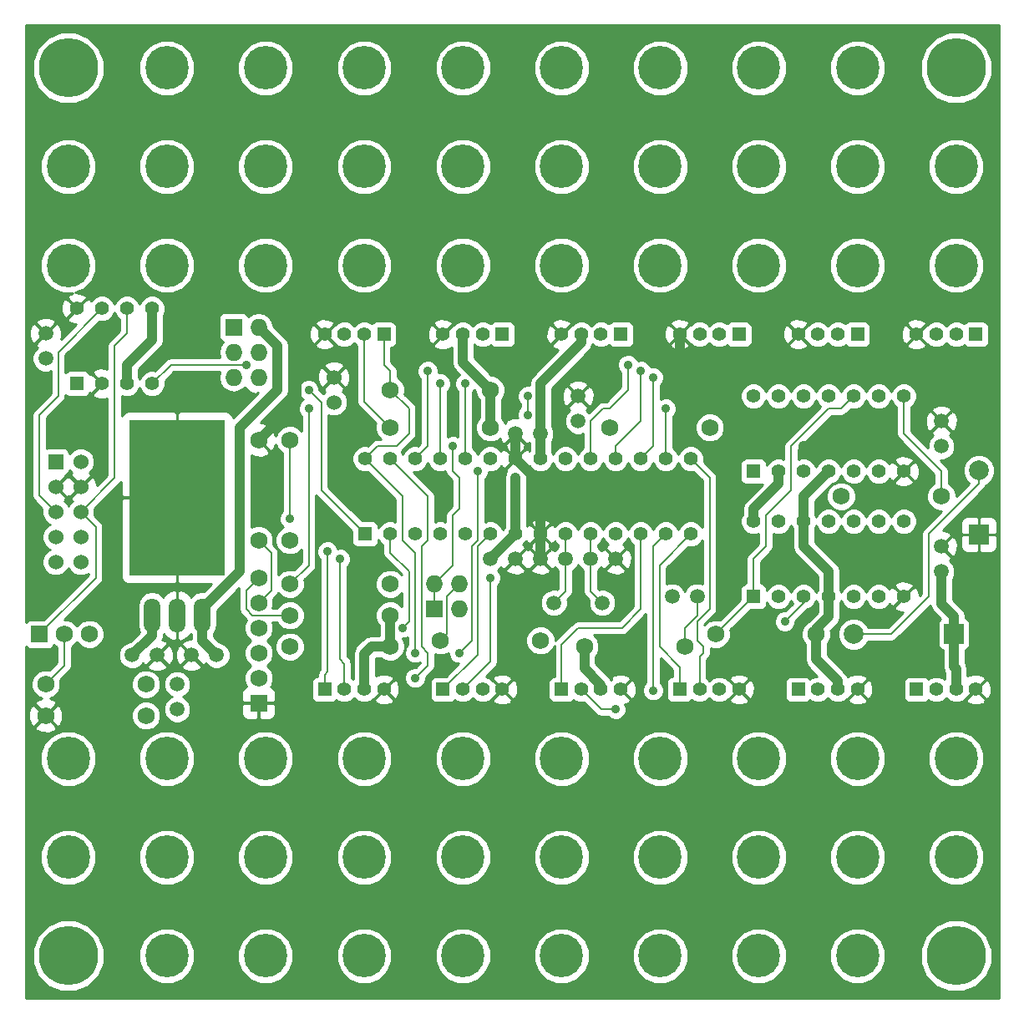
<source format=gtl>
%FSLAX36Y36*%
G04 Gerber Fmt 3.6, Leading zero omitted, Abs format (unit inch)*
G04 Created by KiCad (PCBNEW (2014-jul-16 BZR unknown)-product) date Mon 09 Feb 2015 07:56:14 AM PST*
%MOIN*%
G01*
G04 APERTURE LIST*
%ADD10C,0.003937*%
%ADD11C,0.059100*%
%ADD12C,0.078700*%
%ADD13R,0.078700X0.078700*%
%ADD14C,0.236220*%
%ADD15R,0.068000X0.068000*%
%ADD16C,0.068000*%
%ADD17R,0.060000X0.060000*%
%ADD18C,0.060000*%
%ADD19O,0.068000X0.068000*%
%ADD20O,0.066900X0.137800*%
%ADD21R,0.380000X0.620000*%
%ADD22R,0.055000X0.055000*%
%ADD23C,0.055000*%
%ADD24R,0.055118X0.055118*%
%ADD25C,0.055118*%
%ADD26C,0.173228*%
%ADD27C,0.035000*%
%ADD28C,0.040000*%
%ADD29C,0.008000*%
%ADD30C,0.010000*%
G04 APERTURE END LIST*
D10*
D11*
X2420866Y-4508858D03*
X2520866Y-4508858D03*
X2600000Y-4625000D03*
X2600000Y-4725000D03*
X2757087Y-4508858D03*
X2657087Y-4508858D03*
X4150000Y-4125000D03*
X4050000Y-4125000D03*
X4575000Y-4275000D03*
X4675000Y-4275000D03*
X4250000Y-4125000D03*
X4350000Y-4125000D03*
X4200000Y-3575000D03*
X4200000Y-3475000D03*
X2075000Y-3325000D03*
X2075000Y-3225000D03*
X4050000Y-3625000D03*
X3950000Y-3625000D03*
X3850000Y-4125000D03*
X3950000Y-4125000D03*
X5650000Y-4175000D03*
X5650000Y-4075000D03*
X5650000Y-3675000D03*
X5650000Y-3575000D03*
D12*
X5300000Y-4425000D03*
D13*
X5700000Y-4425000D03*
D14*
X2165354Y-2165354D03*
X5708661Y-2165354D03*
X2165354Y-5708661D03*
X5708661Y-5708661D03*
D15*
X2050000Y-4425000D03*
D16*
X2150000Y-4425000D03*
X2250000Y-4425000D03*
D17*
X2115354Y-3737008D03*
D18*
X2215354Y-3737008D03*
X2115354Y-3837008D03*
X2215354Y-3837008D03*
X2115354Y-3937008D03*
X2215354Y-3937008D03*
X2115354Y-4037008D03*
X2215354Y-4037008D03*
X2115354Y-4137008D03*
X2215354Y-4137008D03*
D15*
X2925000Y-4700000D03*
D16*
X2925000Y-4600000D03*
X2925000Y-4500000D03*
X2925000Y-4400000D03*
X2925000Y-4300000D03*
X2925000Y-4200000D03*
D15*
X2825000Y-3200000D03*
D19*
X2925000Y-3200000D03*
X2825000Y-3300000D03*
X2925000Y-3300000D03*
X2825000Y-3400000D03*
X2925000Y-3400000D03*
D13*
X5800000Y-4028000D03*
D12*
X5800000Y-3772000D03*
D20*
X2600000Y-4350000D03*
X2500000Y-4350000D03*
X2700000Y-4350000D03*
D21*
X2600000Y-3880000D03*
D22*
X4900000Y-4275000D03*
D23*
X5000000Y-4275000D03*
X5100000Y-4275000D03*
X5200000Y-4275000D03*
X5300000Y-4275000D03*
X5400000Y-4275000D03*
X5500000Y-4275000D03*
X5500000Y-3975000D03*
X5400000Y-3975000D03*
X5300000Y-3975000D03*
X5200000Y-3975000D03*
X5100000Y-3975000D03*
X5000000Y-3975000D03*
X4900000Y-3975000D03*
D22*
X2200000Y-3425000D03*
D23*
X2300000Y-3425000D03*
X2400000Y-3425000D03*
X2500000Y-3425000D03*
X2500000Y-3125000D03*
X2400000Y-3125000D03*
X2300000Y-3125000D03*
X2200000Y-3125000D03*
D22*
X4900000Y-3775000D03*
D23*
X5000000Y-3775000D03*
X5100000Y-3775000D03*
X5200000Y-3775000D03*
X5300000Y-3775000D03*
X5400000Y-3775000D03*
X5500000Y-3775000D03*
X5500000Y-3475000D03*
X5400000Y-3475000D03*
X5300000Y-3475000D03*
X5200000Y-3475000D03*
X5100000Y-3475000D03*
X5000000Y-3475000D03*
X4900000Y-3475000D03*
X3450000Y-4025000D03*
X3550000Y-4025000D03*
X3650000Y-4025000D03*
X3750000Y-4025000D03*
X3850000Y-4025000D03*
X3950000Y-4025000D03*
X4050000Y-4025000D03*
X4150000Y-4025000D03*
X4250000Y-4025000D03*
X4350000Y-4025000D03*
X4450000Y-4025000D03*
X4550000Y-4025000D03*
X4650000Y-4025000D03*
D22*
X3350000Y-4025000D03*
D23*
X4650000Y-3725000D03*
X4550000Y-3725000D03*
X4450000Y-3725000D03*
X4350000Y-3725000D03*
X4250000Y-3725000D03*
X4150000Y-3725000D03*
X4050000Y-3725000D03*
X3950000Y-3725000D03*
X3850000Y-3725000D03*
X3750000Y-3725000D03*
X3650000Y-3725000D03*
X3550000Y-3725000D03*
X3450000Y-3725000D03*
X3350000Y-3725000D03*
D11*
X4103900Y-4300000D03*
X4296100Y-4300000D03*
D24*
X3188976Y-4645669D03*
D25*
X3267717Y-4645669D03*
X3346457Y-4645669D03*
X3425197Y-4645669D03*
D24*
X3661417Y-4645669D03*
D25*
X3740157Y-4645669D03*
X3818898Y-4645669D03*
X3897638Y-4645669D03*
D24*
X4133858Y-4645669D03*
D25*
X4212598Y-4645669D03*
X4291339Y-4645669D03*
X4370079Y-4645669D03*
D24*
X4606299Y-4645669D03*
D25*
X4685039Y-4645669D03*
X4763780Y-4645669D03*
X4842520Y-4645669D03*
D24*
X5078740Y-4645669D03*
D25*
X5157480Y-4645669D03*
X5236220Y-4645669D03*
X5314961Y-4645669D03*
D24*
X5551181Y-4645669D03*
D25*
X5629921Y-4645669D03*
X5708661Y-4645669D03*
X5787402Y-4645669D03*
D24*
X3897638Y-3228346D03*
D25*
X3818898Y-3228346D03*
X3740157Y-3228346D03*
X3661417Y-3228346D03*
D24*
X3425197Y-3228346D03*
D25*
X3346457Y-3228346D03*
X3267717Y-3228346D03*
X3188976Y-3228346D03*
D24*
X4370079Y-3228346D03*
D25*
X4291339Y-3228346D03*
X4212598Y-3228346D03*
X4133858Y-3228346D03*
D24*
X4842520Y-3228346D03*
D25*
X4763780Y-3228346D03*
X4685039Y-3228346D03*
X4606299Y-3228346D03*
D24*
X5314961Y-3228346D03*
D25*
X5236220Y-3228346D03*
X5157480Y-3228346D03*
X5078740Y-3228346D03*
D24*
X5787402Y-3228346D03*
D25*
X5708661Y-3228346D03*
X5629921Y-3228346D03*
X5551181Y-3228346D03*
D18*
X3225000Y-3500000D03*
X3225000Y-3400000D03*
D15*
X3625000Y-4325000D03*
D19*
X3625000Y-4225000D03*
X3725000Y-4325000D03*
X3725000Y-4225000D03*
D16*
X3650000Y-4450000D03*
X4050000Y-4450000D03*
X3450000Y-4225000D03*
X3050000Y-4225000D03*
X2475000Y-4625000D03*
X2075000Y-4625000D03*
X2075000Y-4750000D03*
X2475000Y-4750000D03*
X3450000Y-3600000D03*
X3850000Y-3600000D03*
X3450000Y-3450000D03*
X3850000Y-3450000D03*
X4325000Y-3600000D03*
X4725000Y-3600000D03*
X5650000Y-3875000D03*
X5250000Y-3875000D03*
X4625000Y-4475000D03*
X4225000Y-4475000D03*
X4750000Y-4425000D03*
X5150000Y-4425000D03*
X3050000Y-4350000D03*
X3450000Y-4350000D03*
X3050000Y-4475000D03*
X3450000Y-4475000D03*
X2925000Y-3650000D03*
X2925000Y-4050000D03*
X3050000Y-4050000D03*
X3050000Y-3650000D03*
D26*
X2559055Y-2165354D03*
X2952756Y-2165354D03*
X3346457Y-2165354D03*
X3740157Y-2165354D03*
X4133858Y-2165354D03*
X4527559Y-2165354D03*
X4921260Y-2165354D03*
X5314961Y-2165354D03*
X2165354Y-2559055D03*
X2559055Y-2559055D03*
X2952756Y-2559055D03*
X3346457Y-2559055D03*
X3740157Y-2559055D03*
X4133858Y-2559055D03*
X4527559Y-2559055D03*
X4921260Y-2559055D03*
X5314961Y-2559055D03*
X5708661Y-2559055D03*
X2165354Y-2952756D03*
X2559055Y-2952756D03*
X2952756Y-2952756D03*
X3346457Y-2952756D03*
X3740157Y-2952756D03*
X4133858Y-2952756D03*
X4527559Y-2952756D03*
X4921260Y-2952756D03*
X5314961Y-2952756D03*
X5708661Y-2952756D03*
X2165354Y-4921260D03*
X2559055Y-4921260D03*
X2952756Y-4921260D03*
X3346457Y-4921260D03*
X3740157Y-4921260D03*
X4133858Y-4921260D03*
X4527559Y-4921260D03*
X4921260Y-4921260D03*
X5314961Y-4921260D03*
X5708661Y-4921260D03*
X2165354Y-5314961D03*
X2559055Y-5314961D03*
X2952756Y-5314961D03*
X3346457Y-5314961D03*
X3740157Y-5314961D03*
X4133858Y-5314961D03*
X4527559Y-5314961D03*
X4921260Y-5314961D03*
X5314961Y-5314961D03*
X5708661Y-5314961D03*
X2559055Y-5708661D03*
X2952756Y-5708661D03*
X3346457Y-5708661D03*
X3740157Y-5708661D03*
X4133858Y-5708661D03*
X4527559Y-5708661D03*
X4921260Y-5708661D03*
X5314961Y-5708661D03*
D27*
X4050000Y-4125000D03*
X3075000Y-3400000D03*
X3675000Y-3825000D03*
X3875000Y-3800000D03*
X5225000Y-3675000D03*
X4900000Y-3625000D03*
X5100000Y-3675000D03*
X4900000Y-4050000D03*
X4775000Y-4125000D03*
X4650000Y-4125000D03*
X5025000Y-4150000D03*
X3125000Y-3450000D03*
X3200000Y-4095000D03*
X3250000Y-4125000D03*
X3850000Y-4200000D03*
X4350000Y-4725000D03*
X4500000Y-4650000D03*
X3550000Y-4500000D03*
X3550000Y-4600000D03*
X3650000Y-3425000D03*
X3600000Y-3375000D03*
X4000000Y-3550000D03*
X4000000Y-3475000D03*
X3750000Y-3425000D03*
X4450000Y-3375000D03*
X4400000Y-3350000D03*
X3125000Y-3525000D03*
X4550000Y-3525000D03*
X4500000Y-3400000D03*
X3050000Y-3965000D03*
X3725000Y-4500000D03*
X2875000Y-3350000D03*
X3800000Y-3775000D03*
X3500000Y-4400000D03*
X5025000Y-4375000D03*
X3700000Y-3675000D03*
X3950000Y-3800000D03*
D28*
X3950000Y-3725000D02*
X3950000Y-3625000D01*
X4050000Y-4125000D02*
X4050000Y-4025000D01*
X4050000Y-3825000D02*
X4050000Y-4025000D01*
X3950000Y-3725000D02*
X4050000Y-3825000D01*
X3075000Y-3500000D02*
X3075000Y-3400000D01*
X2925000Y-3650000D02*
X3075000Y-3500000D01*
X4606299Y-3331299D02*
X4900000Y-3625000D01*
X4606299Y-3331299D02*
X4606299Y-3228346D01*
X5225000Y-3675000D02*
X5100000Y-3675000D01*
X4900000Y-4050000D02*
X4825000Y-4125000D01*
X4825000Y-4125000D02*
X4775000Y-4125000D01*
X2420866Y-4508858D02*
X2500000Y-4429724D01*
X2500000Y-4429724D02*
X2500000Y-4350000D01*
D29*
X4150000Y-4253900D02*
X4150000Y-4125000D01*
X4103900Y-4300000D02*
X4150000Y-4253900D01*
X4150000Y-4125000D02*
X4150000Y-4025000D01*
X3350000Y-4025000D02*
X3175000Y-3850000D01*
X5600000Y-4275000D02*
X5600000Y-4025000D01*
X5450000Y-4425000D02*
X5600000Y-4275000D01*
X5300000Y-4425000D02*
X5450000Y-4425000D01*
X4675000Y-4350000D02*
X4675000Y-4275000D01*
X4625000Y-4400000D02*
X4675000Y-4350000D01*
X4625000Y-4475000D02*
X4625000Y-4400000D01*
X5800000Y-3825000D02*
X5600000Y-4025000D01*
X5800000Y-3772000D02*
X5800000Y-3825000D01*
X3175000Y-3500000D02*
X3175000Y-3850000D01*
X3125000Y-3450000D02*
X3175000Y-3500000D01*
X4250000Y-4253900D02*
X4250000Y-4125000D01*
X4296100Y-4300000D02*
X4250000Y-4253900D01*
X4250000Y-4125000D02*
X4250000Y-4025000D01*
X2400000Y-3225000D02*
X2350000Y-3275000D01*
X2350000Y-3275000D02*
X2350000Y-3802362D01*
X2350000Y-3802362D02*
X2215354Y-3937008D01*
X2400000Y-3125000D02*
X2400000Y-3225000D01*
X2275000Y-4200000D02*
X2275000Y-3996654D01*
X2275000Y-3996654D02*
X2215354Y-3937008D01*
X2050000Y-4425000D02*
X2275000Y-4200000D01*
X2150000Y-4550000D02*
X2150000Y-4425000D01*
X2075000Y-4625000D02*
X2150000Y-4550000D01*
X2125000Y-3300000D02*
X2125000Y-3475000D01*
X2125000Y-3475000D02*
X2050000Y-3550000D01*
X2050000Y-3550000D02*
X2050000Y-3871654D01*
X2050000Y-3871654D02*
X2115354Y-3937008D01*
X2300000Y-3125000D02*
X2125000Y-3300000D01*
X2975000Y-4250000D02*
X2975000Y-4100000D01*
X2975000Y-4100000D02*
X2925000Y-4050000D01*
X2925000Y-4300000D02*
X2975000Y-4250000D01*
X2900000Y-4350000D02*
X2875000Y-4325000D01*
X2875000Y-4325000D02*
X2875000Y-4250000D01*
X2875000Y-4250000D02*
X2925000Y-4200000D01*
X3050000Y-4350000D02*
X2900000Y-4350000D01*
X3188976Y-4586024D02*
X3200000Y-4575000D01*
X3200000Y-4575000D02*
X3200000Y-4095000D01*
X3188976Y-4645669D02*
X3188976Y-4586024D01*
X3267717Y-4542717D02*
X3250000Y-4525000D01*
X3250000Y-4525000D02*
X3250000Y-4125000D01*
X3267717Y-4645669D02*
X3267717Y-4542717D01*
X3800000Y-4075000D02*
X3850000Y-4025000D01*
X3800000Y-4507087D02*
X3800000Y-4075000D01*
X3661417Y-4645669D02*
X3800000Y-4507087D01*
X3850000Y-4535827D02*
X3850000Y-4200000D01*
X3740157Y-4645669D02*
X3850000Y-4535827D01*
X4133858Y-4466142D02*
X4200000Y-4400000D01*
X4200000Y-4400000D02*
X4375000Y-4400000D01*
X4375000Y-4400000D02*
X4450000Y-4325000D01*
X4450000Y-4325000D02*
X4450000Y-4025000D01*
X4133858Y-4645669D02*
X4133858Y-4466142D01*
X4500000Y-4075000D02*
X4550000Y-4025000D01*
X4291929Y-4725000D02*
X4350000Y-4725000D01*
X4500000Y-4650000D02*
X4500000Y-4075000D01*
X4212598Y-4645669D02*
X4291929Y-4725000D01*
X4606299Y-4556299D02*
X4525000Y-4475000D01*
X4525000Y-4475000D02*
X4525000Y-4150000D01*
X4525000Y-4150000D02*
X4650000Y-4025000D01*
X4606299Y-4645669D02*
X4606299Y-4556299D01*
X4725000Y-3800000D02*
X4725000Y-4325000D01*
X4725000Y-4325000D02*
X4675000Y-4375000D01*
X4675000Y-4375000D02*
X4675000Y-4450000D01*
X4675000Y-4450000D02*
X4700000Y-4475000D01*
X4700000Y-4475000D02*
X4700000Y-4500000D01*
X4700000Y-4500000D02*
X4685039Y-4514961D01*
X4685039Y-4514961D02*
X4685039Y-4645669D01*
X4650000Y-3725000D02*
X4725000Y-3800000D01*
X3450000Y-3375000D02*
X3425197Y-3350197D01*
X3425197Y-3350197D02*
X3425197Y-3228346D01*
X3450000Y-3450000D02*
X3450000Y-3375000D01*
X3525000Y-3525000D02*
X3450000Y-3450000D01*
X3525000Y-3625000D02*
X3525000Y-3525000D01*
X3475000Y-3675000D02*
X3525000Y-3625000D01*
X3400000Y-3675000D02*
X3475000Y-3675000D01*
X3350000Y-3725000D02*
X3400000Y-3675000D01*
X3350000Y-3725000D02*
X3500000Y-3875000D01*
X3500000Y-4050000D02*
X3550000Y-4100000D01*
X3550000Y-4100000D02*
X3550000Y-4500000D01*
X3500000Y-3875000D02*
X3500000Y-4050000D01*
X3600000Y-4500000D02*
X3600000Y-4550000D01*
X3600000Y-4550000D02*
X3550000Y-4600000D01*
X3600000Y-3875000D02*
X3600000Y-4050000D01*
X3450000Y-3725000D02*
X3600000Y-3875000D01*
X3575000Y-4475000D02*
X3575000Y-4075000D01*
X3575000Y-4075000D02*
X3600000Y-4050000D01*
X3600000Y-4500000D02*
X3575000Y-4475000D01*
X3346457Y-3496457D02*
X3346457Y-3228346D01*
X3450000Y-3600000D02*
X3346457Y-3496457D01*
X3650000Y-3425000D02*
X3650000Y-3725000D01*
X3600000Y-3675000D02*
X3600000Y-3375000D01*
X3550000Y-3725000D02*
X3600000Y-3675000D01*
X4000000Y-3550000D02*
X4000000Y-3475000D01*
X3750000Y-3725000D02*
X3750000Y-3425000D01*
X4350000Y-3725000D02*
X4350000Y-3675000D01*
X4450000Y-3375000D02*
X4450000Y-3575000D01*
X4450000Y-3575000D02*
X4350000Y-3675000D01*
X4250000Y-3575000D02*
X4300000Y-3525000D01*
X4300000Y-3525000D02*
X4325000Y-3525000D01*
X4250000Y-3725000D02*
X4250000Y-3575000D01*
X4400000Y-3350000D02*
X4400000Y-3450000D01*
X4400000Y-3450000D02*
X4325000Y-3525000D01*
X3125000Y-4150000D02*
X3125000Y-3525000D01*
X3050000Y-4225000D02*
X3125000Y-4150000D01*
X4550000Y-3525000D02*
X4550000Y-3725000D01*
X4500000Y-3675000D02*
X4500000Y-3400000D01*
X4450000Y-3725000D02*
X4500000Y-3675000D01*
X3050000Y-3965000D02*
X3050000Y-3650000D01*
X4750000Y-4425000D02*
X4900000Y-4275000D01*
X5250000Y-3525000D02*
X5300000Y-3475000D01*
X4900000Y-4125000D02*
X4950000Y-4075000D01*
X4950000Y-4075000D02*
X4950000Y-3950000D01*
X4950000Y-3950000D02*
X5050000Y-3850000D01*
X4900000Y-4275000D02*
X4900000Y-4125000D01*
X5200000Y-3525000D02*
X5050000Y-3675000D01*
X5050000Y-3675000D02*
X5050000Y-3850000D01*
X5250000Y-3525000D02*
X5200000Y-3525000D01*
X3775000Y-4075000D02*
X3775000Y-4450000D01*
X3775000Y-4450000D02*
X3725000Y-4500000D01*
X2500000Y-3425000D02*
X2575000Y-3350000D01*
X2575000Y-3350000D02*
X2875000Y-3350000D01*
X3800000Y-3775000D02*
X3800000Y-4050000D01*
X3800000Y-4050000D02*
X3775000Y-4075000D01*
X5650000Y-3775000D02*
X5500000Y-3625000D01*
X5500000Y-3625000D02*
X5500000Y-3475000D01*
X5650000Y-3875000D02*
X5650000Y-3775000D01*
X3500000Y-4400000D02*
X3525000Y-4375000D01*
X5100000Y-4300000D02*
X5100000Y-4275000D01*
X5025000Y-4375000D02*
X5100000Y-4300000D01*
X3525000Y-4175000D02*
X3525000Y-4375000D01*
X3450000Y-4100000D02*
X3525000Y-4175000D01*
X3450000Y-4025000D02*
X3450000Y-4100000D01*
X3625000Y-4325000D02*
X3625000Y-4225000D01*
X3700000Y-3675000D02*
X3700000Y-3775000D01*
X3700000Y-3775000D02*
X3725000Y-3800000D01*
X3725000Y-3800000D02*
X3725000Y-3925000D01*
X3725000Y-3925000D02*
X3700000Y-3950000D01*
X3700000Y-3950000D02*
X3700000Y-4150000D01*
X3700000Y-4150000D02*
X3625000Y-4225000D01*
X3675000Y-4275000D02*
X3725000Y-4225000D01*
X3675000Y-4425000D02*
X3675000Y-4275000D01*
X3650000Y-4450000D02*
X3675000Y-4425000D01*
D28*
X2757087Y-4508858D02*
X2700000Y-4451772D01*
X2700000Y-4451772D02*
X2700000Y-4350000D01*
X2850000Y-4175000D02*
X2850000Y-3600000D01*
X2850000Y-3600000D02*
X3000000Y-3450000D01*
X3000000Y-3450000D02*
X3000000Y-3275000D01*
X3000000Y-3275000D02*
X2925000Y-3200000D01*
X2700000Y-4325000D02*
X2850000Y-4175000D01*
X2700000Y-4350000D02*
X2700000Y-4325000D01*
X2400000Y-3350000D02*
X2500000Y-3250000D01*
X2500000Y-3250000D02*
X2500000Y-3125000D01*
X2400000Y-3425000D02*
X2400000Y-3350000D01*
X3740157Y-3340157D02*
X3740157Y-3228346D01*
X3850000Y-3450000D02*
X3740157Y-3340157D01*
X4050000Y-3725000D02*
X4050000Y-3625000D01*
X5236220Y-4611220D02*
X5150000Y-4525000D01*
X5150000Y-4525000D02*
X5150000Y-4425000D01*
X5236220Y-4645669D02*
X5236220Y-4611220D01*
X5200000Y-4355000D02*
X5200000Y-4275000D01*
X5150000Y-4405000D02*
X5200000Y-4355000D01*
X5150000Y-4425000D02*
X5150000Y-4405000D01*
X5708661Y-4563661D02*
X5700000Y-4555000D01*
X5700000Y-4555000D02*
X5700000Y-4425000D01*
X5708661Y-4645669D02*
X5708661Y-4563661D01*
X5700000Y-4355000D02*
X5650000Y-4305000D01*
X5650000Y-4305000D02*
X5650000Y-4175000D01*
X5700000Y-4425000D02*
X5700000Y-4355000D01*
X4225000Y-4560000D02*
X4225000Y-4475000D01*
X4291339Y-4626339D02*
X4225000Y-4560000D01*
X4291339Y-4645669D02*
X4291339Y-4626339D01*
X3850000Y-4125000D02*
X3950000Y-4025000D01*
X4212598Y-3262402D02*
X4050000Y-3425000D01*
X4050000Y-3425000D02*
X4050000Y-3625000D01*
X4212598Y-3228346D02*
X4212598Y-3262402D01*
X5200000Y-4175000D02*
X5200000Y-4275000D01*
X5100000Y-4075000D02*
X5200000Y-4175000D01*
X5100000Y-3975000D02*
X5100000Y-4075000D01*
X3950000Y-3800000D02*
X3950000Y-4025000D01*
X5100000Y-3875000D02*
X5100000Y-3975000D01*
X5200000Y-3775000D02*
X5100000Y-3875000D01*
X4900000Y-3925000D02*
X5000000Y-3825000D01*
X5000000Y-3825000D02*
X5000000Y-3775000D01*
X4900000Y-3975000D02*
X4900000Y-3925000D01*
X3346457Y-4503543D02*
X3375000Y-4475000D01*
X3375000Y-4475000D02*
X3450000Y-4475000D01*
X3346457Y-4645669D02*
X3346457Y-4503543D01*
X3450000Y-4475000D02*
X3450000Y-4350000D01*
X3850000Y-3450000D02*
X3850000Y-3600000D01*
D30*
G36*
X2371000Y-3212988D02*
X2329494Y-3254494D01*
X2323207Y-3263902D01*
X2321000Y-3275000D01*
X2321000Y-3365949D01*
X2313902Y-3362810D01*
X2289045Y-3362224D01*
X2265855Y-3371195D01*
X2263357Y-3372864D01*
X2261841Y-3385427D01*
X2300000Y-3423586D01*
X2300557Y-3423029D01*
X2301971Y-3424443D01*
X2301414Y-3425000D01*
X2301971Y-3425557D01*
X2300557Y-3426971D01*
X2300000Y-3426414D01*
X2261841Y-3464573D01*
X2263357Y-3477136D01*
X2286098Y-3487190D01*
X2310955Y-3487776D01*
X2321000Y-3483890D01*
X2321000Y-3790350D01*
X2280523Y-3830827D01*
X2280648Y-3825654D01*
X2271333Y-3801531D01*
X2269552Y-3798867D01*
X2256730Y-3797046D01*
X2216769Y-3837008D01*
X2217325Y-3837565D01*
X2215911Y-3838979D01*
X2215354Y-3838422D01*
X2213940Y-3839836D01*
X2213940Y-3837008D01*
X2173978Y-3797046D01*
X2165354Y-3798271D01*
X2156730Y-3797046D01*
X2116769Y-3837008D01*
X2156730Y-3876970D01*
X2165354Y-3875745D01*
X2173978Y-3876970D01*
X2213940Y-3837008D01*
X2213940Y-3839836D01*
X2175392Y-3878384D01*
X2177213Y-3891206D01*
X2181490Y-3893100D01*
X2168755Y-3905812D01*
X2165356Y-3913997D01*
X2162008Y-3905894D01*
X2149599Y-3893462D01*
X2150831Y-3892986D01*
X2153495Y-3891206D01*
X2155316Y-3878384D01*
X2115354Y-3838422D01*
X2114798Y-3838979D01*
X2113383Y-3837565D01*
X2113940Y-3837008D01*
X2113383Y-3836451D01*
X2114798Y-3835037D01*
X2115354Y-3835594D01*
X2155316Y-3795632D01*
X2154553Y-3790257D01*
X2159516Y-3788202D01*
X2166548Y-3781169D01*
X2170354Y-3771981D01*
X2170354Y-3769779D01*
X2181110Y-3780554D01*
X2179878Y-3781029D01*
X2177213Y-3782810D01*
X2175392Y-3795632D01*
X2215354Y-3835594D01*
X2255316Y-3795632D01*
X2253495Y-3782810D01*
X2249219Y-3780916D01*
X2261954Y-3768204D01*
X2270345Y-3747996D01*
X2270364Y-3726116D01*
X2262008Y-3705894D01*
X2246550Y-3690408D01*
X2226343Y-3682017D01*
X2204462Y-3681998D01*
X2184240Y-3690354D01*
X2170354Y-3704215D01*
X2170354Y-3702035D01*
X2166548Y-3692847D01*
X2159516Y-3685814D01*
X2150327Y-3682008D01*
X2140382Y-3682008D01*
X2080382Y-3682008D01*
X2079000Y-3682580D01*
X2079000Y-3562012D01*
X2145506Y-3495506D01*
X2151793Y-3486098D01*
X2151793Y-3486098D01*
X2154000Y-3475000D01*
X2154000Y-3469355D01*
X2158339Y-3473694D01*
X2167527Y-3477500D01*
X2177473Y-3477500D01*
X2232473Y-3477500D01*
X2241661Y-3473694D01*
X2248694Y-3466661D01*
X2250634Y-3461977D01*
X2260427Y-3463159D01*
X2298586Y-3425000D01*
X2260427Y-3386841D01*
X2250634Y-3388023D01*
X2248694Y-3383339D01*
X2241661Y-3376306D01*
X2232473Y-3372500D01*
X2222527Y-3372500D01*
X2167527Y-3372500D01*
X2158339Y-3376306D01*
X2154000Y-3380645D01*
X2154000Y-3312012D01*
X2288812Y-3177200D01*
X2289511Y-3177491D01*
X2310397Y-3177509D01*
X2329700Y-3169533D01*
X2344481Y-3154778D01*
X2350004Y-3141478D01*
X2355467Y-3154700D01*
X2370222Y-3169481D01*
X2371000Y-3169804D01*
X2371000Y-3212988D01*
X2371000Y-3212988D01*
G37*
X2371000Y-3212988D02*
X2329494Y-3254494D01*
X2323207Y-3263902D01*
X2321000Y-3275000D01*
X2321000Y-3365949D01*
X2313902Y-3362810D01*
X2289045Y-3362224D01*
X2265855Y-3371195D01*
X2263357Y-3372864D01*
X2261841Y-3385427D01*
X2300000Y-3423586D01*
X2300557Y-3423029D01*
X2301971Y-3424443D01*
X2301414Y-3425000D01*
X2301971Y-3425557D01*
X2300557Y-3426971D01*
X2300000Y-3426414D01*
X2261841Y-3464573D01*
X2263357Y-3477136D01*
X2286098Y-3487190D01*
X2310955Y-3487776D01*
X2321000Y-3483890D01*
X2321000Y-3790350D01*
X2280523Y-3830827D01*
X2280648Y-3825654D01*
X2271333Y-3801531D01*
X2269552Y-3798867D01*
X2256730Y-3797046D01*
X2216769Y-3837008D01*
X2217325Y-3837565D01*
X2215911Y-3838979D01*
X2215354Y-3838422D01*
X2213940Y-3839836D01*
X2213940Y-3837008D01*
X2173978Y-3797046D01*
X2165354Y-3798271D01*
X2156730Y-3797046D01*
X2116769Y-3837008D01*
X2156730Y-3876970D01*
X2165354Y-3875745D01*
X2173978Y-3876970D01*
X2213940Y-3837008D01*
X2213940Y-3839836D01*
X2175392Y-3878384D01*
X2177213Y-3891206D01*
X2181490Y-3893100D01*
X2168755Y-3905812D01*
X2165356Y-3913997D01*
X2162008Y-3905894D01*
X2149599Y-3893462D01*
X2150831Y-3892986D01*
X2153495Y-3891206D01*
X2155316Y-3878384D01*
X2115354Y-3838422D01*
X2114798Y-3838979D01*
X2113383Y-3837565D01*
X2113940Y-3837008D01*
X2113383Y-3836451D01*
X2114798Y-3835037D01*
X2115354Y-3835594D01*
X2155316Y-3795632D01*
X2154553Y-3790257D01*
X2159516Y-3788202D01*
X2166548Y-3781169D01*
X2170354Y-3771981D01*
X2170354Y-3769779D01*
X2181110Y-3780554D01*
X2179878Y-3781029D01*
X2177213Y-3782810D01*
X2175392Y-3795632D01*
X2215354Y-3835594D01*
X2255316Y-3795632D01*
X2253495Y-3782810D01*
X2249219Y-3780916D01*
X2261954Y-3768204D01*
X2270345Y-3747996D01*
X2270364Y-3726116D01*
X2262008Y-3705894D01*
X2246550Y-3690408D01*
X2226343Y-3682017D01*
X2204462Y-3681998D01*
X2184240Y-3690354D01*
X2170354Y-3704215D01*
X2170354Y-3702035D01*
X2166548Y-3692847D01*
X2159516Y-3685814D01*
X2150327Y-3682008D01*
X2140382Y-3682008D01*
X2080382Y-3682008D01*
X2079000Y-3682580D01*
X2079000Y-3562012D01*
X2145506Y-3495506D01*
X2151793Y-3486098D01*
X2151793Y-3486098D01*
X2154000Y-3475000D01*
X2154000Y-3469355D01*
X2158339Y-3473694D01*
X2167527Y-3477500D01*
X2177473Y-3477500D01*
X2232473Y-3477500D01*
X2241661Y-3473694D01*
X2248694Y-3466661D01*
X2250634Y-3461977D01*
X2260427Y-3463159D01*
X2298586Y-3425000D01*
X2260427Y-3386841D01*
X2250634Y-3388023D01*
X2248694Y-3383339D01*
X2241661Y-3376306D01*
X2232473Y-3372500D01*
X2222527Y-3372500D01*
X2167527Y-3372500D01*
X2158339Y-3376306D01*
X2154000Y-3380645D01*
X2154000Y-3312012D01*
X2288812Y-3177200D01*
X2289511Y-3177491D01*
X2310397Y-3177509D01*
X2329700Y-3169533D01*
X2344481Y-3154778D01*
X2350004Y-3141478D01*
X2355467Y-3154700D01*
X2370222Y-3169481D01*
X2371000Y-3169804D01*
X2371000Y-3212988D01*
G36*
X2926787Y-3401000D02*
X2926000Y-3401000D01*
X2926000Y-3401787D01*
X2924000Y-3401787D01*
X2924000Y-3401000D01*
X2923213Y-3401000D01*
X2923213Y-3399000D01*
X2924000Y-3399000D01*
X2924000Y-3398213D01*
X2926000Y-3398213D01*
X2926000Y-3399000D01*
X2926787Y-3399000D01*
X2926787Y-3401000D01*
X2926787Y-3401000D01*
G37*
X2926787Y-3401000D02*
X2926000Y-3401000D01*
X2926000Y-3401787D01*
X2924000Y-3401787D01*
X2924000Y-3401000D01*
X2923213Y-3401000D01*
X2923213Y-3399000D01*
X2924000Y-3399000D01*
X2924000Y-3398213D01*
X2926000Y-3398213D01*
X2926000Y-3399000D01*
X2926787Y-3399000D01*
X2926787Y-3401000D01*
G36*
X3696000Y-3912988D02*
X3679494Y-3929494D01*
X3673207Y-3938902D01*
X3671000Y-3950000D01*
X3671000Y-3976874D01*
X3660489Y-3972509D01*
X3639603Y-3972491D01*
X3629000Y-3976872D01*
X3629000Y-3875000D01*
X3626793Y-3863902D01*
X3626793Y-3863902D01*
X3620506Y-3854494D01*
X3543507Y-3777494D01*
X3560397Y-3777509D01*
X3579700Y-3769533D01*
X3594481Y-3754778D01*
X3600004Y-3741478D01*
X3605467Y-3754700D01*
X3620222Y-3769481D01*
X3639511Y-3777491D01*
X3660397Y-3777509D01*
X3671000Y-3773128D01*
X3671000Y-3775000D01*
X3673207Y-3786098D01*
X3679494Y-3795506D01*
X3696000Y-3812012D01*
X3696000Y-3912988D01*
X3696000Y-3912988D01*
G37*
X3696000Y-3912988D02*
X3679494Y-3929494D01*
X3673207Y-3938902D01*
X3671000Y-3950000D01*
X3671000Y-3976874D01*
X3660489Y-3972509D01*
X3639603Y-3972491D01*
X3629000Y-3976872D01*
X3629000Y-3875000D01*
X3626793Y-3863902D01*
X3626793Y-3863902D01*
X3620506Y-3854494D01*
X3543507Y-3777494D01*
X3560397Y-3777509D01*
X3579700Y-3769533D01*
X3594481Y-3754778D01*
X3600004Y-3741478D01*
X3605467Y-3754700D01*
X3620222Y-3769481D01*
X3639511Y-3777491D01*
X3660397Y-3777509D01*
X3671000Y-3773128D01*
X3671000Y-3775000D01*
X3673207Y-3786098D01*
X3679494Y-3795506D01*
X3696000Y-3812012D01*
X3696000Y-3912988D01*
G36*
X4696000Y-4224654D02*
X4685898Y-4220459D01*
X4664197Y-4220441D01*
X4644140Y-4228728D01*
X4628782Y-4244060D01*
X4625001Y-4253165D01*
X4621272Y-4244140D01*
X4605940Y-4228782D01*
X4585898Y-4220459D01*
X4564197Y-4220441D01*
X4554000Y-4224654D01*
X4554000Y-4162012D01*
X4638812Y-4077200D01*
X4639511Y-4077491D01*
X4660397Y-4077509D01*
X4679700Y-4069533D01*
X4694481Y-4054778D01*
X4696000Y-4051120D01*
X4696000Y-4224654D01*
X4696000Y-4224654D01*
G37*
X4696000Y-4224654D02*
X4685898Y-4220459D01*
X4664197Y-4220441D01*
X4644140Y-4228728D01*
X4628782Y-4244060D01*
X4625001Y-4253165D01*
X4621272Y-4244140D01*
X4605940Y-4228782D01*
X4585898Y-4220459D01*
X4564197Y-4220441D01*
X4554000Y-4224654D01*
X4554000Y-4162012D01*
X4638812Y-4077200D01*
X4639511Y-4077491D01*
X4660397Y-4077509D01*
X4679700Y-4069533D01*
X4694481Y-4054778D01*
X4696000Y-4051120D01*
X4696000Y-4224654D01*
G36*
X5155000Y-4246471D02*
X5149996Y-4258521D01*
X5144533Y-4245300D01*
X5129778Y-4230519D01*
X5110489Y-4222509D01*
X5089603Y-4222491D01*
X5070300Y-4230467D01*
X5055519Y-4245222D01*
X5049996Y-4258521D01*
X5044533Y-4245300D01*
X5029778Y-4230519D01*
X5010489Y-4222509D01*
X4989603Y-4222491D01*
X4970300Y-4230467D01*
X4955519Y-4245222D01*
X4952500Y-4252492D01*
X4952500Y-4242527D01*
X4948694Y-4233339D01*
X4941661Y-4226306D01*
X4932473Y-4222500D01*
X4929000Y-4222500D01*
X4929000Y-4137012D01*
X4970506Y-4095506D01*
X4976793Y-4086098D01*
X4979000Y-4075000D01*
X4979000Y-4023126D01*
X4989511Y-4027491D01*
X5010397Y-4027509D01*
X5029700Y-4019533D01*
X5044481Y-4004778D01*
X5050004Y-3991478D01*
X5055000Y-4003571D01*
X5055000Y-4075000D01*
X5058425Y-4092221D01*
X5068180Y-4106820D01*
X5155000Y-4193640D01*
X5155000Y-4246471D01*
X5155000Y-4246471D01*
G37*
X5155000Y-4246471D02*
X5149996Y-4258521D01*
X5144533Y-4245300D01*
X5129778Y-4230519D01*
X5110489Y-4222509D01*
X5089603Y-4222491D01*
X5070300Y-4230467D01*
X5055519Y-4245222D01*
X5049996Y-4258521D01*
X5044533Y-4245300D01*
X5029778Y-4230519D01*
X5010489Y-4222509D01*
X4989603Y-4222491D01*
X4970300Y-4230467D01*
X4955519Y-4245222D01*
X4952500Y-4252492D01*
X4952500Y-4242527D01*
X4948694Y-4233339D01*
X4941661Y-4226306D01*
X4932473Y-4222500D01*
X4929000Y-4222500D01*
X4929000Y-4137012D01*
X4970506Y-4095506D01*
X4976793Y-4086098D01*
X4979000Y-4075000D01*
X4979000Y-4023126D01*
X4989511Y-4027491D01*
X5010397Y-4027509D01*
X5029700Y-4019533D01*
X5044481Y-4004778D01*
X5050004Y-3991478D01*
X5055000Y-4003571D01*
X5055000Y-4075000D01*
X5058425Y-4092221D01*
X5068180Y-4106820D01*
X5155000Y-4193640D01*
X5155000Y-4246471D01*
G36*
X5878543Y-5878543D02*
X5874350Y-5878543D01*
X5874350Y-4074312D01*
X5874350Y-4037750D01*
X5874350Y-4018250D01*
X5874350Y-3981688D01*
X5869022Y-3968824D01*
X5864361Y-3964164D01*
X5859176Y-3958978D01*
X5846312Y-3953650D01*
X5832388Y-3953650D01*
X5809750Y-3953650D01*
X5801000Y-3962400D01*
X5801000Y-4027000D01*
X5865600Y-4027000D01*
X5874350Y-4018250D01*
X5874350Y-4037750D01*
X5865600Y-4029000D01*
X5801000Y-4029000D01*
X5801000Y-4093600D01*
X5809750Y-4102350D01*
X5832388Y-4102350D01*
X5846312Y-4102350D01*
X5859176Y-4097022D01*
X5869022Y-4087176D01*
X5874350Y-4074312D01*
X5874350Y-5878543D01*
X5851796Y-5878543D01*
X5851796Y-5680320D01*
X5850237Y-5676545D01*
X5850237Y-4634705D01*
X5841258Y-4611493D01*
X5839586Y-4608991D01*
X5827018Y-4607467D01*
X5788816Y-4645669D01*
X5827018Y-4683871D01*
X5839586Y-4682347D01*
X5849650Y-4659585D01*
X5850237Y-4634705D01*
X5850237Y-5676545D01*
X5830055Y-5627702D01*
X5825603Y-5623242D01*
X5825603Y-4685285D01*
X5787402Y-4647084D01*
X5749200Y-4685285D01*
X5750724Y-4697854D01*
X5773486Y-4707917D01*
X5798366Y-4708504D01*
X5821578Y-4699525D01*
X5824080Y-4697854D01*
X5825603Y-4685285D01*
X5825603Y-5623242D01*
X5820295Y-5617925D01*
X5820295Y-5292857D01*
X5820295Y-4899156D01*
X5803339Y-4858118D01*
X5771968Y-4826693D01*
X5730960Y-4809665D01*
X5686557Y-4809626D01*
X5645520Y-4826583D01*
X5614095Y-4857953D01*
X5597067Y-4898961D01*
X5597028Y-4943364D01*
X5613984Y-4984402D01*
X5645355Y-5015827D01*
X5686363Y-5032855D01*
X5730765Y-5032893D01*
X5771803Y-5015937D01*
X5803228Y-4984567D01*
X5820256Y-4943559D01*
X5820295Y-4899156D01*
X5820295Y-5292857D01*
X5803339Y-5251819D01*
X5771968Y-5220394D01*
X5730960Y-5203366D01*
X5686557Y-5203327D01*
X5645520Y-5220284D01*
X5614095Y-5251654D01*
X5597067Y-5292662D01*
X5597028Y-5337065D01*
X5613984Y-5378102D01*
X5645355Y-5409527D01*
X5686363Y-5426555D01*
X5730765Y-5426594D01*
X5771803Y-5409638D01*
X5803228Y-5378268D01*
X5820256Y-5337259D01*
X5820295Y-5292857D01*
X5820295Y-5617925D01*
X5789833Y-5587409D01*
X5737253Y-5565576D01*
X5680320Y-5565526D01*
X5627702Y-5587268D01*
X5587409Y-5627490D01*
X5565576Y-5680070D01*
X5565526Y-5737003D01*
X5587268Y-5789621D01*
X5627490Y-5829914D01*
X5680070Y-5851747D01*
X5737003Y-5851796D01*
X5789621Y-5830055D01*
X5829914Y-5789833D01*
X5851747Y-5737253D01*
X5851796Y-5680320D01*
X5851796Y-5878543D01*
X5426594Y-5878543D01*
X5426594Y-5686557D01*
X5426594Y-5292857D01*
X5426594Y-4899156D01*
X5409638Y-4858118D01*
X5378268Y-4826693D01*
X5377796Y-4826497D01*
X5377796Y-4634705D01*
X5368817Y-4611493D01*
X5367145Y-4608991D01*
X5354577Y-4607467D01*
X5316375Y-4645669D01*
X5354577Y-4683871D01*
X5367145Y-4682347D01*
X5377209Y-4659585D01*
X5377796Y-4634705D01*
X5377796Y-4826497D01*
X5353162Y-4816269D01*
X5353162Y-4685285D01*
X5314961Y-4647084D01*
X5276759Y-4685285D01*
X5278283Y-4697854D01*
X5301045Y-4707917D01*
X5325925Y-4708504D01*
X5349137Y-4699525D01*
X5351639Y-4697854D01*
X5353162Y-4685285D01*
X5353162Y-4816269D01*
X5337259Y-4809665D01*
X5292857Y-4809626D01*
X5251819Y-4826583D01*
X5220394Y-4857953D01*
X5203366Y-4898961D01*
X5203327Y-4943364D01*
X5220284Y-4984402D01*
X5251654Y-5015827D01*
X5292662Y-5032855D01*
X5337065Y-5032893D01*
X5378102Y-5015937D01*
X5409527Y-4984567D01*
X5426555Y-4943559D01*
X5426594Y-4899156D01*
X5426594Y-5292857D01*
X5409638Y-5251819D01*
X5378268Y-5220394D01*
X5337259Y-5203366D01*
X5292857Y-5203327D01*
X5251819Y-5220284D01*
X5220394Y-5251654D01*
X5203366Y-5292662D01*
X5203327Y-5337065D01*
X5220284Y-5378102D01*
X5251654Y-5409527D01*
X5292662Y-5426555D01*
X5337065Y-5426594D01*
X5378102Y-5409638D01*
X5409527Y-5378268D01*
X5426555Y-5337259D01*
X5426594Y-5292857D01*
X5426594Y-5686557D01*
X5409638Y-5645520D01*
X5378268Y-5614095D01*
X5337259Y-5597067D01*
X5292857Y-5597028D01*
X5251819Y-5613984D01*
X5220394Y-5645355D01*
X5203366Y-5686363D01*
X5203327Y-5730765D01*
X5220284Y-5771803D01*
X5251654Y-5803228D01*
X5292662Y-5820256D01*
X5337065Y-5820295D01*
X5378102Y-5803339D01*
X5409527Y-5771968D01*
X5426555Y-5730960D01*
X5426594Y-5686557D01*
X5426594Y-5878543D01*
X5032893Y-5878543D01*
X5032893Y-5686557D01*
X5032893Y-5292857D01*
X5032893Y-4899156D01*
X5015937Y-4858118D01*
X4984567Y-4826693D01*
X4943559Y-4809665D01*
X4905355Y-4809632D01*
X4905355Y-4634705D01*
X4896376Y-4611493D01*
X4894704Y-4608991D01*
X4882136Y-4607467D01*
X4880722Y-4608882D01*
X4880722Y-4606053D01*
X4879198Y-4593485D01*
X4856436Y-4583421D01*
X4831555Y-4582834D01*
X4808344Y-4591813D01*
X4805842Y-4593485D01*
X4804318Y-4606053D01*
X4842520Y-4644255D01*
X4880722Y-4606053D01*
X4880722Y-4608882D01*
X4843934Y-4645669D01*
X4882136Y-4683871D01*
X4894704Y-4682347D01*
X4904768Y-4659585D01*
X4905355Y-4634705D01*
X4905355Y-4809632D01*
X4899156Y-4809626D01*
X4880722Y-4817243D01*
X4880722Y-4685285D01*
X4842520Y-4647084D01*
X4804318Y-4685285D01*
X4805842Y-4697854D01*
X4828604Y-4707917D01*
X4853484Y-4708504D01*
X4876696Y-4699525D01*
X4879198Y-4697854D01*
X4880722Y-4685285D01*
X4880722Y-4817243D01*
X4858118Y-4826583D01*
X4826693Y-4857953D01*
X4809665Y-4898961D01*
X4809626Y-4943364D01*
X4826583Y-4984402D01*
X4857953Y-5015827D01*
X4898961Y-5032855D01*
X4943364Y-5032893D01*
X4984402Y-5015937D01*
X5015827Y-4984567D01*
X5032855Y-4943559D01*
X5032893Y-4899156D01*
X5032893Y-5292857D01*
X5015937Y-5251819D01*
X4984567Y-5220394D01*
X4943559Y-5203366D01*
X4899156Y-5203327D01*
X4858118Y-5220284D01*
X4826693Y-5251654D01*
X4809665Y-5292662D01*
X4809626Y-5337065D01*
X4826583Y-5378102D01*
X4857953Y-5409527D01*
X4898961Y-5426555D01*
X4943364Y-5426594D01*
X4984402Y-5409638D01*
X5015827Y-5378268D01*
X5032855Y-5337259D01*
X5032893Y-5292857D01*
X5032893Y-5686557D01*
X5015937Y-5645520D01*
X4984567Y-5614095D01*
X4943559Y-5597067D01*
X4899156Y-5597028D01*
X4858118Y-5613984D01*
X4826693Y-5645355D01*
X4809665Y-5686363D01*
X4809626Y-5730765D01*
X4826583Y-5771803D01*
X4857953Y-5803228D01*
X4898961Y-5820256D01*
X4943364Y-5820295D01*
X4984402Y-5803339D01*
X5015827Y-5771968D01*
X5032855Y-5730960D01*
X5032893Y-5686557D01*
X5032893Y-5878543D01*
X4639193Y-5878543D01*
X4639193Y-5686557D01*
X4639193Y-5292857D01*
X4639193Y-4899156D01*
X4622236Y-4858118D01*
X4590866Y-4826693D01*
X4549858Y-4809665D01*
X4505455Y-4809626D01*
X4464417Y-4826583D01*
X4432992Y-4857953D01*
X4432914Y-4858142D01*
X4432914Y-4634705D01*
X4423935Y-4611493D01*
X4422263Y-4608991D01*
X4409695Y-4607467D01*
X4408281Y-4608882D01*
X4371493Y-4645669D01*
X4409695Y-4683871D01*
X4422263Y-4682347D01*
X4432327Y-4659585D01*
X4432914Y-4634705D01*
X4432914Y-4858142D01*
X4415964Y-4898961D01*
X4415926Y-4943364D01*
X4432882Y-4984402D01*
X4464252Y-5015827D01*
X4505260Y-5032855D01*
X4549663Y-5032893D01*
X4590701Y-5015937D01*
X4622126Y-4984567D01*
X4639154Y-4943559D01*
X4639193Y-4899156D01*
X4639193Y-5292857D01*
X4622236Y-5251819D01*
X4590866Y-5220394D01*
X4549858Y-5203366D01*
X4505455Y-5203327D01*
X4464417Y-5220284D01*
X4432992Y-5251654D01*
X4415964Y-5292662D01*
X4415926Y-5337065D01*
X4432882Y-5378102D01*
X4464252Y-5409527D01*
X4505260Y-5426555D01*
X4549663Y-5426594D01*
X4590701Y-5409638D01*
X4622126Y-5378268D01*
X4639154Y-5337259D01*
X4639193Y-5292857D01*
X4639193Y-5686557D01*
X4622236Y-5645520D01*
X4590866Y-5614095D01*
X4549858Y-5597067D01*
X4505455Y-5597028D01*
X4464417Y-5613984D01*
X4432992Y-5645355D01*
X4415964Y-5686363D01*
X4415926Y-5730765D01*
X4432882Y-5771803D01*
X4464252Y-5803228D01*
X4505260Y-5820256D01*
X4549663Y-5820295D01*
X4590701Y-5803339D01*
X4622126Y-5771968D01*
X4639154Y-5730960D01*
X4639193Y-5686557D01*
X4639193Y-5878543D01*
X4245492Y-5878543D01*
X4245492Y-5686557D01*
X4245492Y-5292857D01*
X4245492Y-4899156D01*
X4228535Y-4858118D01*
X4197165Y-4826693D01*
X4156157Y-4809665D01*
X4111754Y-4809626D01*
X4070716Y-4826583D01*
X4039292Y-4857953D01*
X4022264Y-4898961D01*
X4022225Y-4943364D01*
X4039181Y-4984402D01*
X4070551Y-5015827D01*
X4111559Y-5032855D01*
X4155962Y-5032893D01*
X4197000Y-5015937D01*
X4228425Y-4984567D01*
X4245453Y-4943559D01*
X4245492Y-4899156D01*
X4245492Y-5292857D01*
X4228535Y-5251819D01*
X4197165Y-5220394D01*
X4156157Y-5203366D01*
X4111754Y-5203327D01*
X4070716Y-5220284D01*
X4039292Y-5251654D01*
X4022264Y-5292662D01*
X4022225Y-5337065D01*
X4039181Y-5378102D01*
X4070551Y-5409527D01*
X4111559Y-5426555D01*
X4155962Y-5426594D01*
X4197000Y-5409638D01*
X4228425Y-5378268D01*
X4245453Y-5337259D01*
X4245492Y-5292857D01*
X4245492Y-5686557D01*
X4228535Y-5645520D01*
X4197165Y-5614095D01*
X4156157Y-5597067D01*
X4111754Y-5597028D01*
X4070716Y-5613984D01*
X4039292Y-5645355D01*
X4022264Y-5686363D01*
X4022225Y-5730765D01*
X4039181Y-5771803D01*
X4070551Y-5803228D01*
X4111559Y-5820256D01*
X4155962Y-5820295D01*
X4197000Y-5803339D01*
X4228425Y-5771968D01*
X4245453Y-5730960D01*
X4245492Y-5686557D01*
X4245492Y-5878543D01*
X3989637Y-5878543D01*
X3989637Y-4166052D01*
X3950000Y-4126414D01*
X3910363Y-4166052D01*
X3912129Y-4178827D01*
X3935610Y-4189222D01*
X3961282Y-4189840D01*
X3985237Y-4180587D01*
X3987871Y-4178827D01*
X3989637Y-4166052D01*
X3989637Y-5878543D01*
X3960473Y-5878543D01*
X3960473Y-4634705D01*
X3951494Y-4611493D01*
X3949822Y-4608991D01*
X3937254Y-4607467D01*
X3935840Y-4608882D01*
X3935840Y-4606053D01*
X3934316Y-4593485D01*
X3911554Y-4583421D01*
X3886673Y-4582834D01*
X3863462Y-4591813D01*
X3860960Y-4593485D01*
X3859436Y-4606053D01*
X3897638Y-4644255D01*
X3935840Y-4606053D01*
X3935840Y-4608882D01*
X3899052Y-4645669D01*
X3937254Y-4683871D01*
X3949822Y-4682347D01*
X3959886Y-4659585D01*
X3960473Y-4634705D01*
X3960473Y-5878543D01*
X3935840Y-5878543D01*
X3935840Y-4685285D01*
X3897638Y-4647084D01*
X3859436Y-4685285D01*
X3860960Y-4697854D01*
X3883722Y-4707917D01*
X3908602Y-4708504D01*
X3931814Y-4699525D01*
X3934316Y-4697854D01*
X3935840Y-4685285D01*
X3935840Y-5878543D01*
X3851791Y-5878543D01*
X3851791Y-5686557D01*
X3851791Y-5292857D01*
X3851791Y-4899156D01*
X3834835Y-4858118D01*
X3803464Y-4826693D01*
X3762456Y-4809665D01*
X3718053Y-4809626D01*
X3677016Y-4826583D01*
X3645591Y-4857953D01*
X3628563Y-4898961D01*
X3628524Y-4943364D01*
X3645480Y-4984402D01*
X3676851Y-5015827D01*
X3717859Y-5032855D01*
X3762261Y-5032893D01*
X3803299Y-5015937D01*
X3834724Y-4984567D01*
X3851752Y-4943559D01*
X3851791Y-4899156D01*
X3851791Y-5292857D01*
X3834835Y-5251819D01*
X3803464Y-5220394D01*
X3762456Y-5203366D01*
X3718053Y-5203327D01*
X3677016Y-5220284D01*
X3645591Y-5251654D01*
X3628563Y-5292662D01*
X3628524Y-5337065D01*
X3645480Y-5378102D01*
X3676851Y-5409527D01*
X3717859Y-5426555D01*
X3762261Y-5426594D01*
X3803299Y-5409638D01*
X3834724Y-5378268D01*
X3851752Y-5337259D01*
X3851791Y-5292857D01*
X3851791Y-5686557D01*
X3834835Y-5645520D01*
X3803464Y-5614095D01*
X3762456Y-5597067D01*
X3718053Y-5597028D01*
X3677016Y-5613984D01*
X3645591Y-5645355D01*
X3628563Y-5686363D01*
X3628524Y-5730765D01*
X3645480Y-5771803D01*
X3676851Y-5803228D01*
X3717859Y-5820256D01*
X3762261Y-5820295D01*
X3803299Y-5803339D01*
X3834724Y-5771968D01*
X3851752Y-5730960D01*
X3851791Y-5686557D01*
X3851791Y-5878543D01*
X3488032Y-5878543D01*
X3488032Y-4634705D01*
X3479053Y-4611493D01*
X3477381Y-4608991D01*
X3464813Y-4607467D01*
X3426611Y-4645669D01*
X3464813Y-4683871D01*
X3477381Y-4682347D01*
X3487445Y-4659585D01*
X3488032Y-4634705D01*
X3488032Y-5878543D01*
X3463399Y-5878543D01*
X3463399Y-4685285D01*
X3425197Y-4647084D01*
X3386995Y-4685285D01*
X3388519Y-4697854D01*
X3411281Y-4707917D01*
X3436161Y-4708504D01*
X3459373Y-4699525D01*
X3461875Y-4697854D01*
X3463399Y-4685285D01*
X3463399Y-5878543D01*
X3458090Y-5878543D01*
X3458090Y-5686557D01*
X3458090Y-5292857D01*
X3458090Y-4899156D01*
X3441134Y-4858118D01*
X3409764Y-4826693D01*
X3368756Y-4809665D01*
X3324353Y-4809626D01*
X3283315Y-4826583D01*
X3251890Y-4857953D01*
X3234862Y-4898961D01*
X3234823Y-4943364D01*
X3251780Y-4984402D01*
X3283150Y-5015827D01*
X3324158Y-5032855D01*
X3368561Y-5032893D01*
X3409598Y-5015937D01*
X3441023Y-4984567D01*
X3458051Y-4943559D01*
X3458090Y-4899156D01*
X3458090Y-5292857D01*
X3441134Y-5251819D01*
X3409764Y-5220394D01*
X3368756Y-5203366D01*
X3324353Y-5203327D01*
X3283315Y-5220284D01*
X3251890Y-5251654D01*
X3234862Y-5292662D01*
X3234823Y-5337065D01*
X3251780Y-5378102D01*
X3283150Y-5409527D01*
X3324158Y-5426555D01*
X3368561Y-5426594D01*
X3409598Y-5409638D01*
X3441023Y-5378268D01*
X3458051Y-5337259D01*
X3458090Y-5292857D01*
X3458090Y-5686557D01*
X3441134Y-5645520D01*
X3409764Y-5614095D01*
X3368756Y-5597067D01*
X3324353Y-5597028D01*
X3283315Y-5613984D01*
X3251890Y-5645355D01*
X3234862Y-5686363D01*
X3234823Y-5730765D01*
X3251780Y-5771803D01*
X3283150Y-5803228D01*
X3324158Y-5820256D01*
X3368561Y-5820295D01*
X3409598Y-5803339D01*
X3441023Y-5771968D01*
X3458051Y-5730960D01*
X3458090Y-5686557D01*
X3458090Y-5878543D01*
X3109010Y-5878543D01*
X3109010Y-4463316D01*
X3100047Y-4441623D01*
X3083464Y-4425011D01*
X3061787Y-4416010D01*
X3038316Y-4415990D01*
X3016623Y-4424953D01*
X3000011Y-4441536D01*
X2991010Y-4463213D01*
X2990990Y-4486684D01*
X2999953Y-4508377D01*
X3016536Y-4524989D01*
X3038213Y-4533990D01*
X3061684Y-4534010D01*
X3083377Y-4525047D01*
X3099989Y-4508464D01*
X3108990Y-4486787D01*
X3109010Y-4463316D01*
X3109010Y-5878543D01*
X3064389Y-5878543D01*
X3064389Y-5686557D01*
X3064389Y-5292857D01*
X3064389Y-4899156D01*
X3047433Y-4858118D01*
X3016063Y-4826693D01*
X2994000Y-4817532D01*
X2994000Y-4740962D01*
X2994000Y-4709750D01*
X2985250Y-4701000D01*
X2926000Y-4701000D01*
X2926000Y-4760250D01*
X2934750Y-4769000D01*
X2952038Y-4769000D01*
X2965962Y-4769000D01*
X2978826Y-4763672D01*
X2988672Y-4753826D01*
X2994000Y-4740962D01*
X2994000Y-4817532D01*
X2975055Y-4809665D01*
X2930652Y-4809626D01*
X2924000Y-4812375D01*
X2924000Y-4760250D01*
X2924000Y-4701000D01*
X2864750Y-4701000D01*
X2856000Y-4709750D01*
X2856000Y-4740962D01*
X2861328Y-4753826D01*
X2871174Y-4763672D01*
X2884038Y-4769000D01*
X2897962Y-4769000D01*
X2915250Y-4769000D01*
X2924000Y-4760250D01*
X2924000Y-4812375D01*
X2889614Y-4826583D01*
X2858189Y-4857953D01*
X2841161Y-4898961D01*
X2841122Y-4943364D01*
X2858079Y-4984402D01*
X2889449Y-5015827D01*
X2930457Y-5032855D01*
X2974860Y-5032893D01*
X3015898Y-5015937D01*
X3047323Y-4984567D01*
X3064351Y-4943559D01*
X3064389Y-4899156D01*
X3064389Y-5292857D01*
X3047433Y-5251819D01*
X3016063Y-5220394D01*
X2975055Y-5203366D01*
X2930652Y-5203327D01*
X2889614Y-5220284D01*
X2858189Y-5251654D01*
X2841161Y-5292662D01*
X2841122Y-5337065D01*
X2858079Y-5378102D01*
X2889449Y-5409527D01*
X2930457Y-5426555D01*
X2974860Y-5426594D01*
X3015898Y-5409638D01*
X3047323Y-5378268D01*
X3064351Y-5337259D01*
X3064389Y-5292857D01*
X3064389Y-5686557D01*
X3047433Y-5645520D01*
X3016063Y-5614095D01*
X2975055Y-5597067D01*
X2930652Y-5597028D01*
X2889614Y-5613984D01*
X2858189Y-5645355D01*
X2841161Y-5686363D01*
X2841122Y-5730765D01*
X2858079Y-5771803D01*
X2889449Y-5803228D01*
X2930457Y-5820256D01*
X2974860Y-5820295D01*
X3015898Y-5803339D01*
X3047323Y-5771968D01*
X3064351Y-5730960D01*
X3064389Y-5686557D01*
X3064389Y-5878543D01*
X2696724Y-5878543D01*
X2696724Y-4549910D01*
X2657087Y-4510272D01*
X2655672Y-4511687D01*
X2655672Y-4508858D01*
X2616035Y-4469221D01*
X2603260Y-4470987D01*
X2599000Y-4480609D01*
X2599000Y-4445142D01*
X2599000Y-4351000D01*
X2598213Y-4351000D01*
X2598213Y-4349000D01*
X2599000Y-4349000D01*
X2599000Y-4254858D01*
X2599000Y-4216250D01*
X2599000Y-3881000D01*
X2383750Y-3881000D01*
X2375000Y-3889750D01*
X2375000Y-4196962D01*
X2380328Y-4209826D01*
X2390174Y-4219672D01*
X2403038Y-4225000D01*
X2416962Y-4225000D01*
X2590250Y-4225000D01*
X2599000Y-4216250D01*
X2599000Y-4254858D01*
X2588306Y-4247106D01*
X2574729Y-4250928D01*
X2552306Y-4265441D01*
X2544717Y-4276448D01*
X2541330Y-4271380D01*
X2522368Y-4258710D01*
X2500000Y-4254260D01*
X2477632Y-4258710D01*
X2458670Y-4271380D01*
X2445999Y-4290343D01*
X2441550Y-4312710D01*
X2441550Y-4387290D01*
X2445999Y-4409657D01*
X2450176Y-4415909D01*
X2411784Y-4454300D01*
X2410063Y-4454299D01*
X2390006Y-4462586D01*
X2374648Y-4477918D01*
X2366326Y-4497960D01*
X2366307Y-4519661D01*
X2374594Y-4539718D01*
X2389926Y-4555077D01*
X2409968Y-4563399D01*
X2431669Y-4563418D01*
X2451726Y-4555130D01*
X2464584Y-4542295D01*
X2465279Y-4544095D01*
X2467039Y-4546730D01*
X2479814Y-4548496D01*
X2519452Y-4508858D01*
X2518895Y-4508301D01*
X2520309Y-4506887D01*
X2520866Y-4507444D01*
X2560504Y-4467807D01*
X2558738Y-4455031D01*
X2541323Y-4447322D01*
X2541575Y-4446945D01*
X2545000Y-4429724D01*
X2545000Y-4423963D01*
X2552306Y-4434559D01*
X2574729Y-4449072D01*
X2588306Y-4452894D01*
X2599000Y-4445142D01*
X2599000Y-4480609D01*
X2592864Y-4494468D01*
X2592246Y-4520140D01*
X2601499Y-4544095D01*
X2603260Y-4546730D01*
X2616035Y-4548496D01*
X2655672Y-4508858D01*
X2655672Y-4511687D01*
X2617449Y-4549910D01*
X2619215Y-4562685D01*
X2642697Y-4573080D01*
X2668369Y-4573699D01*
X2692323Y-4564445D01*
X2694958Y-4562685D01*
X2696724Y-4549910D01*
X2696724Y-5878543D01*
X2670689Y-5878543D01*
X2670689Y-5686557D01*
X2670689Y-5292857D01*
X2670689Y-4899156D01*
X2654559Y-4860120D01*
X2654559Y-4714197D01*
X2646272Y-4694140D01*
X2630940Y-4678782D01*
X2621835Y-4675001D01*
X2630860Y-4671272D01*
X2646218Y-4655940D01*
X2654541Y-4635898D01*
X2654559Y-4614197D01*
X2646272Y-4594140D01*
X2630940Y-4578782D01*
X2610898Y-4570459D01*
X2589197Y-4570441D01*
X2585707Y-4571883D01*
X2585707Y-4497576D01*
X2576453Y-4473622D01*
X2574693Y-4470987D01*
X2561918Y-4469221D01*
X2522280Y-4508858D01*
X2561918Y-4548496D01*
X2574693Y-4546730D01*
X2585088Y-4523248D01*
X2585707Y-4497576D01*
X2585707Y-4571883D01*
X2569140Y-4578728D01*
X2560504Y-4587349D01*
X2560504Y-4549910D01*
X2520866Y-4510272D01*
X2481229Y-4549910D01*
X2482995Y-4562685D01*
X2506476Y-4573080D01*
X2532148Y-4573699D01*
X2556103Y-4564445D01*
X2558738Y-4562685D01*
X2560504Y-4549910D01*
X2560504Y-4587349D01*
X2553782Y-4594060D01*
X2545459Y-4614102D01*
X2545441Y-4635803D01*
X2553728Y-4655860D01*
X2569060Y-4671218D01*
X2578165Y-4674999D01*
X2569140Y-4678728D01*
X2553782Y-4694060D01*
X2545459Y-4714102D01*
X2545441Y-4735803D01*
X2553728Y-4755860D01*
X2569060Y-4771218D01*
X2589102Y-4779541D01*
X2610803Y-4779559D01*
X2630860Y-4771272D01*
X2646218Y-4755940D01*
X2654541Y-4735898D01*
X2654559Y-4714197D01*
X2654559Y-4860120D01*
X2653732Y-4858118D01*
X2622362Y-4826693D01*
X2581354Y-4809665D01*
X2536951Y-4809626D01*
X2534010Y-4810841D01*
X2534010Y-4738316D01*
X2534010Y-4613316D01*
X2525047Y-4591623D01*
X2508464Y-4575011D01*
X2486787Y-4566010D01*
X2463316Y-4565990D01*
X2441623Y-4574953D01*
X2425011Y-4591536D01*
X2416010Y-4613213D01*
X2415990Y-4636684D01*
X2424953Y-4658377D01*
X2441536Y-4674989D01*
X2463213Y-4683990D01*
X2486684Y-4684010D01*
X2508377Y-4675047D01*
X2524989Y-4658464D01*
X2533990Y-4636787D01*
X2534010Y-4613316D01*
X2534010Y-4738316D01*
X2525047Y-4716623D01*
X2508464Y-4700011D01*
X2486787Y-4691010D01*
X2463316Y-4690990D01*
X2441623Y-4699953D01*
X2425011Y-4716536D01*
X2416010Y-4738213D01*
X2415990Y-4761684D01*
X2424953Y-4783377D01*
X2441536Y-4799989D01*
X2463213Y-4808990D01*
X2486684Y-4809010D01*
X2508377Y-4800047D01*
X2524989Y-4783464D01*
X2533990Y-4761787D01*
X2534010Y-4738316D01*
X2534010Y-4810841D01*
X2495913Y-4826583D01*
X2464488Y-4857953D01*
X2447460Y-4898961D01*
X2447422Y-4943364D01*
X2464378Y-4984402D01*
X2495748Y-5015827D01*
X2536756Y-5032855D01*
X2581159Y-5032893D01*
X2622197Y-5015937D01*
X2653622Y-4984567D01*
X2670650Y-4943559D01*
X2670689Y-4899156D01*
X2670689Y-5292857D01*
X2653732Y-5251819D01*
X2622362Y-5220394D01*
X2581354Y-5203366D01*
X2536951Y-5203327D01*
X2495913Y-5220284D01*
X2464488Y-5251654D01*
X2447460Y-5292662D01*
X2447422Y-5337065D01*
X2464378Y-5378102D01*
X2495748Y-5409527D01*
X2536756Y-5426555D01*
X2581159Y-5426594D01*
X2622197Y-5409638D01*
X2653622Y-5378268D01*
X2670650Y-5337259D01*
X2670689Y-5292857D01*
X2670689Y-5686557D01*
X2653732Y-5645520D01*
X2622362Y-5614095D01*
X2581354Y-5597067D01*
X2536951Y-5597028D01*
X2495913Y-5613984D01*
X2464488Y-5645355D01*
X2447460Y-5686363D01*
X2447422Y-5730765D01*
X2464378Y-5771803D01*
X2495748Y-5803228D01*
X2536756Y-5820256D01*
X2581159Y-5820295D01*
X2622197Y-5803339D01*
X2653622Y-5771968D01*
X2670650Y-5730960D01*
X2670689Y-5686557D01*
X2670689Y-5878543D01*
X2308489Y-5878543D01*
X2308489Y-5680320D01*
X2286748Y-5627702D01*
X2276988Y-5617925D01*
X2276988Y-5292857D01*
X2276988Y-4899156D01*
X2260031Y-4858118D01*
X2228661Y-4826693D01*
X2187653Y-4809665D01*
X2144322Y-4809627D01*
X2144322Y-4738008D01*
X2134456Y-4712392D01*
X2132498Y-4709461D01*
X2119260Y-4707154D01*
X2076414Y-4750000D01*
X2119260Y-4792846D01*
X2132498Y-4790539D01*
X2143634Y-4765449D01*
X2144322Y-4738008D01*
X2144322Y-4809627D01*
X2143250Y-4809626D01*
X2117846Y-4820123D01*
X2117846Y-4794260D01*
X2075000Y-4751414D01*
X2073586Y-4752828D01*
X2073586Y-4750000D01*
X2030740Y-4707154D01*
X2017502Y-4709461D01*
X2006366Y-4734551D01*
X2005678Y-4761992D01*
X2015544Y-4787608D01*
X2017502Y-4790539D01*
X2030740Y-4792846D01*
X2073586Y-4750000D01*
X2073586Y-4752828D01*
X2032154Y-4794260D01*
X2034461Y-4807498D01*
X2059551Y-4818634D01*
X2086992Y-4819322D01*
X2112608Y-4809456D01*
X2115539Y-4807498D01*
X2117846Y-4794260D01*
X2117846Y-4820123D01*
X2102213Y-4826583D01*
X2070788Y-4857953D01*
X2053760Y-4898961D01*
X2053721Y-4943364D01*
X2070677Y-4984402D01*
X2102047Y-5015827D01*
X2143056Y-5032855D01*
X2187458Y-5032893D01*
X2228496Y-5015937D01*
X2259921Y-4984567D01*
X2276949Y-4943559D01*
X2276988Y-4899156D01*
X2276988Y-5292857D01*
X2260031Y-5251819D01*
X2228661Y-5220394D01*
X2187653Y-5203366D01*
X2143250Y-5203327D01*
X2102213Y-5220284D01*
X2070788Y-5251654D01*
X2053760Y-5292662D01*
X2053721Y-5337065D01*
X2070677Y-5378102D01*
X2102047Y-5409527D01*
X2143056Y-5426555D01*
X2187458Y-5426594D01*
X2228496Y-5409638D01*
X2259921Y-5378268D01*
X2276949Y-5337259D01*
X2276988Y-5292857D01*
X2276988Y-5617925D01*
X2246526Y-5587409D01*
X2193946Y-5565576D01*
X2137013Y-5565526D01*
X2084395Y-5587268D01*
X2044102Y-5627490D01*
X2022269Y-5680070D01*
X2022219Y-5737003D01*
X2043961Y-5789621D01*
X2084183Y-5829914D01*
X2136763Y-5851747D01*
X2193696Y-5851796D01*
X2246314Y-5830055D01*
X2286607Y-5789833D01*
X2308440Y-5737253D01*
X2308489Y-5680320D01*
X2308489Y-5878543D01*
X1995472Y-5878543D01*
X1995472Y-4473828D01*
X2001839Y-4480194D01*
X2011027Y-4484000D01*
X2020973Y-4484000D01*
X2088973Y-4484000D01*
X2098161Y-4480194D01*
X2105194Y-4473161D01*
X2107985Y-4466423D01*
X2116536Y-4474989D01*
X2121000Y-4476842D01*
X2121000Y-4537988D01*
X2091161Y-4567826D01*
X2086787Y-4566010D01*
X2063316Y-4565990D01*
X2041623Y-4574953D01*
X2025011Y-4591536D01*
X2016010Y-4613213D01*
X2015990Y-4636684D01*
X2024953Y-4658377D01*
X2041536Y-4674989D01*
X2058976Y-4682231D01*
X2037392Y-4690544D01*
X2034461Y-4692502D01*
X2032154Y-4705740D01*
X2075000Y-4748586D01*
X2117846Y-4705740D01*
X2115539Y-4692502D01*
X2091720Y-4681930D01*
X2108377Y-4675047D01*
X2124989Y-4658464D01*
X2133990Y-4636787D01*
X2134010Y-4613316D01*
X2132164Y-4608848D01*
X2170506Y-4570506D01*
X2176793Y-4561098D01*
X2176793Y-4561098D01*
X2179000Y-4550000D01*
X2179000Y-4476856D01*
X2183377Y-4475047D01*
X2199989Y-4458464D01*
X2200004Y-4458428D01*
X2216536Y-4474989D01*
X2238213Y-4483990D01*
X2261684Y-4484010D01*
X2283377Y-4475047D01*
X2299989Y-4458464D01*
X2308990Y-4436787D01*
X2309010Y-4413316D01*
X2300047Y-4391623D01*
X2283464Y-4375011D01*
X2261787Y-4366010D01*
X2238316Y-4365990D01*
X2216623Y-4374953D01*
X2200011Y-4391536D01*
X2199996Y-4391572D01*
X2183464Y-4375011D01*
X2161787Y-4366010D01*
X2150012Y-4366000D01*
X2295506Y-4220506D01*
X2301793Y-4211098D01*
X2301793Y-4211098D01*
X2304000Y-4200000D01*
X2304000Y-4200000D01*
X2304000Y-4200000D01*
X2304000Y-3996654D01*
X2304000Y-3996654D01*
X2304000Y-3996654D01*
X2302159Y-3987397D01*
X2301793Y-3985556D01*
X2301793Y-3985556D01*
X2295506Y-3976147D01*
X2269467Y-3950109D01*
X2270345Y-3947996D01*
X2270364Y-3926116D01*
X2269456Y-3923918D01*
X2370506Y-3822868D01*
X2375000Y-3816143D01*
X2375000Y-3870250D01*
X2383750Y-3879000D01*
X2599000Y-3879000D01*
X2599000Y-3543750D01*
X2590250Y-3535000D01*
X2416962Y-3535000D01*
X2403038Y-3535000D01*
X2390174Y-3540328D01*
X2380328Y-3550174D01*
X2379000Y-3553381D01*
X2379000Y-3473126D01*
X2389511Y-3477491D01*
X2410397Y-3477509D01*
X2429700Y-3469533D01*
X2444481Y-3454778D01*
X2450004Y-3441478D01*
X2455467Y-3454700D01*
X2470222Y-3469481D01*
X2489511Y-3477491D01*
X2510397Y-3477509D01*
X2529700Y-3469533D01*
X2544481Y-3454778D01*
X2552491Y-3435489D01*
X2552509Y-3414603D01*
X2552188Y-3413825D01*
X2587012Y-3379000D01*
X2769947Y-3379000D01*
X2766000Y-3398844D01*
X2766000Y-3401156D01*
X2770491Y-3423734D01*
X2783281Y-3442875D01*
X2802422Y-3455665D01*
X2825000Y-3460156D01*
X2847578Y-3455665D01*
X2866719Y-3442875D01*
X2869055Y-3439380D01*
X2885256Y-3456404D01*
X2909866Y-3467320D01*
X2913219Y-3467987D01*
X2924000Y-3460242D01*
X2924000Y-3462360D01*
X2824509Y-3561852D01*
X2819672Y-3550174D01*
X2809826Y-3540328D01*
X2796962Y-3535000D01*
X2783038Y-3535000D01*
X2609750Y-3535000D01*
X2601000Y-3543750D01*
X2601000Y-3879000D01*
X2601787Y-3879000D01*
X2601787Y-3881000D01*
X2601000Y-3881000D01*
X2601000Y-4216250D01*
X2609750Y-4225000D01*
X2736360Y-4225000D01*
X2705922Y-4255438D01*
X2700000Y-4254260D01*
X2677632Y-4258710D01*
X2658670Y-4271380D01*
X2655283Y-4276448D01*
X2647694Y-4265441D01*
X2625271Y-4250928D01*
X2611694Y-4247106D01*
X2601000Y-4254858D01*
X2601000Y-4349000D01*
X2601787Y-4349000D01*
X2601787Y-4351000D01*
X2601000Y-4351000D01*
X2601000Y-4445142D01*
X2611694Y-4452894D01*
X2625271Y-4449072D01*
X2647694Y-4434559D01*
X2655000Y-4423963D01*
X2655000Y-4444239D01*
X2645804Y-4444018D01*
X2621850Y-4453271D01*
X2619215Y-4455031D01*
X2617449Y-4467807D01*
X2657087Y-4507444D01*
X2657643Y-4506887D01*
X2659058Y-4508301D01*
X2658501Y-4508858D01*
X2698138Y-4548496D01*
X2710913Y-4546730D01*
X2713033Y-4541941D01*
X2726146Y-4555077D01*
X2746188Y-4563399D01*
X2767890Y-4563418D01*
X2787946Y-4555130D01*
X2803305Y-4539799D01*
X2811627Y-4519757D01*
X2811646Y-4498055D01*
X2803359Y-4477999D01*
X2788027Y-4462640D01*
X2767985Y-4454318D01*
X2766184Y-4454316D01*
X2745000Y-4433132D01*
X2745000Y-4423128D01*
X2754001Y-4409657D01*
X2758450Y-4387290D01*
X2758450Y-4330190D01*
X2847828Y-4240812D01*
X2846000Y-4250000D01*
X2846000Y-4325000D01*
X2848207Y-4336098D01*
X2854494Y-4345506D01*
X2875268Y-4366280D01*
X2875011Y-4366536D01*
X2866010Y-4388213D01*
X2865990Y-4411684D01*
X2874953Y-4433377D01*
X2891536Y-4449989D01*
X2891572Y-4450004D01*
X2875011Y-4466536D01*
X2866010Y-4488213D01*
X2865990Y-4511684D01*
X2874953Y-4533377D01*
X2891536Y-4549989D01*
X2891572Y-4550004D01*
X2875011Y-4566536D01*
X2866010Y-4588213D01*
X2865990Y-4611684D01*
X2874953Y-4633377D01*
X2875932Y-4634358D01*
X2871174Y-4636328D01*
X2861328Y-4646174D01*
X2856000Y-4659038D01*
X2856000Y-4690250D01*
X2864750Y-4699000D01*
X2924000Y-4699000D01*
X2924000Y-4698213D01*
X2926000Y-4698213D01*
X2926000Y-4699000D01*
X2985250Y-4699000D01*
X2994000Y-4690250D01*
X2994000Y-4659038D01*
X2988672Y-4646174D01*
X2978826Y-4636328D01*
X2974086Y-4634365D01*
X2974989Y-4633464D01*
X2983990Y-4611787D01*
X2984010Y-4588316D01*
X2975047Y-4566623D01*
X2958464Y-4550011D01*
X2958428Y-4549996D01*
X2974989Y-4533464D01*
X2983990Y-4511787D01*
X2984010Y-4488316D01*
X2975047Y-4466623D01*
X2958464Y-4450011D01*
X2958428Y-4449996D01*
X2974989Y-4433464D01*
X2983990Y-4411787D01*
X2984010Y-4388316D01*
X2980161Y-4379000D01*
X2998144Y-4379000D01*
X2999953Y-4383377D01*
X3016536Y-4399989D01*
X3038213Y-4408990D01*
X3061684Y-4409010D01*
X3083377Y-4400047D01*
X3099989Y-4383464D01*
X3108990Y-4361787D01*
X3109010Y-4338316D01*
X3100047Y-4316623D01*
X3083464Y-4300011D01*
X3061787Y-4291010D01*
X3038316Y-4290990D01*
X3016623Y-4299953D01*
X3000011Y-4316536D01*
X2998158Y-4321000D01*
X2980164Y-4321000D01*
X2983990Y-4311787D01*
X2984010Y-4288316D01*
X2982164Y-4283848D01*
X2995506Y-4270506D01*
X3001793Y-4261098D01*
X3001938Y-4260366D01*
X3016536Y-4274989D01*
X3038213Y-4283990D01*
X3061684Y-4284010D01*
X3083377Y-4275047D01*
X3099989Y-4258464D01*
X3108990Y-4236787D01*
X3109010Y-4213316D01*
X3107164Y-4208848D01*
X3145506Y-4170506D01*
X3151793Y-4161098D01*
X3151793Y-4161098D01*
X3154000Y-4150000D01*
X3154000Y-3869767D01*
X3154494Y-3870506D01*
X3297500Y-4013512D01*
X3297500Y-4057473D01*
X3301306Y-4066661D01*
X3308339Y-4073694D01*
X3317527Y-4077500D01*
X3327473Y-4077500D01*
X3382473Y-4077500D01*
X3391661Y-4073694D01*
X3398694Y-4066661D01*
X3402500Y-4057473D01*
X3402500Y-4047527D01*
X3402500Y-4047520D01*
X3405467Y-4054700D01*
X3420222Y-4069481D01*
X3421000Y-4069804D01*
X3421000Y-4100000D01*
X3423207Y-4111098D01*
X3429494Y-4120506D01*
X3496000Y-4187012D01*
X3496000Y-4187569D01*
X3483464Y-4175011D01*
X3461787Y-4166010D01*
X3438316Y-4165990D01*
X3416623Y-4174953D01*
X3400011Y-4191536D01*
X3391010Y-4213213D01*
X3390990Y-4236684D01*
X3399953Y-4258377D01*
X3416536Y-4274989D01*
X3438213Y-4283990D01*
X3461684Y-4284010D01*
X3483377Y-4275047D01*
X3496000Y-4262446D01*
X3496000Y-4312569D01*
X3483464Y-4300011D01*
X3461787Y-4291010D01*
X3438316Y-4290990D01*
X3416623Y-4299953D01*
X3400011Y-4316536D01*
X3391010Y-4338213D01*
X3390990Y-4361684D01*
X3399953Y-4383377D01*
X3405000Y-4388433D01*
X3405000Y-4430000D01*
X3375000Y-4430000D01*
X3357779Y-4433425D01*
X3343180Y-4443180D01*
X3314637Y-4471724D01*
X3304882Y-4486323D01*
X3301457Y-4503543D01*
X3301457Y-4605074D01*
X3297528Y-4601138D01*
X3296717Y-4600801D01*
X3296717Y-4542717D01*
X3294509Y-4531619D01*
X3288223Y-4522210D01*
X3279000Y-4512988D01*
X3279000Y-4156102D01*
X3286009Y-4149106D01*
X3292493Y-4133491D01*
X3292507Y-4116583D01*
X3286051Y-4100957D01*
X3274106Y-4088991D01*
X3258491Y-4082507D01*
X3241583Y-4082493D01*
X3240929Y-4082763D01*
X3236051Y-4070957D01*
X3224106Y-4058991D01*
X3208491Y-4052507D01*
X3191583Y-4052493D01*
X3175957Y-4058949D01*
X3163991Y-4070894D01*
X3157507Y-4086509D01*
X3157493Y-4103417D01*
X3163949Y-4119043D01*
X3171000Y-4126106D01*
X3171000Y-4562988D01*
X3168470Y-4565518D01*
X3162184Y-4574926D01*
X3159976Y-4586024D01*
X3159976Y-4593110D01*
X3156445Y-4593110D01*
X3147256Y-4596916D01*
X3140223Y-4603949D01*
X3136417Y-4613137D01*
X3136417Y-4623083D01*
X3136417Y-4678201D01*
X3140223Y-4687390D01*
X3147256Y-4694422D01*
X3156444Y-4698228D01*
X3166390Y-4698228D01*
X3221508Y-4698228D01*
X3230697Y-4694422D01*
X3236413Y-4688706D01*
X3237905Y-4690201D01*
X3257216Y-4698219D01*
X3278125Y-4698237D01*
X3297450Y-4690253D01*
X3307090Y-4680629D01*
X3316646Y-4690201D01*
X3335956Y-4698219D01*
X3356865Y-4698237D01*
X3376190Y-4690253D01*
X3382907Y-4683547D01*
X3385581Y-4683871D01*
X3423783Y-4645669D01*
X3423226Y-4645112D01*
X3424640Y-4643698D01*
X3425197Y-4644255D01*
X3463399Y-4606053D01*
X3461875Y-4593485D01*
X3439113Y-4583421D01*
X3414232Y-4582834D01*
X3391457Y-4591645D01*
X3391457Y-4522183D01*
X3393640Y-4520000D01*
X3411556Y-4520000D01*
X3416536Y-4524989D01*
X3438213Y-4533990D01*
X3461684Y-4534010D01*
X3483377Y-4525047D01*
X3499989Y-4508464D01*
X3508990Y-4486787D01*
X3509010Y-4463316D01*
X3500409Y-4442500D01*
X3508417Y-4442507D01*
X3521000Y-4437308D01*
X3521000Y-4468898D01*
X3513991Y-4475894D01*
X3507507Y-4491509D01*
X3507493Y-4508417D01*
X3513949Y-4524043D01*
X3525894Y-4536009D01*
X3541509Y-4542493D01*
X3558417Y-4542507D01*
X3571000Y-4537308D01*
X3571000Y-4537988D01*
X3551486Y-4557501D01*
X3541583Y-4557493D01*
X3525957Y-4563949D01*
X3513991Y-4575894D01*
X3507507Y-4591509D01*
X3507493Y-4608417D01*
X3513949Y-4624043D01*
X3525894Y-4636009D01*
X3541509Y-4642493D01*
X3558417Y-4642507D01*
X3574043Y-4636051D01*
X3586009Y-4624106D01*
X3592493Y-4608491D01*
X3592501Y-4598511D01*
X3620506Y-4570506D01*
X3626793Y-4561098D01*
X3629000Y-4550000D01*
X3629000Y-4505164D01*
X3638213Y-4508990D01*
X3661684Y-4509010D01*
X3682500Y-4500409D01*
X3682493Y-4508417D01*
X3688949Y-4524043D01*
X3700894Y-4536009D01*
X3716509Y-4542493D01*
X3723576Y-4542499D01*
X3672964Y-4593110D01*
X3628885Y-4593110D01*
X3619697Y-4596916D01*
X3612664Y-4603949D01*
X3608858Y-4613137D01*
X3608858Y-4623083D01*
X3608858Y-4678201D01*
X3612664Y-4687390D01*
X3619697Y-4694422D01*
X3628885Y-4698228D01*
X3638831Y-4698228D01*
X3693949Y-4698228D01*
X3703138Y-4694422D01*
X3708854Y-4688706D01*
X3710346Y-4690201D01*
X3729657Y-4698219D01*
X3750566Y-4698237D01*
X3769891Y-4690253D01*
X3779531Y-4680629D01*
X3789086Y-4690201D01*
X3808397Y-4698219D01*
X3829306Y-4698237D01*
X3848631Y-4690253D01*
X3855348Y-4683547D01*
X3858022Y-4683871D01*
X3896224Y-4645669D01*
X3858022Y-4607467D01*
X3855351Y-4607791D01*
X3848709Y-4601138D01*
X3832452Y-4594387D01*
X3870506Y-4556333D01*
X3876793Y-4546925D01*
X3876793Y-4546925D01*
X3879000Y-4535827D01*
X3879000Y-4231102D01*
X3886009Y-4224106D01*
X3892493Y-4208491D01*
X3892507Y-4191583D01*
X3886051Y-4175957D01*
X3881117Y-4171015D01*
X3893718Y-4158437D01*
X3894413Y-4160237D01*
X3896173Y-4162871D01*
X3908948Y-4164637D01*
X3948586Y-4125000D01*
X3948029Y-4124443D01*
X3949443Y-4123029D01*
X3950000Y-4123586D01*
X3989637Y-4083948D01*
X3987871Y-4071173D01*
X3981072Y-4068163D01*
X3994481Y-4054778D01*
X3994494Y-4054747D01*
X3996195Y-4059145D01*
X3997864Y-4061643D01*
X4010427Y-4063159D01*
X4048586Y-4025000D01*
X4010427Y-3986841D01*
X3997864Y-3988357D01*
X3995000Y-3994836D01*
X3995000Y-3800000D01*
X3991575Y-3782779D01*
X3986820Y-3775664D01*
X3988159Y-3764573D01*
X3950000Y-3726414D01*
X3911841Y-3764573D01*
X3913180Y-3775664D01*
X3908425Y-3782779D01*
X3905000Y-3800000D01*
X3905000Y-3996471D01*
X3899996Y-4008521D01*
X3894533Y-3995300D01*
X3879778Y-3980519D01*
X3860489Y-3972509D01*
X3839603Y-3972491D01*
X3829000Y-3976872D01*
X3829000Y-3806102D01*
X3836009Y-3799106D01*
X3842493Y-3783491D01*
X3842498Y-3777493D01*
X3860397Y-3777509D01*
X3879700Y-3769533D01*
X3894481Y-3754778D01*
X3894494Y-3754747D01*
X3896195Y-3759145D01*
X3897864Y-3761643D01*
X3910427Y-3763159D01*
X3948586Y-3725000D01*
X3910427Y-3686841D01*
X3897864Y-3688357D01*
X3894660Y-3695606D01*
X3894533Y-3695300D01*
X3879778Y-3680519D01*
X3860489Y-3672509D01*
X3839603Y-3672491D01*
X3820300Y-3680467D01*
X3805519Y-3695222D01*
X3799996Y-3708521D01*
X3794533Y-3695300D01*
X3779778Y-3680519D01*
X3779000Y-3680196D01*
X3779000Y-3456102D01*
X3785737Y-3449377D01*
X3790996Y-3454636D01*
X3790990Y-3461684D01*
X3799953Y-3483377D01*
X3805000Y-3488433D01*
X3805000Y-3561556D01*
X3800011Y-3566536D01*
X3791010Y-3588213D01*
X3790990Y-3611684D01*
X3799953Y-3633377D01*
X3816536Y-3649989D01*
X3838213Y-3658990D01*
X3861684Y-3659010D01*
X3883377Y-3650047D01*
X3888501Y-3644932D01*
X3894413Y-3660237D01*
X3896173Y-3662871D01*
X3908948Y-3664637D01*
X3948586Y-3625000D01*
X3948029Y-3624443D01*
X3949443Y-3623029D01*
X3950000Y-3623586D01*
X3950557Y-3623029D01*
X3951971Y-3624443D01*
X3951414Y-3625000D01*
X3991052Y-3664637D01*
X4003827Y-3662871D01*
X4005000Y-3660221D01*
X4005000Y-3693945D01*
X4003805Y-3690855D01*
X4002136Y-3688357D01*
X3989637Y-3686848D01*
X3989637Y-3666052D01*
X3950000Y-3626414D01*
X3910363Y-3666052D01*
X3912129Y-3678827D01*
X3912612Y-3679041D01*
X3911841Y-3685427D01*
X3950000Y-3723586D01*
X3988159Y-3685427D01*
X3987400Y-3679141D01*
X3987871Y-3678827D01*
X3989637Y-3666052D01*
X3989637Y-3686848D01*
X3989573Y-3686841D01*
X3951414Y-3725000D01*
X3989573Y-3763159D01*
X4002136Y-3761643D01*
X4005340Y-3754394D01*
X4005467Y-3754700D01*
X4020222Y-3769481D01*
X4039511Y-3777491D01*
X4060397Y-3777509D01*
X4079700Y-3769533D01*
X4094481Y-3754778D01*
X4100004Y-3741478D01*
X4105467Y-3754700D01*
X4120222Y-3769481D01*
X4139511Y-3777491D01*
X4160397Y-3777509D01*
X4179700Y-3769533D01*
X4194481Y-3754778D01*
X4200004Y-3741478D01*
X4205467Y-3754700D01*
X4220222Y-3769481D01*
X4239511Y-3777491D01*
X4260397Y-3777509D01*
X4279700Y-3769533D01*
X4294481Y-3754778D01*
X4300004Y-3741478D01*
X4305467Y-3754700D01*
X4320222Y-3769481D01*
X4339511Y-3777491D01*
X4360397Y-3777509D01*
X4379700Y-3769533D01*
X4394481Y-3754778D01*
X4400004Y-3741478D01*
X4405467Y-3754700D01*
X4420222Y-3769481D01*
X4439511Y-3777491D01*
X4460397Y-3777509D01*
X4479700Y-3769533D01*
X4494481Y-3754778D01*
X4500004Y-3741478D01*
X4505467Y-3754700D01*
X4520222Y-3769481D01*
X4539511Y-3777491D01*
X4560397Y-3777509D01*
X4579700Y-3769533D01*
X4594481Y-3754778D01*
X4600004Y-3741478D01*
X4605467Y-3754700D01*
X4620222Y-3769481D01*
X4639511Y-3777491D01*
X4660397Y-3777509D01*
X4661175Y-3777188D01*
X4696000Y-3812012D01*
X4696000Y-3998850D01*
X4694533Y-3995300D01*
X4679778Y-3980519D01*
X4660489Y-3972509D01*
X4639603Y-3972491D01*
X4620300Y-3980467D01*
X4605519Y-3995222D01*
X4599996Y-4008521D01*
X4594533Y-3995300D01*
X4579778Y-3980519D01*
X4560489Y-3972509D01*
X4539603Y-3972491D01*
X4520300Y-3980467D01*
X4505519Y-3995222D01*
X4499996Y-4008521D01*
X4494533Y-3995300D01*
X4479778Y-3980519D01*
X4460489Y-3972509D01*
X4439603Y-3972491D01*
X4420300Y-3980467D01*
X4405519Y-3995222D01*
X4399996Y-4008521D01*
X4394533Y-3995300D01*
X4379778Y-3980519D01*
X4360489Y-3972509D01*
X4339603Y-3972491D01*
X4320300Y-3980467D01*
X4305519Y-3995222D01*
X4299996Y-4008521D01*
X4294533Y-3995300D01*
X4279778Y-3980519D01*
X4260489Y-3972509D01*
X4239603Y-3972491D01*
X4220300Y-3980467D01*
X4205519Y-3995222D01*
X4199996Y-4008521D01*
X4194533Y-3995300D01*
X4179778Y-3980519D01*
X4160489Y-3972509D01*
X4139603Y-3972491D01*
X4120300Y-3980467D01*
X4105519Y-3995222D01*
X4105506Y-3995253D01*
X4103805Y-3990855D01*
X4102136Y-3988357D01*
X4089573Y-3986841D01*
X4088159Y-3988255D01*
X4088159Y-3985427D01*
X4086643Y-3972864D01*
X4063902Y-3962810D01*
X4039045Y-3962224D01*
X4015855Y-3971195D01*
X4013357Y-3972864D01*
X4011841Y-3985427D01*
X4050000Y-4023586D01*
X4088159Y-3985427D01*
X4088159Y-3988255D01*
X4051414Y-4025000D01*
X4089573Y-4063159D01*
X4102136Y-4061643D01*
X4105340Y-4054394D01*
X4105467Y-4054700D01*
X4120222Y-4069481D01*
X4121000Y-4069804D01*
X4121000Y-4077959D01*
X4119140Y-4078728D01*
X4106282Y-4091563D01*
X4105587Y-4089763D01*
X4103827Y-4087129D01*
X4091052Y-4085363D01*
X4089637Y-4086777D01*
X4089637Y-4083948D01*
X4087871Y-4071173D01*
X4087388Y-4070959D01*
X4088159Y-4064573D01*
X4050000Y-4026414D01*
X4011841Y-4064573D01*
X4012599Y-4070859D01*
X4012129Y-4071173D01*
X4010363Y-4083948D01*
X4050000Y-4123586D01*
X4089637Y-4083948D01*
X4089637Y-4086777D01*
X4051414Y-4125000D01*
X4091052Y-4164637D01*
X4103827Y-4162871D01*
X4105947Y-4158083D01*
X4119060Y-4171218D01*
X4121000Y-4172024D01*
X4121000Y-4241888D01*
X4116657Y-4246231D01*
X4114798Y-4245459D01*
X4093097Y-4245441D01*
X4089637Y-4246870D01*
X4089637Y-4166052D01*
X4050000Y-4126414D01*
X4048586Y-4127828D01*
X4048586Y-4125000D01*
X4008948Y-4085363D01*
X4000000Y-4086600D01*
X3991052Y-4085363D01*
X3951414Y-4125000D01*
X3991052Y-4164637D01*
X4000000Y-4163400D01*
X4008948Y-4164637D01*
X4048586Y-4125000D01*
X4048586Y-4127828D01*
X4010363Y-4166052D01*
X4012129Y-4178827D01*
X4035610Y-4189222D01*
X4061282Y-4189840D01*
X4085237Y-4180587D01*
X4087871Y-4178827D01*
X4089637Y-4166052D01*
X4089637Y-4246870D01*
X4073040Y-4253728D01*
X4057682Y-4269060D01*
X4049359Y-4289102D01*
X4049341Y-4310803D01*
X4057628Y-4330860D01*
X4072960Y-4346218D01*
X4093002Y-4354541D01*
X4114703Y-4354559D01*
X4134760Y-4346272D01*
X4150118Y-4330940D01*
X4158441Y-4310898D01*
X4158459Y-4289197D01*
X4157657Y-4287255D01*
X4170506Y-4274406D01*
X4176793Y-4264998D01*
X4179000Y-4253900D01*
X4179000Y-4172041D01*
X4180860Y-4171272D01*
X4196218Y-4155940D01*
X4199999Y-4146835D01*
X4203728Y-4155860D01*
X4219060Y-4171218D01*
X4221000Y-4172024D01*
X4221000Y-4253900D01*
X4223207Y-4264998D01*
X4229494Y-4274406D01*
X4242331Y-4287243D01*
X4241559Y-4289102D01*
X4241541Y-4310803D01*
X4249828Y-4330860D01*
X4265160Y-4346218D01*
X4285202Y-4354541D01*
X4306903Y-4354559D01*
X4326960Y-4346272D01*
X4342318Y-4330940D01*
X4350641Y-4310898D01*
X4350659Y-4289197D01*
X4342372Y-4269140D01*
X4327040Y-4253782D01*
X4306998Y-4245459D01*
X4285297Y-4245441D01*
X4283355Y-4246243D01*
X4279000Y-4241888D01*
X4279000Y-4172041D01*
X4280860Y-4171272D01*
X4293718Y-4158437D01*
X4294413Y-4160237D01*
X4296173Y-4162871D01*
X4308948Y-4164637D01*
X4348586Y-4125000D01*
X4308948Y-4085363D01*
X4296173Y-4087129D01*
X4294053Y-4091917D01*
X4280940Y-4078782D01*
X4279000Y-4077976D01*
X4279000Y-4069823D01*
X4279700Y-4069533D01*
X4294481Y-4054778D01*
X4300004Y-4041478D01*
X4305467Y-4054700D01*
X4318654Y-4067910D01*
X4314763Y-4069413D01*
X4312129Y-4071173D01*
X4310363Y-4083948D01*
X4350000Y-4123586D01*
X4389637Y-4083948D01*
X4387871Y-4071173D01*
X4381072Y-4068163D01*
X4394481Y-4054778D01*
X4400004Y-4041478D01*
X4405467Y-4054700D01*
X4420222Y-4069481D01*
X4421000Y-4069804D01*
X4421000Y-4312988D01*
X4414840Y-4319147D01*
X4414840Y-4113718D01*
X4405587Y-4089763D01*
X4403827Y-4087129D01*
X4391052Y-4085363D01*
X4351414Y-4125000D01*
X4391052Y-4164637D01*
X4403827Y-4162871D01*
X4414222Y-4139390D01*
X4414840Y-4113718D01*
X4414840Y-4319147D01*
X4389637Y-4344350D01*
X4389637Y-4166052D01*
X4350000Y-4126414D01*
X4310363Y-4166052D01*
X4312129Y-4178827D01*
X4335610Y-4189222D01*
X4361282Y-4189840D01*
X4385237Y-4180587D01*
X4387871Y-4178827D01*
X4389637Y-4166052D01*
X4389637Y-4344350D01*
X4362988Y-4371000D01*
X4200000Y-4371000D01*
X4188902Y-4373207D01*
X4179494Y-4379494D01*
X4113352Y-4445636D01*
X4108998Y-4452152D01*
X4109010Y-4438316D01*
X4100047Y-4416623D01*
X4083464Y-4400011D01*
X4061787Y-4391010D01*
X4038316Y-4390990D01*
X4016623Y-4399953D01*
X4000011Y-4416536D01*
X3991010Y-4438213D01*
X3990990Y-4461684D01*
X3999953Y-4483377D01*
X4016536Y-4499989D01*
X4038213Y-4508990D01*
X4061684Y-4509010D01*
X4083377Y-4500047D01*
X4099989Y-4483464D01*
X4104858Y-4471737D01*
X4104858Y-4593110D01*
X4101326Y-4593110D01*
X4092138Y-4596916D01*
X4085105Y-4603949D01*
X4081299Y-4613137D01*
X4081299Y-4623083D01*
X4081299Y-4678201D01*
X4085105Y-4687390D01*
X4092138Y-4694422D01*
X4101326Y-4698228D01*
X4111272Y-4698228D01*
X4166390Y-4698228D01*
X4175579Y-4694422D01*
X4181295Y-4688706D01*
X4182787Y-4690201D01*
X4202098Y-4698219D01*
X4223007Y-4698237D01*
X4223819Y-4697902D01*
X4271423Y-4745506D01*
X4280831Y-4751793D01*
X4291929Y-4754000D01*
X4318898Y-4754000D01*
X4325894Y-4761009D01*
X4341509Y-4767493D01*
X4358417Y-4767507D01*
X4374043Y-4761051D01*
X4386009Y-4749106D01*
X4392493Y-4733491D01*
X4392507Y-4716583D01*
X4388049Y-4705794D01*
X4404255Y-4699525D01*
X4406757Y-4697854D01*
X4408281Y-4685285D01*
X4370079Y-4647084D01*
X4369522Y-4647640D01*
X4368108Y-4646226D01*
X4368665Y-4645669D01*
X4368108Y-4645112D01*
X4369522Y-4643698D01*
X4370079Y-4644255D01*
X4408281Y-4606053D01*
X4406757Y-4593485D01*
X4383995Y-4583421D01*
X4359114Y-4582834D01*
X4335903Y-4591813D01*
X4333401Y-4593485D01*
X4331877Y-4606053D01*
X4328829Y-4603005D01*
X4323158Y-4594519D01*
X4270000Y-4541360D01*
X4270000Y-4513444D01*
X4274989Y-4508464D01*
X4283990Y-4486787D01*
X4284010Y-4463316D01*
X4275047Y-4441623D01*
X4262446Y-4429000D01*
X4375000Y-4429000D01*
X4386098Y-4426793D01*
X4395506Y-4420506D01*
X4470506Y-4345506D01*
X4471000Y-4344767D01*
X4471000Y-4618898D01*
X4463991Y-4625894D01*
X4457507Y-4641509D01*
X4457493Y-4658417D01*
X4463949Y-4674043D01*
X4475894Y-4686009D01*
X4491509Y-4692493D01*
X4508417Y-4692507D01*
X4524043Y-4686051D01*
X4536009Y-4674106D01*
X4542493Y-4658491D01*
X4542507Y-4641583D01*
X4536051Y-4625957D01*
X4529000Y-4618894D01*
X4529000Y-4520012D01*
X4577299Y-4568311D01*
X4577299Y-4593110D01*
X4573767Y-4593110D01*
X4564579Y-4596916D01*
X4557546Y-4603949D01*
X4553740Y-4613137D01*
X4553740Y-4623083D01*
X4553740Y-4678201D01*
X4557546Y-4687390D01*
X4564579Y-4694422D01*
X4573767Y-4698228D01*
X4583713Y-4698228D01*
X4638831Y-4698228D01*
X4648020Y-4694422D01*
X4653736Y-4688706D01*
X4655228Y-4690201D01*
X4674539Y-4698219D01*
X4695448Y-4698237D01*
X4714773Y-4690253D01*
X4724413Y-4680629D01*
X4733968Y-4690201D01*
X4753279Y-4698219D01*
X4774188Y-4698237D01*
X4793513Y-4690253D01*
X4800230Y-4683547D01*
X4802904Y-4683871D01*
X4841105Y-4645669D01*
X4802904Y-4607467D01*
X4800233Y-4607791D01*
X4793591Y-4601138D01*
X4774280Y-4593119D01*
X4753371Y-4593101D01*
X4734046Y-4601086D01*
X4724406Y-4610710D01*
X4714851Y-4601138D01*
X4714039Y-4600801D01*
X4714039Y-4526973D01*
X4720506Y-4520506D01*
X4726793Y-4511098D01*
X4729000Y-4500000D01*
X4729000Y-4480164D01*
X4738213Y-4483990D01*
X4761684Y-4484010D01*
X4783377Y-4475047D01*
X4799989Y-4458464D01*
X4808990Y-4436787D01*
X4809010Y-4413316D01*
X4807164Y-4408848D01*
X4888512Y-4327500D01*
X4932473Y-4327500D01*
X4941661Y-4323694D01*
X4948694Y-4316661D01*
X4952500Y-4307473D01*
X4952500Y-4297527D01*
X4952500Y-4297520D01*
X4955467Y-4304700D01*
X4970222Y-4319481D01*
X4989511Y-4327491D01*
X5010397Y-4327509D01*
X5029700Y-4319533D01*
X5044481Y-4304778D01*
X5050004Y-4291478D01*
X5055122Y-4303866D01*
X5026486Y-4332501D01*
X5016583Y-4332493D01*
X5000957Y-4338949D01*
X4988991Y-4350894D01*
X4982507Y-4366509D01*
X4982493Y-4383417D01*
X4988949Y-4399043D01*
X5000894Y-4411009D01*
X5016509Y-4417493D01*
X5033417Y-4417507D01*
X5049043Y-4411051D01*
X5061009Y-4399106D01*
X5067493Y-4383491D01*
X5067501Y-4373511D01*
X5115690Y-4325322D01*
X5129700Y-4319533D01*
X5144481Y-4304778D01*
X5150004Y-4291478D01*
X5155000Y-4303571D01*
X5155000Y-4336360D01*
X5118180Y-4373180D01*
X5117138Y-4374740D01*
X5116623Y-4374953D01*
X5100011Y-4391536D01*
X5091010Y-4413213D01*
X5090990Y-4436684D01*
X5099953Y-4458377D01*
X5105000Y-4463433D01*
X5105000Y-4525000D01*
X5108425Y-4542221D01*
X5118180Y-4556820D01*
X5154468Y-4593108D01*
X5147072Y-4593101D01*
X5127747Y-4601086D01*
X5126187Y-4602643D01*
X5120461Y-4596916D01*
X5111272Y-4593110D01*
X5101326Y-4593110D01*
X5046208Y-4593110D01*
X5037020Y-4596916D01*
X5029987Y-4603949D01*
X5026181Y-4613137D01*
X5026181Y-4623083D01*
X5026181Y-4678201D01*
X5029987Y-4687390D01*
X5037020Y-4694422D01*
X5046208Y-4698228D01*
X5056154Y-4698228D01*
X5111272Y-4698228D01*
X5120461Y-4694422D01*
X5126177Y-4688706D01*
X5127669Y-4690201D01*
X5146980Y-4698219D01*
X5167889Y-4698237D01*
X5187214Y-4690253D01*
X5196854Y-4680629D01*
X5206409Y-4690201D01*
X5225720Y-4698219D01*
X5246629Y-4698237D01*
X5265954Y-4690253D01*
X5272671Y-4683547D01*
X5275345Y-4683871D01*
X5313546Y-4645669D01*
X5312990Y-4645112D01*
X5314404Y-4643698D01*
X5314961Y-4644255D01*
X5353162Y-4606053D01*
X5351639Y-4593485D01*
X5328877Y-4583421D01*
X5303996Y-4582834D01*
X5280785Y-4591813D01*
X5278283Y-4593485D01*
X5278059Y-4595328D01*
X5277795Y-4594000D01*
X5268040Y-4579401D01*
X5195000Y-4506360D01*
X5195000Y-4463444D01*
X5199989Y-4458464D01*
X5208990Y-4436787D01*
X5209010Y-4413316D01*
X5207932Y-4410707D01*
X5231820Y-4386820D01*
X5241575Y-4372221D01*
X5245000Y-4355000D01*
X5245000Y-4303529D01*
X5250004Y-4291478D01*
X5255467Y-4304700D01*
X5270222Y-4319481D01*
X5289511Y-4327491D01*
X5310397Y-4327509D01*
X5329700Y-4319533D01*
X5344481Y-4304778D01*
X5350004Y-4291478D01*
X5355467Y-4304700D01*
X5370222Y-4319481D01*
X5389511Y-4327491D01*
X5410397Y-4327509D01*
X5429700Y-4319533D01*
X5444481Y-4304778D01*
X5444494Y-4304747D01*
X5446195Y-4309145D01*
X5447864Y-4311643D01*
X5460427Y-4313159D01*
X5498586Y-4275000D01*
X5460427Y-4236841D01*
X5447864Y-4238357D01*
X5444660Y-4245606D01*
X5444533Y-4245300D01*
X5429778Y-4230519D01*
X5410489Y-4222509D01*
X5389603Y-4222491D01*
X5370300Y-4230467D01*
X5355519Y-4245222D01*
X5349996Y-4258521D01*
X5344533Y-4245300D01*
X5329778Y-4230519D01*
X5310489Y-4222509D01*
X5289603Y-4222491D01*
X5270300Y-4230467D01*
X5255519Y-4245222D01*
X5249996Y-4258521D01*
X5245000Y-4246429D01*
X5245000Y-4175000D01*
X5241575Y-4157779D01*
X5231820Y-4143180D01*
X5145000Y-4056360D01*
X5145000Y-4003529D01*
X5150004Y-3991478D01*
X5155467Y-4004700D01*
X5170222Y-4019481D01*
X5189511Y-4027491D01*
X5210397Y-4027509D01*
X5229700Y-4019533D01*
X5244481Y-4004778D01*
X5250004Y-3991478D01*
X5255467Y-4004700D01*
X5270222Y-4019481D01*
X5289511Y-4027491D01*
X5310397Y-4027509D01*
X5329700Y-4019533D01*
X5344481Y-4004778D01*
X5350004Y-3991478D01*
X5355467Y-4004700D01*
X5370222Y-4019481D01*
X5389511Y-4027491D01*
X5410397Y-4027509D01*
X5429700Y-4019533D01*
X5444481Y-4004778D01*
X5450004Y-3991478D01*
X5455467Y-4004700D01*
X5470222Y-4019481D01*
X5489511Y-4027491D01*
X5510397Y-4027509D01*
X5529700Y-4019533D01*
X5544481Y-4004778D01*
X5552491Y-3985489D01*
X5552509Y-3964603D01*
X5544533Y-3945300D01*
X5538159Y-3938915D01*
X5538159Y-3814573D01*
X5500000Y-3776414D01*
X5461841Y-3814573D01*
X5463357Y-3827136D01*
X5486098Y-3837190D01*
X5510955Y-3837776D01*
X5534145Y-3828805D01*
X5536643Y-3827136D01*
X5538159Y-3814573D01*
X5538159Y-3938915D01*
X5529778Y-3930519D01*
X5510489Y-3922509D01*
X5489603Y-3922491D01*
X5470300Y-3930467D01*
X5455519Y-3945222D01*
X5449996Y-3958521D01*
X5444533Y-3945300D01*
X5429778Y-3930519D01*
X5410489Y-3922509D01*
X5389603Y-3922491D01*
X5370300Y-3930467D01*
X5355519Y-3945222D01*
X5349996Y-3958521D01*
X5344533Y-3945300D01*
X5329778Y-3930519D01*
X5310489Y-3922509D01*
X5309010Y-3922508D01*
X5309010Y-3863316D01*
X5300047Y-3841623D01*
X5283464Y-3825011D01*
X5261787Y-3816010D01*
X5238316Y-3815990D01*
X5216623Y-3824953D01*
X5200011Y-3841536D01*
X5191010Y-3863213D01*
X5190990Y-3886684D01*
X5199953Y-3908377D01*
X5216536Y-3924989D01*
X5238213Y-3933990D01*
X5261684Y-3934010D01*
X5283377Y-3925047D01*
X5299989Y-3908464D01*
X5308990Y-3886787D01*
X5309010Y-3863316D01*
X5309010Y-3922508D01*
X5289603Y-3922491D01*
X5270300Y-3930467D01*
X5255519Y-3945222D01*
X5249996Y-3958521D01*
X5244533Y-3945300D01*
X5229778Y-3930519D01*
X5210489Y-3922509D01*
X5189603Y-3922491D01*
X5170300Y-3930467D01*
X5155519Y-3945222D01*
X5149996Y-3958521D01*
X5145000Y-3946429D01*
X5145000Y-3893640D01*
X5211647Y-3826993D01*
X5229700Y-3819533D01*
X5244481Y-3804778D01*
X5250004Y-3791478D01*
X5255467Y-3804700D01*
X5270222Y-3819481D01*
X5289511Y-3827491D01*
X5310397Y-3827509D01*
X5329700Y-3819533D01*
X5344481Y-3804778D01*
X5350004Y-3791478D01*
X5355467Y-3804700D01*
X5370222Y-3819481D01*
X5389511Y-3827491D01*
X5410397Y-3827509D01*
X5429700Y-3819533D01*
X5444481Y-3804778D01*
X5444494Y-3804747D01*
X5446195Y-3809145D01*
X5447864Y-3811643D01*
X5460427Y-3813159D01*
X5498586Y-3775000D01*
X5460427Y-3736841D01*
X5447864Y-3738357D01*
X5444660Y-3745606D01*
X5444533Y-3745300D01*
X5429778Y-3730519D01*
X5410489Y-3722509D01*
X5389603Y-3722491D01*
X5370300Y-3730467D01*
X5355519Y-3745222D01*
X5349996Y-3758521D01*
X5344533Y-3745300D01*
X5329778Y-3730519D01*
X5310489Y-3722509D01*
X5289603Y-3722491D01*
X5270300Y-3730467D01*
X5255519Y-3745222D01*
X5249996Y-3758521D01*
X5244533Y-3745300D01*
X5229778Y-3730519D01*
X5210489Y-3722509D01*
X5189603Y-3722491D01*
X5170300Y-3730467D01*
X5155519Y-3745222D01*
X5149996Y-3758521D01*
X5144533Y-3745300D01*
X5129778Y-3730519D01*
X5110489Y-3722509D01*
X5089603Y-3722491D01*
X5079000Y-3726872D01*
X5079000Y-3687012D01*
X5212012Y-3554000D01*
X5250000Y-3554000D01*
X5261098Y-3551793D01*
X5270506Y-3545506D01*
X5288812Y-3527200D01*
X5289511Y-3527491D01*
X5310397Y-3527509D01*
X5329700Y-3519533D01*
X5344481Y-3504778D01*
X5350004Y-3491478D01*
X5355467Y-3504700D01*
X5370222Y-3519481D01*
X5389511Y-3527491D01*
X5410397Y-3527509D01*
X5429700Y-3519533D01*
X5444481Y-3504778D01*
X5450004Y-3491478D01*
X5455467Y-3504700D01*
X5470222Y-3519481D01*
X5471000Y-3519804D01*
X5471000Y-3625000D01*
X5473207Y-3636098D01*
X5479494Y-3645506D01*
X5621000Y-3787012D01*
X5621000Y-3823144D01*
X5616623Y-3824953D01*
X5600011Y-3841536D01*
X5591010Y-3863213D01*
X5590990Y-3886684D01*
X5599953Y-3908377D01*
X5616536Y-3924989D01*
X5638213Y-3933990D01*
X5649988Y-3934000D01*
X5579494Y-4004494D01*
X5573207Y-4013902D01*
X5571000Y-4025000D01*
X5571000Y-4262988D01*
X5562603Y-4271385D01*
X5562776Y-4264045D01*
X5562776Y-3764045D01*
X5553805Y-3740855D01*
X5552136Y-3738357D01*
X5539573Y-3736841D01*
X5538159Y-3738255D01*
X5538159Y-3735427D01*
X5536643Y-3722864D01*
X5513902Y-3712810D01*
X5489045Y-3712224D01*
X5465855Y-3721195D01*
X5463357Y-3722864D01*
X5461841Y-3735427D01*
X5500000Y-3773586D01*
X5538159Y-3735427D01*
X5538159Y-3738255D01*
X5501414Y-3775000D01*
X5539573Y-3813159D01*
X5552136Y-3811643D01*
X5562190Y-3788902D01*
X5562776Y-3764045D01*
X5562776Y-4264045D01*
X5553805Y-4240855D01*
X5552136Y-4238357D01*
X5539573Y-4236841D01*
X5538159Y-4238255D01*
X5538159Y-4235427D01*
X5536643Y-4222864D01*
X5513902Y-4212810D01*
X5489045Y-4212224D01*
X5465855Y-4221195D01*
X5463357Y-4222864D01*
X5461841Y-4235427D01*
X5500000Y-4273586D01*
X5538159Y-4235427D01*
X5538159Y-4238255D01*
X5501414Y-4275000D01*
X5501971Y-4275557D01*
X5500557Y-4276971D01*
X5500000Y-4276414D01*
X5461841Y-4314573D01*
X5463357Y-4327136D01*
X5486098Y-4337190D01*
X5496552Y-4337436D01*
X5437988Y-4396000D01*
X5357644Y-4396000D01*
X5354585Y-4388596D01*
X5336499Y-4370479D01*
X5312856Y-4360661D01*
X5287256Y-4360639D01*
X5263596Y-4370415D01*
X5245479Y-4388501D01*
X5235661Y-4412144D01*
X5235639Y-4437744D01*
X5245415Y-4461404D01*
X5263501Y-4479521D01*
X5287144Y-4489339D01*
X5312744Y-4489361D01*
X5336404Y-4479585D01*
X5354521Y-4461499D01*
X5357635Y-4454000D01*
X5450000Y-4454000D01*
X5461098Y-4451793D01*
X5470506Y-4445506D01*
X5605997Y-4310015D01*
X5608425Y-4322221D01*
X5618180Y-4336820D01*
X5646153Y-4364792D01*
X5639456Y-4371489D01*
X5635650Y-4380677D01*
X5635650Y-4390623D01*
X5635650Y-4469323D01*
X5639456Y-4478511D01*
X5646489Y-4485544D01*
X5655000Y-4489069D01*
X5655000Y-4555000D01*
X5658425Y-4572221D01*
X5663661Y-4580057D01*
X5663661Y-4605074D01*
X5659732Y-4601138D01*
X5640422Y-4593119D01*
X5619512Y-4593101D01*
X5600188Y-4601086D01*
X5598628Y-4602643D01*
X5592902Y-4596916D01*
X5583713Y-4593110D01*
X5573767Y-4593110D01*
X5518649Y-4593110D01*
X5509461Y-4596916D01*
X5502428Y-4603949D01*
X5498622Y-4613137D01*
X5498622Y-4623083D01*
X5498622Y-4678201D01*
X5502428Y-4687390D01*
X5509461Y-4694422D01*
X5518649Y-4698228D01*
X5528595Y-4698228D01*
X5583713Y-4698228D01*
X5592901Y-4694422D01*
X5598618Y-4688706D01*
X5600110Y-4690201D01*
X5619421Y-4698219D01*
X5640330Y-4698237D01*
X5659655Y-4690253D01*
X5669295Y-4680629D01*
X5678850Y-4690201D01*
X5698161Y-4698219D01*
X5719070Y-4698237D01*
X5738395Y-4690253D01*
X5745112Y-4683547D01*
X5747786Y-4683871D01*
X5785987Y-4645669D01*
X5785431Y-4645112D01*
X5786845Y-4643698D01*
X5787402Y-4644255D01*
X5825603Y-4606053D01*
X5824080Y-4593485D01*
X5801318Y-4583421D01*
X5799000Y-4583366D01*
X5799000Y-4093600D01*
X5799000Y-4029000D01*
X5799000Y-4027000D01*
X5799000Y-3962400D01*
X5790250Y-3953650D01*
X5767612Y-3953650D01*
X5753688Y-3953650D01*
X5740824Y-3958978D01*
X5730978Y-3968824D01*
X5725650Y-3981688D01*
X5725650Y-4018250D01*
X5734400Y-4027000D01*
X5799000Y-4027000D01*
X5799000Y-4029000D01*
X5734400Y-4029000D01*
X5725650Y-4037750D01*
X5725650Y-4074312D01*
X5730978Y-4087176D01*
X5740824Y-4097022D01*
X5753688Y-4102350D01*
X5767612Y-4102350D01*
X5790250Y-4102350D01*
X5799000Y-4093600D01*
X5799000Y-4583366D01*
X5776437Y-4582834D01*
X5753661Y-4591645D01*
X5753661Y-4563661D01*
X5750236Y-4546441D01*
X5745000Y-4538604D01*
X5745000Y-4489069D01*
X5753511Y-4485544D01*
X5760544Y-4478511D01*
X5764350Y-4469323D01*
X5764350Y-4459377D01*
X5764350Y-4380677D01*
X5760544Y-4371489D01*
X5753511Y-4364456D01*
X5745000Y-4360930D01*
X5745000Y-4355000D01*
X5741575Y-4337779D01*
X5731820Y-4323180D01*
X5714840Y-4306201D01*
X5714840Y-4063718D01*
X5705587Y-4039763D01*
X5703827Y-4037129D01*
X5691052Y-4035363D01*
X5651414Y-4075000D01*
X5691052Y-4114637D01*
X5703827Y-4112871D01*
X5714222Y-4089390D01*
X5714840Y-4063718D01*
X5714840Y-4306201D01*
X5695000Y-4286360D01*
X5695000Y-4207157D01*
X5696218Y-4205940D01*
X5704541Y-4185898D01*
X5704559Y-4164197D01*
X5696272Y-4144140D01*
X5683437Y-4131282D01*
X5685237Y-4130587D01*
X5687871Y-4128827D01*
X5689637Y-4116052D01*
X5650000Y-4076414D01*
X5649443Y-4076971D01*
X5648029Y-4075557D01*
X5648586Y-4075000D01*
X5648029Y-4074443D01*
X5649443Y-4073029D01*
X5650000Y-4073586D01*
X5689637Y-4033948D01*
X5687871Y-4021173D01*
X5664390Y-4010778D01*
X5655450Y-4010562D01*
X5820506Y-3845506D01*
X5826793Y-3836098D01*
X5827993Y-3830060D01*
X5836404Y-3826585D01*
X5854521Y-3808499D01*
X5864339Y-3784856D01*
X5864361Y-3759256D01*
X5854585Y-3735596D01*
X5851796Y-3732803D01*
X5851796Y-2137013D01*
X5830055Y-2084395D01*
X5789833Y-2044102D01*
X5737253Y-2022269D01*
X5680320Y-2022219D01*
X5627702Y-2043961D01*
X5587409Y-2084183D01*
X5565576Y-2136763D01*
X5565526Y-2193696D01*
X5587268Y-2246314D01*
X5627490Y-2286607D01*
X5680070Y-2308440D01*
X5737003Y-2308489D01*
X5789621Y-2286748D01*
X5829914Y-2246526D01*
X5851747Y-2193946D01*
X5851796Y-2137013D01*
X5851796Y-3732803D01*
X5839961Y-3720946D01*
X5839961Y-3260878D01*
X5839961Y-3250933D01*
X5839961Y-3195815D01*
X5836155Y-3186626D01*
X5829122Y-3179593D01*
X5820295Y-3175937D01*
X5820295Y-2930652D01*
X5820295Y-2536951D01*
X5803339Y-2495913D01*
X5771968Y-2464488D01*
X5730960Y-2447460D01*
X5686557Y-2447422D01*
X5645520Y-2464378D01*
X5614095Y-2495748D01*
X5597067Y-2536756D01*
X5597028Y-2581159D01*
X5613984Y-2622197D01*
X5645355Y-2653622D01*
X5686363Y-2670650D01*
X5730765Y-2670689D01*
X5771803Y-2653732D01*
X5803228Y-2622362D01*
X5820256Y-2581354D01*
X5820295Y-2536951D01*
X5820295Y-2930652D01*
X5803339Y-2889614D01*
X5771968Y-2858189D01*
X5730960Y-2841161D01*
X5686557Y-2841122D01*
X5645520Y-2858079D01*
X5614095Y-2889449D01*
X5597067Y-2930457D01*
X5597028Y-2974860D01*
X5613984Y-3015898D01*
X5645355Y-3047323D01*
X5686363Y-3064351D01*
X5730765Y-3064389D01*
X5771803Y-3047433D01*
X5803228Y-3016063D01*
X5820256Y-2975055D01*
X5820295Y-2930652D01*
X5820295Y-3175937D01*
X5819933Y-3175787D01*
X5809988Y-3175787D01*
X5754870Y-3175787D01*
X5745681Y-3179593D01*
X5739965Y-3185310D01*
X5738473Y-3183815D01*
X5719162Y-3175797D01*
X5698253Y-3175778D01*
X5678928Y-3183763D01*
X5669287Y-3193387D01*
X5659732Y-3183815D01*
X5640422Y-3175797D01*
X5619512Y-3175778D01*
X5600188Y-3183763D01*
X5593470Y-3190469D01*
X5590797Y-3190145D01*
X5589383Y-3191559D01*
X5589383Y-3188730D01*
X5587859Y-3176162D01*
X5565097Y-3166098D01*
X5540217Y-3165511D01*
X5517005Y-3174490D01*
X5514503Y-3176162D01*
X5512979Y-3188730D01*
X5551181Y-3226932D01*
X5589383Y-3188730D01*
X5589383Y-3191559D01*
X5552595Y-3228346D01*
X5590797Y-3266548D01*
X5593468Y-3266224D01*
X5600110Y-3272878D01*
X5619421Y-3280896D01*
X5640330Y-3280915D01*
X5659655Y-3272930D01*
X5669295Y-3263306D01*
X5678850Y-3272878D01*
X5698161Y-3280896D01*
X5719070Y-3280915D01*
X5738395Y-3272930D01*
X5739955Y-3271373D01*
X5745681Y-3277099D01*
X5754870Y-3280906D01*
X5764815Y-3280906D01*
X5819933Y-3280906D01*
X5829122Y-3277099D01*
X5836155Y-3270067D01*
X5839961Y-3260878D01*
X5839961Y-3720946D01*
X5836499Y-3717479D01*
X5812856Y-3707661D01*
X5787256Y-3707639D01*
X5763596Y-3717415D01*
X5745479Y-3735501D01*
X5735661Y-3759144D01*
X5735639Y-3784744D01*
X5745415Y-3808404D01*
X5760486Y-3823501D01*
X5714840Y-3869147D01*
X5714840Y-3563718D01*
X5705587Y-3539763D01*
X5703827Y-3537129D01*
X5691052Y-3535363D01*
X5689637Y-3536777D01*
X5689637Y-3533948D01*
X5687871Y-3521173D01*
X5664390Y-3510778D01*
X5638718Y-3510160D01*
X5614763Y-3519413D01*
X5612129Y-3521173D01*
X5610363Y-3533948D01*
X5650000Y-3573586D01*
X5689637Y-3533948D01*
X5689637Y-3536777D01*
X5651414Y-3575000D01*
X5691052Y-3614637D01*
X5703827Y-3612871D01*
X5714222Y-3589390D01*
X5714840Y-3563718D01*
X5714840Y-3869147D01*
X5709000Y-3874988D01*
X5709010Y-3863316D01*
X5700047Y-3841623D01*
X5683464Y-3825011D01*
X5679000Y-3823158D01*
X5679000Y-3775000D01*
X5676793Y-3763902D01*
X5676793Y-3763902D01*
X5670506Y-3754494D01*
X5645558Y-3729546D01*
X5660803Y-3729559D01*
X5680860Y-3721272D01*
X5696218Y-3705940D01*
X5704541Y-3685898D01*
X5704559Y-3664197D01*
X5696272Y-3644140D01*
X5683437Y-3631282D01*
X5685237Y-3630587D01*
X5687871Y-3628827D01*
X5689637Y-3616052D01*
X5650000Y-3576414D01*
X5648586Y-3577828D01*
X5648586Y-3575000D01*
X5608948Y-3535363D01*
X5596173Y-3537129D01*
X5589383Y-3552467D01*
X5589383Y-3267963D01*
X5551181Y-3229761D01*
X5549767Y-3231175D01*
X5549767Y-3228346D01*
X5511565Y-3190145D01*
X5498997Y-3191668D01*
X5488933Y-3214430D01*
X5488346Y-3239311D01*
X5497325Y-3262522D01*
X5498997Y-3265025D01*
X5511565Y-3266548D01*
X5549767Y-3228346D01*
X5549767Y-3231175D01*
X5512979Y-3267963D01*
X5514503Y-3280531D01*
X5537265Y-3290595D01*
X5562146Y-3291182D01*
X5585357Y-3282203D01*
X5587859Y-3280531D01*
X5589383Y-3267963D01*
X5589383Y-3552467D01*
X5585778Y-3560610D01*
X5585160Y-3586282D01*
X5594413Y-3610237D01*
X5596173Y-3612871D01*
X5608948Y-3614637D01*
X5648586Y-3575000D01*
X5648586Y-3577828D01*
X5610363Y-3616052D01*
X5612129Y-3628827D01*
X5616917Y-3630947D01*
X5603782Y-3644060D01*
X5595459Y-3664102D01*
X5595446Y-3679434D01*
X5529000Y-3612988D01*
X5529000Y-3519823D01*
X5529700Y-3519533D01*
X5544481Y-3504778D01*
X5552491Y-3485489D01*
X5552509Y-3464603D01*
X5544533Y-3445300D01*
X5529778Y-3430519D01*
X5510489Y-3422509D01*
X5489603Y-3422491D01*
X5470300Y-3430467D01*
X5455519Y-3445222D01*
X5449996Y-3458521D01*
X5444533Y-3445300D01*
X5429778Y-3430519D01*
X5426594Y-3429197D01*
X5426594Y-2930652D01*
X5426594Y-2536951D01*
X5426594Y-2143250D01*
X5409638Y-2102213D01*
X5378268Y-2070788D01*
X5337259Y-2053760D01*
X5292857Y-2053721D01*
X5251819Y-2070677D01*
X5220394Y-2102047D01*
X5203366Y-2143056D01*
X5203327Y-2187458D01*
X5220284Y-2228496D01*
X5251654Y-2259921D01*
X5292662Y-2276949D01*
X5337065Y-2276988D01*
X5378102Y-2260031D01*
X5409527Y-2228661D01*
X5426555Y-2187653D01*
X5426594Y-2143250D01*
X5426594Y-2536951D01*
X5409638Y-2495913D01*
X5378268Y-2464488D01*
X5337259Y-2447460D01*
X5292857Y-2447422D01*
X5251819Y-2464378D01*
X5220394Y-2495748D01*
X5203366Y-2536756D01*
X5203327Y-2581159D01*
X5220284Y-2622197D01*
X5251654Y-2653622D01*
X5292662Y-2670650D01*
X5337065Y-2670689D01*
X5378102Y-2653732D01*
X5409527Y-2622362D01*
X5426555Y-2581354D01*
X5426594Y-2536951D01*
X5426594Y-2930652D01*
X5409638Y-2889614D01*
X5378268Y-2858189D01*
X5337259Y-2841161D01*
X5292857Y-2841122D01*
X5251819Y-2858079D01*
X5220394Y-2889449D01*
X5203366Y-2930457D01*
X5203327Y-2974860D01*
X5220284Y-3015898D01*
X5251654Y-3047323D01*
X5292662Y-3064351D01*
X5337065Y-3064389D01*
X5378102Y-3047433D01*
X5409527Y-3016063D01*
X5426555Y-2975055D01*
X5426594Y-2930652D01*
X5426594Y-3429197D01*
X5410489Y-3422509D01*
X5389603Y-3422491D01*
X5370300Y-3430467D01*
X5367520Y-3433242D01*
X5367520Y-3260878D01*
X5367520Y-3250933D01*
X5367520Y-3195815D01*
X5363714Y-3186626D01*
X5356681Y-3179593D01*
X5347493Y-3175787D01*
X5337547Y-3175787D01*
X5282429Y-3175787D01*
X5273240Y-3179593D01*
X5267524Y-3185310D01*
X5266032Y-3183815D01*
X5246721Y-3175797D01*
X5225812Y-3175778D01*
X5206487Y-3183763D01*
X5196847Y-3193387D01*
X5187291Y-3183815D01*
X5167981Y-3175797D01*
X5147072Y-3175778D01*
X5127747Y-3183763D01*
X5121030Y-3190469D01*
X5118356Y-3190145D01*
X5116942Y-3191559D01*
X5116942Y-3188730D01*
X5115418Y-3176162D01*
X5092656Y-3166098D01*
X5067776Y-3165511D01*
X5044564Y-3174490D01*
X5042062Y-3176162D01*
X5040538Y-3188730D01*
X5078740Y-3226932D01*
X5116942Y-3188730D01*
X5116942Y-3191559D01*
X5080154Y-3228346D01*
X5118356Y-3266548D01*
X5121027Y-3266224D01*
X5127669Y-3272878D01*
X5146980Y-3280896D01*
X5167889Y-3280915D01*
X5187214Y-3272930D01*
X5196854Y-3263306D01*
X5206409Y-3272878D01*
X5225720Y-3280896D01*
X5246629Y-3280915D01*
X5265954Y-3272930D01*
X5267514Y-3271373D01*
X5273240Y-3277099D01*
X5282429Y-3280906D01*
X5292374Y-3280906D01*
X5347492Y-3280906D01*
X5356681Y-3277099D01*
X5363714Y-3270067D01*
X5367520Y-3260878D01*
X5367520Y-3433242D01*
X5355519Y-3445222D01*
X5349996Y-3458521D01*
X5344533Y-3445300D01*
X5329778Y-3430519D01*
X5310489Y-3422509D01*
X5289603Y-3422491D01*
X5270300Y-3430467D01*
X5255519Y-3445222D01*
X5249996Y-3458521D01*
X5244533Y-3445300D01*
X5229778Y-3430519D01*
X5210489Y-3422509D01*
X5189603Y-3422491D01*
X5170300Y-3430467D01*
X5155519Y-3445222D01*
X5149996Y-3458521D01*
X5144533Y-3445300D01*
X5129778Y-3430519D01*
X5116942Y-3425189D01*
X5116942Y-3267963D01*
X5078740Y-3229761D01*
X5077326Y-3231175D01*
X5077326Y-3228346D01*
X5039124Y-3190145D01*
X5032893Y-3190900D01*
X5032893Y-2930652D01*
X5032893Y-2536951D01*
X5032893Y-2143250D01*
X5015937Y-2102213D01*
X4984567Y-2070788D01*
X4943559Y-2053760D01*
X4899156Y-2053721D01*
X4858118Y-2070677D01*
X4826693Y-2102047D01*
X4809665Y-2143056D01*
X4809626Y-2187458D01*
X4826583Y-2228496D01*
X4857953Y-2259921D01*
X4898961Y-2276949D01*
X4943364Y-2276988D01*
X4984402Y-2260031D01*
X5015827Y-2228661D01*
X5032855Y-2187653D01*
X5032893Y-2143250D01*
X5032893Y-2536951D01*
X5015937Y-2495913D01*
X4984567Y-2464488D01*
X4943559Y-2447460D01*
X4899156Y-2447422D01*
X4858118Y-2464378D01*
X4826693Y-2495748D01*
X4809665Y-2536756D01*
X4809626Y-2581159D01*
X4826583Y-2622197D01*
X4857953Y-2653622D01*
X4898961Y-2670650D01*
X4943364Y-2670689D01*
X4984402Y-2653732D01*
X5015827Y-2622362D01*
X5032855Y-2581354D01*
X5032893Y-2536951D01*
X5032893Y-2930652D01*
X5015937Y-2889614D01*
X4984567Y-2858189D01*
X4943559Y-2841161D01*
X4899156Y-2841122D01*
X4858118Y-2858079D01*
X4826693Y-2889449D01*
X4809665Y-2930457D01*
X4809626Y-2974860D01*
X4826583Y-3015898D01*
X4857953Y-3047323D01*
X4898961Y-3064351D01*
X4943364Y-3064389D01*
X4984402Y-3047433D01*
X5015827Y-3016063D01*
X5032855Y-2975055D01*
X5032893Y-2930652D01*
X5032893Y-3190900D01*
X5026556Y-3191668D01*
X5016492Y-3214430D01*
X5015905Y-3239311D01*
X5024884Y-3262522D01*
X5026556Y-3265025D01*
X5039124Y-3266548D01*
X5077326Y-3228346D01*
X5077326Y-3231175D01*
X5040538Y-3267963D01*
X5042062Y-3280531D01*
X5064824Y-3290595D01*
X5089705Y-3291182D01*
X5112916Y-3282203D01*
X5115418Y-3280531D01*
X5116942Y-3267963D01*
X5116942Y-3425189D01*
X5110489Y-3422509D01*
X5089603Y-3422491D01*
X5070300Y-3430467D01*
X5055519Y-3445222D01*
X5049996Y-3458521D01*
X5044533Y-3445300D01*
X5029778Y-3430519D01*
X5010489Y-3422509D01*
X4989603Y-3422491D01*
X4970300Y-3430467D01*
X4955519Y-3445222D01*
X4949996Y-3458521D01*
X4944533Y-3445300D01*
X4929778Y-3430519D01*
X4910489Y-3422509D01*
X4895079Y-3422496D01*
X4895079Y-3260878D01*
X4895079Y-3250933D01*
X4895079Y-3195815D01*
X4891273Y-3186626D01*
X4884240Y-3179593D01*
X4875052Y-3175787D01*
X4865106Y-3175787D01*
X4809988Y-3175787D01*
X4800799Y-3179593D01*
X4795083Y-3185310D01*
X4793591Y-3183815D01*
X4774280Y-3175797D01*
X4753371Y-3175778D01*
X4734046Y-3183763D01*
X4724406Y-3193387D01*
X4714851Y-3183815D01*
X4695540Y-3175797D01*
X4674631Y-3175778D01*
X4655306Y-3183763D01*
X4648589Y-3190469D01*
X4645915Y-3190145D01*
X4644501Y-3191559D01*
X4644501Y-3188730D01*
X4642977Y-3176162D01*
X4639193Y-3174489D01*
X4639193Y-2930652D01*
X4639193Y-2536951D01*
X4639193Y-2143250D01*
X4622236Y-2102213D01*
X4590866Y-2070788D01*
X4549858Y-2053760D01*
X4505455Y-2053721D01*
X4464417Y-2070677D01*
X4432992Y-2102047D01*
X4415964Y-2143056D01*
X4415926Y-2187458D01*
X4432882Y-2228496D01*
X4464252Y-2259921D01*
X4505260Y-2276949D01*
X4549663Y-2276988D01*
X4590701Y-2260031D01*
X4622126Y-2228661D01*
X4639154Y-2187653D01*
X4639193Y-2143250D01*
X4639193Y-2536951D01*
X4622236Y-2495913D01*
X4590866Y-2464488D01*
X4549858Y-2447460D01*
X4505455Y-2447422D01*
X4464417Y-2464378D01*
X4432992Y-2495748D01*
X4415964Y-2536756D01*
X4415926Y-2581159D01*
X4432882Y-2622197D01*
X4464252Y-2653622D01*
X4505260Y-2670650D01*
X4549663Y-2670689D01*
X4590701Y-2653732D01*
X4622126Y-2622362D01*
X4639154Y-2581354D01*
X4639193Y-2536951D01*
X4639193Y-2930652D01*
X4622236Y-2889614D01*
X4590866Y-2858189D01*
X4549858Y-2841161D01*
X4505455Y-2841122D01*
X4464417Y-2858079D01*
X4432992Y-2889449D01*
X4415964Y-2930457D01*
X4415926Y-2974860D01*
X4432882Y-3015898D01*
X4464252Y-3047323D01*
X4505260Y-3064351D01*
X4549663Y-3064389D01*
X4590701Y-3047433D01*
X4622126Y-3016063D01*
X4639154Y-2975055D01*
X4639193Y-2930652D01*
X4639193Y-3174489D01*
X4620215Y-3166098D01*
X4595335Y-3165511D01*
X4572123Y-3174490D01*
X4569621Y-3176162D01*
X4568097Y-3188730D01*
X4606299Y-3226932D01*
X4644501Y-3188730D01*
X4644501Y-3191559D01*
X4607713Y-3228346D01*
X4645915Y-3266548D01*
X4648586Y-3266224D01*
X4655228Y-3272878D01*
X4674539Y-3280896D01*
X4695448Y-3280915D01*
X4714773Y-3272930D01*
X4724413Y-3263306D01*
X4733968Y-3272878D01*
X4753279Y-3280896D01*
X4774188Y-3280915D01*
X4793513Y-3272930D01*
X4795073Y-3271373D01*
X4800799Y-3277099D01*
X4809988Y-3280906D01*
X4819933Y-3280906D01*
X4875052Y-3280906D01*
X4884240Y-3277099D01*
X4891273Y-3270067D01*
X4895079Y-3260878D01*
X4895079Y-3422496D01*
X4889603Y-3422491D01*
X4870300Y-3430467D01*
X4855519Y-3445222D01*
X4847509Y-3464511D01*
X4847491Y-3485397D01*
X4855467Y-3504700D01*
X4870222Y-3519481D01*
X4889511Y-3527491D01*
X4910397Y-3527509D01*
X4929700Y-3519533D01*
X4944481Y-3504778D01*
X4950004Y-3491478D01*
X4955467Y-3504700D01*
X4970222Y-3519481D01*
X4989511Y-3527491D01*
X5010397Y-3527509D01*
X5029700Y-3519533D01*
X5044481Y-3504778D01*
X5050004Y-3491478D01*
X5055467Y-3504700D01*
X5070222Y-3519481D01*
X5089511Y-3527491D01*
X5110397Y-3527509D01*
X5129700Y-3519533D01*
X5144481Y-3504778D01*
X5150004Y-3491478D01*
X5155467Y-3504700D01*
X5167367Y-3516621D01*
X5029494Y-3654494D01*
X5023207Y-3663902D01*
X5021000Y-3675000D01*
X5021000Y-3726874D01*
X5010489Y-3722509D01*
X4989603Y-3722491D01*
X4970300Y-3730467D01*
X4955519Y-3745222D01*
X4952500Y-3752492D01*
X4952500Y-3742527D01*
X4948694Y-3733339D01*
X4941661Y-3726306D01*
X4932473Y-3722500D01*
X4922527Y-3722500D01*
X4867527Y-3722500D01*
X4858339Y-3726306D01*
X4851306Y-3733339D01*
X4847500Y-3742527D01*
X4847500Y-3752473D01*
X4847500Y-3807473D01*
X4851306Y-3816661D01*
X4858339Y-3823694D01*
X4867527Y-3827500D01*
X4877473Y-3827500D01*
X4932473Y-3827500D01*
X4934842Y-3826519D01*
X4868180Y-3893180D01*
X4858425Y-3907779D01*
X4855000Y-3925000D01*
X4855000Y-3946471D01*
X4847509Y-3964511D01*
X4847491Y-3985397D01*
X4855467Y-4004700D01*
X4870222Y-4019481D01*
X4889511Y-4027491D01*
X4910397Y-4027509D01*
X4921000Y-4023128D01*
X4921000Y-4062988D01*
X4879494Y-4104494D01*
X4873207Y-4113902D01*
X4871000Y-4125000D01*
X4871000Y-4222500D01*
X4867527Y-4222500D01*
X4858339Y-4226306D01*
X4851306Y-4233339D01*
X4847500Y-4242527D01*
X4847500Y-4252473D01*
X4847500Y-4286488D01*
X4784010Y-4349978D01*
X4784010Y-3588316D01*
X4775047Y-3566623D01*
X4758464Y-3550011D01*
X4736787Y-3541010D01*
X4713316Y-3540990D01*
X4691623Y-3549953D01*
X4675011Y-3566536D01*
X4666010Y-3588213D01*
X4665990Y-3611684D01*
X4674953Y-3633377D01*
X4691536Y-3649989D01*
X4713213Y-3658990D01*
X4736684Y-3659010D01*
X4758377Y-3650047D01*
X4774989Y-3633464D01*
X4783990Y-3611787D01*
X4784010Y-3588316D01*
X4784010Y-4349978D01*
X4766161Y-4367826D01*
X4761787Y-4366010D01*
X4738316Y-4365990D01*
X4716623Y-4374953D01*
X4704000Y-4387554D01*
X4704000Y-4387012D01*
X4745506Y-4345506D01*
X4751793Y-4336098D01*
X4754000Y-4325000D01*
X4754000Y-3800000D01*
X4751793Y-3788902D01*
X4751793Y-3788902D01*
X4745506Y-3779494D01*
X4702200Y-3736188D01*
X4702491Y-3735489D01*
X4702509Y-3714603D01*
X4694533Y-3695300D01*
X4679778Y-3680519D01*
X4660489Y-3672509D01*
X4644501Y-3672495D01*
X4644501Y-3267963D01*
X4606299Y-3229761D01*
X4604885Y-3231175D01*
X4604885Y-3228346D01*
X4566683Y-3190145D01*
X4554115Y-3191668D01*
X4544051Y-3214430D01*
X4543464Y-3239311D01*
X4552443Y-3262522D01*
X4554115Y-3265025D01*
X4566683Y-3266548D01*
X4604885Y-3228346D01*
X4604885Y-3231175D01*
X4568097Y-3267963D01*
X4569621Y-3280531D01*
X4592383Y-3290595D01*
X4617264Y-3291182D01*
X4640475Y-3282203D01*
X4642977Y-3280531D01*
X4644501Y-3267963D01*
X4644501Y-3672495D01*
X4639603Y-3672491D01*
X4620300Y-3680467D01*
X4605519Y-3695222D01*
X4599996Y-3708521D01*
X4594533Y-3695300D01*
X4579778Y-3680519D01*
X4579000Y-3680196D01*
X4579000Y-3556102D01*
X4586009Y-3549106D01*
X4592493Y-3533491D01*
X4592507Y-3516583D01*
X4586051Y-3500957D01*
X4574106Y-3488991D01*
X4558491Y-3482507D01*
X4541583Y-3482493D01*
X4529000Y-3487692D01*
X4529000Y-3431102D01*
X4536009Y-3424106D01*
X4542493Y-3408491D01*
X4542507Y-3391583D01*
X4536051Y-3375957D01*
X4524106Y-3363991D01*
X4508491Y-3357507D01*
X4491583Y-3357493D01*
X4489164Y-3358492D01*
X4486051Y-3350957D01*
X4474106Y-3338991D01*
X4458491Y-3332507D01*
X4441583Y-3332493D01*
X4439164Y-3333492D01*
X4436051Y-3325957D01*
X4424106Y-3313991D01*
X4408491Y-3307507D01*
X4391583Y-3307493D01*
X4375957Y-3313949D01*
X4363991Y-3325894D01*
X4357507Y-3341509D01*
X4357493Y-3358417D01*
X4363949Y-3374043D01*
X4371000Y-3381106D01*
X4371000Y-3437988D01*
X4312988Y-3496000D01*
X4300000Y-3496000D01*
X4288902Y-3498207D01*
X4279494Y-3504494D01*
X4264840Y-3519147D01*
X4264840Y-3463718D01*
X4255587Y-3439763D01*
X4253827Y-3437129D01*
X4241052Y-3435363D01*
X4239637Y-3436777D01*
X4239637Y-3433948D01*
X4237871Y-3421173D01*
X4214390Y-3410778D01*
X4188718Y-3410160D01*
X4164763Y-3419413D01*
X4162129Y-3421173D01*
X4160363Y-3433948D01*
X4200000Y-3473586D01*
X4239637Y-3433948D01*
X4239637Y-3436777D01*
X4201414Y-3475000D01*
X4241052Y-3514637D01*
X4253827Y-3512871D01*
X4264222Y-3489390D01*
X4264840Y-3463718D01*
X4264840Y-3519147D01*
X4243063Y-3540925D01*
X4233437Y-3531282D01*
X4235237Y-3530587D01*
X4237871Y-3528827D01*
X4239637Y-3516052D01*
X4200000Y-3476414D01*
X4198586Y-3477828D01*
X4198586Y-3475000D01*
X4158948Y-3435363D01*
X4146173Y-3437129D01*
X4135778Y-3460610D01*
X4135160Y-3486282D01*
X4144413Y-3510237D01*
X4146173Y-3512871D01*
X4158948Y-3514637D01*
X4198586Y-3475000D01*
X4198586Y-3477828D01*
X4160363Y-3516052D01*
X4162129Y-3528827D01*
X4166917Y-3530947D01*
X4153782Y-3544060D01*
X4145459Y-3564102D01*
X4145441Y-3585803D01*
X4153728Y-3605860D01*
X4169060Y-3621218D01*
X4189102Y-3629541D01*
X4210803Y-3629559D01*
X4221000Y-3625346D01*
X4221000Y-3680177D01*
X4220300Y-3680467D01*
X4205519Y-3695222D01*
X4199996Y-3708521D01*
X4194533Y-3695300D01*
X4179778Y-3680519D01*
X4160489Y-3672509D01*
X4139603Y-3672491D01*
X4120300Y-3680467D01*
X4105519Y-3695222D01*
X4099996Y-3708521D01*
X4095000Y-3696429D01*
X4095000Y-3657157D01*
X4096218Y-3655940D01*
X4104541Y-3635898D01*
X4104559Y-3614197D01*
X4096272Y-3594140D01*
X4095000Y-3592866D01*
X4095000Y-3443640D01*
X4244418Y-3294221D01*
X4254173Y-3279622D01*
X4256514Y-3267855D01*
X4261527Y-3272878D01*
X4280838Y-3280896D01*
X4301747Y-3280915D01*
X4321072Y-3272930D01*
X4322632Y-3271373D01*
X4328358Y-3277099D01*
X4337547Y-3280906D01*
X4347492Y-3280906D01*
X4402611Y-3280906D01*
X4411799Y-3277099D01*
X4418832Y-3270067D01*
X4422638Y-3260878D01*
X4422638Y-3250933D01*
X4422638Y-3195815D01*
X4418832Y-3186626D01*
X4411799Y-3179593D01*
X4402611Y-3175787D01*
X4392665Y-3175787D01*
X4337547Y-3175787D01*
X4328358Y-3179593D01*
X4322642Y-3185310D01*
X4321150Y-3183815D01*
X4301839Y-3175797D01*
X4280930Y-3175778D01*
X4261605Y-3183763D01*
X4251965Y-3193387D01*
X4245492Y-3186903D01*
X4245492Y-2930652D01*
X4245492Y-2536951D01*
X4245492Y-2143250D01*
X4228535Y-2102213D01*
X4197165Y-2070788D01*
X4156157Y-2053760D01*
X4111754Y-2053721D01*
X4070716Y-2070677D01*
X4039292Y-2102047D01*
X4022264Y-2143056D01*
X4022225Y-2187458D01*
X4039181Y-2228496D01*
X4070551Y-2259921D01*
X4111559Y-2276949D01*
X4155962Y-2276988D01*
X4197000Y-2260031D01*
X4228425Y-2228661D01*
X4245453Y-2187653D01*
X4245492Y-2143250D01*
X4245492Y-2536951D01*
X4228535Y-2495913D01*
X4197165Y-2464488D01*
X4156157Y-2447460D01*
X4111754Y-2447422D01*
X4070716Y-2464378D01*
X4039292Y-2495748D01*
X4022264Y-2536756D01*
X4022225Y-2581159D01*
X4039181Y-2622197D01*
X4070551Y-2653622D01*
X4111559Y-2670650D01*
X4155962Y-2670689D01*
X4197000Y-2653732D01*
X4228425Y-2622362D01*
X4245453Y-2581354D01*
X4245492Y-2536951D01*
X4245492Y-2930652D01*
X4228535Y-2889614D01*
X4197165Y-2858189D01*
X4156157Y-2841161D01*
X4111754Y-2841122D01*
X4070716Y-2858079D01*
X4039292Y-2889449D01*
X4022264Y-2930457D01*
X4022225Y-2974860D01*
X4039181Y-3015898D01*
X4070551Y-3047323D01*
X4111559Y-3064351D01*
X4155962Y-3064389D01*
X4197000Y-3047433D01*
X4228425Y-3016063D01*
X4245453Y-2975055D01*
X4245492Y-2930652D01*
X4245492Y-3186903D01*
X4242410Y-3183815D01*
X4223099Y-3175797D01*
X4202190Y-3175778D01*
X4182865Y-3183763D01*
X4176148Y-3190469D01*
X4173474Y-3190145D01*
X4172060Y-3191559D01*
X4172060Y-3188730D01*
X4170536Y-3176162D01*
X4147774Y-3166098D01*
X4122894Y-3165511D01*
X4099682Y-3174490D01*
X4097180Y-3176162D01*
X4095656Y-3188730D01*
X4133858Y-3226932D01*
X4172060Y-3188730D01*
X4172060Y-3191559D01*
X4135272Y-3228346D01*
X4135829Y-3228903D01*
X4134415Y-3230317D01*
X4133858Y-3229761D01*
X4132444Y-3231175D01*
X4132444Y-3228346D01*
X4094242Y-3190145D01*
X4081674Y-3191668D01*
X4071610Y-3214430D01*
X4071023Y-3239311D01*
X4080002Y-3262522D01*
X4081674Y-3265025D01*
X4094242Y-3266548D01*
X4132444Y-3228346D01*
X4132444Y-3231175D01*
X4095656Y-3267963D01*
X4097180Y-3280531D01*
X4119942Y-3290595D01*
X4120747Y-3290614D01*
X4018180Y-3393180D01*
X4008425Y-3407779D01*
X4005000Y-3425000D01*
X4005000Y-3432504D01*
X3991583Y-3432493D01*
X3975957Y-3438949D01*
X3963991Y-3450894D01*
X3957507Y-3466509D01*
X3957493Y-3483417D01*
X3963949Y-3499043D01*
X3971000Y-3506106D01*
X3971000Y-3518898D01*
X3963991Y-3525894D01*
X3957507Y-3541509D01*
X3957493Y-3558417D01*
X3958409Y-3560634D01*
X3938718Y-3560160D01*
X3914763Y-3569413D01*
X3912129Y-3571173D01*
X3910363Y-3583948D01*
X3904983Y-3578568D01*
X3900047Y-3566623D01*
X3895000Y-3561567D01*
X3895000Y-3488444D01*
X3899989Y-3483464D01*
X3908990Y-3461787D01*
X3909010Y-3438316D01*
X3900047Y-3416623D01*
X3883464Y-3400011D01*
X3861787Y-3391010D01*
X3854644Y-3391004D01*
X3785157Y-3321518D01*
X3785157Y-3268942D01*
X3789086Y-3272878D01*
X3808397Y-3280896D01*
X3829306Y-3280915D01*
X3848631Y-3272930D01*
X3850191Y-3271373D01*
X3855917Y-3277099D01*
X3865106Y-3280906D01*
X3875052Y-3280906D01*
X3930170Y-3280906D01*
X3939358Y-3277099D01*
X3946391Y-3270067D01*
X3950197Y-3260878D01*
X3950197Y-3250933D01*
X3950197Y-3195815D01*
X3946391Y-3186626D01*
X3939358Y-3179593D01*
X3930170Y-3175787D01*
X3920224Y-3175787D01*
X3865106Y-3175787D01*
X3855917Y-3179593D01*
X3851791Y-3183720D01*
X3851791Y-2930652D01*
X3851791Y-2536951D01*
X3851791Y-2143250D01*
X3834835Y-2102213D01*
X3803464Y-2070788D01*
X3762456Y-2053760D01*
X3718053Y-2053721D01*
X3677016Y-2070677D01*
X3645591Y-2102047D01*
X3628563Y-2143056D01*
X3628524Y-2187458D01*
X3645480Y-2228496D01*
X3676851Y-2259921D01*
X3717859Y-2276949D01*
X3762261Y-2276988D01*
X3803299Y-2260031D01*
X3834724Y-2228661D01*
X3851752Y-2187653D01*
X3851791Y-2143250D01*
X3851791Y-2536951D01*
X3834835Y-2495913D01*
X3803464Y-2464488D01*
X3762456Y-2447460D01*
X3718053Y-2447422D01*
X3677016Y-2464378D01*
X3645591Y-2495748D01*
X3628563Y-2536756D01*
X3628524Y-2581159D01*
X3645480Y-2622197D01*
X3676851Y-2653622D01*
X3717859Y-2670650D01*
X3762261Y-2670689D01*
X3803299Y-2653732D01*
X3834724Y-2622362D01*
X3851752Y-2581354D01*
X3851791Y-2536951D01*
X3851791Y-2930652D01*
X3834835Y-2889614D01*
X3803464Y-2858189D01*
X3762456Y-2841161D01*
X3718053Y-2841122D01*
X3677016Y-2858079D01*
X3645591Y-2889449D01*
X3628563Y-2930457D01*
X3628524Y-2974860D01*
X3645480Y-3015898D01*
X3676851Y-3047323D01*
X3717859Y-3064351D01*
X3762261Y-3064389D01*
X3803299Y-3047433D01*
X3834724Y-3016063D01*
X3851752Y-2975055D01*
X3851791Y-2930652D01*
X3851791Y-3183720D01*
X3850201Y-3185310D01*
X3848709Y-3183815D01*
X3829398Y-3175797D01*
X3808489Y-3175778D01*
X3789164Y-3183763D01*
X3779524Y-3193387D01*
X3769969Y-3183815D01*
X3750658Y-3175797D01*
X3729749Y-3175778D01*
X3710424Y-3183763D01*
X3703707Y-3190469D01*
X3701033Y-3190145D01*
X3699619Y-3191559D01*
X3699619Y-3188730D01*
X3698095Y-3176162D01*
X3675333Y-3166098D01*
X3650453Y-3165511D01*
X3627241Y-3174490D01*
X3624739Y-3176162D01*
X3623215Y-3188730D01*
X3661417Y-3226932D01*
X3699619Y-3188730D01*
X3699619Y-3191559D01*
X3662832Y-3228346D01*
X3663388Y-3228903D01*
X3661974Y-3230317D01*
X3661417Y-3229761D01*
X3660003Y-3231175D01*
X3660003Y-3228346D01*
X3621801Y-3190145D01*
X3609233Y-3191668D01*
X3599169Y-3214430D01*
X3598582Y-3239311D01*
X3607561Y-3262522D01*
X3609233Y-3265025D01*
X3621801Y-3266548D01*
X3660003Y-3228346D01*
X3660003Y-3231175D01*
X3623215Y-3267963D01*
X3624739Y-3280531D01*
X3647501Y-3290595D01*
X3672382Y-3291182D01*
X3695157Y-3282371D01*
X3695157Y-3340157D01*
X3698583Y-3357378D01*
X3708338Y-3371977D01*
X3725633Y-3389273D01*
X3713991Y-3400894D01*
X3707507Y-3416509D01*
X3707493Y-3433417D01*
X3713949Y-3449043D01*
X3721000Y-3456106D01*
X3721000Y-3637702D01*
X3708491Y-3632507D01*
X3691583Y-3632493D01*
X3679000Y-3637692D01*
X3679000Y-3456102D01*
X3686009Y-3449106D01*
X3692493Y-3433491D01*
X3692507Y-3416583D01*
X3686051Y-3400957D01*
X3674106Y-3388991D01*
X3658491Y-3382507D01*
X3642494Y-3382493D01*
X3642507Y-3366583D01*
X3636051Y-3350957D01*
X3624106Y-3338991D01*
X3608491Y-3332507D01*
X3591583Y-3332493D01*
X3575957Y-3338949D01*
X3563991Y-3350894D01*
X3557507Y-3366509D01*
X3557493Y-3383417D01*
X3563949Y-3399043D01*
X3571000Y-3406106D01*
X3571000Y-3662988D01*
X3561188Y-3672800D01*
X3560489Y-3672509D01*
X3539603Y-3672491D01*
X3520300Y-3680467D01*
X3505519Y-3695222D01*
X3499996Y-3708521D01*
X3494810Y-3695971D01*
X3495506Y-3695506D01*
X3545506Y-3645506D01*
X3551793Y-3636098D01*
X3554000Y-3625000D01*
X3554000Y-3525000D01*
X3551793Y-3513902D01*
X3551793Y-3513902D01*
X3545506Y-3504494D01*
X3507173Y-3466161D01*
X3508990Y-3461787D01*
X3509010Y-3438316D01*
X3500047Y-3416623D01*
X3483464Y-3400011D01*
X3479000Y-3398158D01*
X3479000Y-3375000D01*
X3479000Y-3375000D01*
X3479000Y-3375000D01*
X3477159Y-3365743D01*
X3476793Y-3363902D01*
X3476793Y-3363902D01*
X3470506Y-3354494D01*
X3454197Y-3338185D01*
X3454197Y-3280906D01*
X3457729Y-3280906D01*
X3466917Y-3277099D01*
X3473950Y-3270067D01*
X3477756Y-3260878D01*
X3477756Y-3250933D01*
X3477756Y-3195815D01*
X3473950Y-3186626D01*
X3466917Y-3179593D01*
X3458090Y-3175937D01*
X3458090Y-2930652D01*
X3458090Y-2536951D01*
X3458090Y-2143250D01*
X3441134Y-2102213D01*
X3409764Y-2070788D01*
X3368756Y-2053760D01*
X3324353Y-2053721D01*
X3283315Y-2070677D01*
X3251890Y-2102047D01*
X3234862Y-2143056D01*
X3234823Y-2187458D01*
X3251780Y-2228496D01*
X3283150Y-2259921D01*
X3324158Y-2276949D01*
X3368561Y-2276988D01*
X3409598Y-2260031D01*
X3441023Y-2228661D01*
X3458051Y-2187653D01*
X3458090Y-2143250D01*
X3458090Y-2536951D01*
X3441134Y-2495913D01*
X3409764Y-2464488D01*
X3368756Y-2447460D01*
X3324353Y-2447422D01*
X3283315Y-2464378D01*
X3251890Y-2495748D01*
X3234862Y-2536756D01*
X3234823Y-2581159D01*
X3251780Y-2622197D01*
X3283150Y-2653622D01*
X3324158Y-2670650D01*
X3368561Y-2670689D01*
X3409598Y-2653732D01*
X3441023Y-2622362D01*
X3458051Y-2581354D01*
X3458090Y-2536951D01*
X3458090Y-2930652D01*
X3441134Y-2889614D01*
X3409764Y-2858189D01*
X3368756Y-2841161D01*
X3324353Y-2841122D01*
X3283315Y-2858079D01*
X3251890Y-2889449D01*
X3234862Y-2930457D01*
X3234823Y-2974860D01*
X3251780Y-3015898D01*
X3283150Y-3047323D01*
X3324158Y-3064351D01*
X3368561Y-3064389D01*
X3409598Y-3047433D01*
X3441023Y-3016063D01*
X3458051Y-2975055D01*
X3458090Y-2930652D01*
X3458090Y-3175937D01*
X3457729Y-3175787D01*
X3447783Y-3175787D01*
X3392665Y-3175787D01*
X3383476Y-3179593D01*
X3377760Y-3185310D01*
X3376268Y-3183815D01*
X3356957Y-3175797D01*
X3336048Y-3175778D01*
X3316723Y-3183763D01*
X3307083Y-3193387D01*
X3297528Y-3183815D01*
X3278217Y-3175797D01*
X3257308Y-3175778D01*
X3237983Y-3183763D01*
X3231266Y-3190469D01*
X3228592Y-3190145D01*
X3227178Y-3191559D01*
X3227178Y-3188730D01*
X3225654Y-3176162D01*
X3202892Y-3166098D01*
X3178012Y-3165511D01*
X3154800Y-3174490D01*
X3152298Y-3176162D01*
X3150775Y-3188730D01*
X3188976Y-3226932D01*
X3227178Y-3188730D01*
X3227178Y-3191559D01*
X3190391Y-3228346D01*
X3228592Y-3266548D01*
X3231264Y-3266224D01*
X3237905Y-3272878D01*
X3257216Y-3280896D01*
X3278125Y-3280915D01*
X3297450Y-3272930D01*
X3307090Y-3263306D01*
X3316646Y-3272878D01*
X3317457Y-3273215D01*
X3317457Y-3496457D01*
X3319664Y-3507555D01*
X3325951Y-3516963D01*
X3392826Y-3583839D01*
X3391010Y-3588213D01*
X3390990Y-3611684D01*
X3399953Y-3633377D01*
X3412554Y-3646000D01*
X3400000Y-3646000D01*
X3388902Y-3648207D01*
X3379494Y-3654494D01*
X3361188Y-3672800D01*
X3360489Y-3672509D01*
X3339603Y-3672491D01*
X3320300Y-3680467D01*
X3305519Y-3695222D01*
X3297509Y-3714511D01*
X3297491Y-3735397D01*
X3305467Y-3754700D01*
X3320222Y-3769481D01*
X3339511Y-3777491D01*
X3360397Y-3777509D01*
X3361175Y-3777188D01*
X3471000Y-3887012D01*
X3471000Y-3976874D01*
X3460489Y-3972509D01*
X3439603Y-3972491D01*
X3420300Y-3980467D01*
X3405519Y-3995222D01*
X3402500Y-4002492D01*
X3402500Y-3992527D01*
X3398694Y-3983339D01*
X3391661Y-3976306D01*
X3382473Y-3972500D01*
X3372527Y-3972500D01*
X3338512Y-3972500D01*
X3290294Y-3924281D01*
X3290294Y-3388646D01*
X3280978Y-3364524D01*
X3279198Y-3361859D01*
X3266376Y-3360038D01*
X3264962Y-3361452D01*
X3264962Y-3358624D01*
X3263141Y-3345802D01*
X3239497Y-3335332D01*
X3227178Y-3335034D01*
X3227178Y-3267963D01*
X3188976Y-3229761D01*
X3187562Y-3231175D01*
X3187562Y-3228346D01*
X3149360Y-3190145D01*
X3136792Y-3191668D01*
X3126728Y-3214430D01*
X3126141Y-3239311D01*
X3135120Y-3262522D01*
X3136792Y-3265025D01*
X3149360Y-3266548D01*
X3187562Y-3228346D01*
X3187562Y-3231175D01*
X3150775Y-3267963D01*
X3152298Y-3280531D01*
X3175060Y-3290595D01*
X3199941Y-3291182D01*
X3223152Y-3282203D01*
X3225654Y-3280531D01*
X3227178Y-3267963D01*
X3227178Y-3335034D01*
X3213646Y-3334706D01*
X3189524Y-3344022D01*
X3186859Y-3345802D01*
X3185038Y-3358624D01*
X3225000Y-3398586D01*
X3264962Y-3358624D01*
X3264962Y-3361452D01*
X3226414Y-3400000D01*
X3266376Y-3439962D01*
X3279198Y-3438141D01*
X3289668Y-3414497D01*
X3290294Y-3388646D01*
X3290294Y-3924281D01*
X3204000Y-3837988D01*
X3204000Y-3550833D01*
X3214012Y-3554990D01*
X3235892Y-3555010D01*
X3256114Y-3546654D01*
X3271600Y-3531196D01*
X3279990Y-3510988D01*
X3280010Y-3489108D01*
X3271654Y-3468886D01*
X3259244Y-3456454D01*
X3260476Y-3455978D01*
X3263141Y-3454198D01*
X3264962Y-3441376D01*
X3225000Y-3401414D01*
X3223586Y-3402828D01*
X3223586Y-3400000D01*
X3183624Y-3360038D01*
X3170802Y-3361859D01*
X3160332Y-3385503D01*
X3159706Y-3411354D01*
X3169022Y-3435476D01*
X3170802Y-3438141D01*
X3183624Y-3439962D01*
X3223586Y-3400000D01*
X3223586Y-3402828D01*
X3185038Y-3441376D01*
X3186859Y-3454198D01*
X3191135Y-3456092D01*
X3181611Y-3465599D01*
X3167499Y-3451486D01*
X3167507Y-3441583D01*
X3161051Y-3425957D01*
X3149106Y-3413991D01*
X3133491Y-3407507D01*
X3116583Y-3407493D01*
X3100957Y-3413949D01*
X3088991Y-3425894D01*
X3082507Y-3441509D01*
X3082493Y-3458417D01*
X3088949Y-3474043D01*
X3100894Y-3486009D01*
X3104475Y-3487496D01*
X3100957Y-3488949D01*
X3088991Y-3500894D01*
X3082507Y-3516509D01*
X3082493Y-3533417D01*
X3088949Y-3549043D01*
X3096000Y-3556106D01*
X3096000Y-3612569D01*
X3083464Y-3600011D01*
X3064389Y-3592091D01*
X3064389Y-2930652D01*
X3064389Y-2536951D01*
X3064389Y-2143250D01*
X3047433Y-2102213D01*
X3016063Y-2070788D01*
X2975055Y-2053760D01*
X2930652Y-2053721D01*
X2889614Y-2070677D01*
X2858189Y-2102047D01*
X2841161Y-2143056D01*
X2841122Y-2187458D01*
X2858079Y-2228496D01*
X2889449Y-2259921D01*
X2930457Y-2276949D01*
X2974860Y-2276988D01*
X3015898Y-2260031D01*
X3047323Y-2228661D01*
X3064351Y-2187653D01*
X3064389Y-2143250D01*
X3064389Y-2536951D01*
X3047433Y-2495913D01*
X3016063Y-2464488D01*
X2975055Y-2447460D01*
X2930652Y-2447422D01*
X2889614Y-2464378D01*
X2858189Y-2495748D01*
X2841161Y-2536756D01*
X2841122Y-2581159D01*
X2858079Y-2622197D01*
X2889449Y-2653622D01*
X2930457Y-2670650D01*
X2974860Y-2670689D01*
X3015898Y-2653732D01*
X3047323Y-2622362D01*
X3064351Y-2581354D01*
X3064389Y-2536951D01*
X3064389Y-2930652D01*
X3047433Y-2889614D01*
X3016063Y-2858189D01*
X2975055Y-2841161D01*
X2930652Y-2841122D01*
X2889614Y-2858079D01*
X2858189Y-2889449D01*
X2841161Y-2930457D01*
X2841122Y-2974860D01*
X2858079Y-3015898D01*
X2889449Y-3047323D01*
X2930457Y-3064351D01*
X2974860Y-3064389D01*
X3015898Y-3047433D01*
X3047323Y-3016063D01*
X3064351Y-2975055D01*
X3064389Y-2930652D01*
X3064389Y-3592091D01*
X3061787Y-3591010D01*
X3038316Y-3590990D01*
X3016623Y-3599953D01*
X3000011Y-3616536D01*
X2992769Y-3633976D01*
X2984456Y-3612392D01*
X2982498Y-3609461D01*
X2969260Y-3607154D01*
X2926414Y-3650000D01*
X2969260Y-3692846D01*
X2982498Y-3690539D01*
X2993070Y-3666720D01*
X2999953Y-3683377D01*
X3016536Y-3699989D01*
X3021000Y-3701842D01*
X3021000Y-3933898D01*
X3013991Y-3940894D01*
X3007507Y-3956509D01*
X3007493Y-3973417D01*
X3013949Y-3989043D01*
X3022441Y-3997549D01*
X3016623Y-3999953D01*
X3000011Y-4016536D01*
X2991010Y-4038213D01*
X2990990Y-4061684D01*
X2999953Y-4083377D01*
X3016536Y-4099989D01*
X3038213Y-4108990D01*
X3061684Y-4109010D01*
X3083377Y-4100047D01*
X3096000Y-4087446D01*
X3096000Y-4137988D01*
X3066161Y-4167826D01*
X3061787Y-4166010D01*
X3038316Y-4165990D01*
X3016623Y-4174953D01*
X3004000Y-4187554D01*
X3004000Y-4100000D01*
X3001793Y-4088902D01*
X2995506Y-4079494D01*
X2982173Y-4066161D01*
X2983990Y-4061787D01*
X2984010Y-4038316D01*
X2975047Y-4016623D01*
X2958464Y-4000011D01*
X2936787Y-3991010D01*
X2913316Y-3990990D01*
X2895000Y-3998558D01*
X2895000Y-3712176D01*
X2909551Y-3718634D01*
X2936992Y-3719322D01*
X2962608Y-3709456D01*
X2965539Y-3707498D01*
X2967846Y-3694260D01*
X2925000Y-3651414D01*
X2924443Y-3651971D01*
X2923029Y-3650557D01*
X2923586Y-3650000D01*
X2923029Y-3649443D01*
X2924443Y-3648029D01*
X2925000Y-3648586D01*
X2967846Y-3605740D01*
X2965539Y-3592502D01*
X2940449Y-3581366D01*
X2932474Y-3581166D01*
X3031820Y-3481820D01*
X3041575Y-3467221D01*
X3045000Y-3450000D01*
X3045000Y-3275000D01*
X3041575Y-3257779D01*
X3031820Y-3243180D01*
X2983135Y-3194495D01*
X2979509Y-3176266D01*
X2966719Y-3157125D01*
X2947578Y-3144335D01*
X2925000Y-3139844D01*
X2902422Y-3144335D01*
X2883281Y-3157125D01*
X2882727Y-3157954D01*
X2880194Y-3151839D01*
X2873161Y-3144806D01*
X2863973Y-3141000D01*
X2854027Y-3141000D01*
X2786027Y-3141000D01*
X2776839Y-3144806D01*
X2769806Y-3151839D01*
X2766000Y-3161027D01*
X2766000Y-3170973D01*
X2766000Y-3238973D01*
X2769806Y-3248161D01*
X2776839Y-3255194D01*
X2782895Y-3257702D01*
X2770491Y-3276266D01*
X2766000Y-3298844D01*
X2766000Y-3301156D01*
X2769947Y-3321000D01*
X2670689Y-3321000D01*
X2670689Y-2930652D01*
X2670689Y-2536951D01*
X2670689Y-2143250D01*
X2653732Y-2102213D01*
X2622362Y-2070788D01*
X2581354Y-2053760D01*
X2536951Y-2053721D01*
X2495913Y-2070677D01*
X2464488Y-2102047D01*
X2447460Y-2143056D01*
X2447422Y-2187458D01*
X2464378Y-2228496D01*
X2495748Y-2259921D01*
X2536756Y-2276949D01*
X2581159Y-2276988D01*
X2622197Y-2260031D01*
X2653622Y-2228661D01*
X2670650Y-2187653D01*
X2670689Y-2143250D01*
X2670689Y-2536951D01*
X2653732Y-2495913D01*
X2622362Y-2464488D01*
X2581354Y-2447460D01*
X2536951Y-2447422D01*
X2495913Y-2464378D01*
X2464488Y-2495748D01*
X2447460Y-2536756D01*
X2447422Y-2581159D01*
X2464378Y-2622197D01*
X2495748Y-2653622D01*
X2536756Y-2670650D01*
X2581159Y-2670689D01*
X2622197Y-2653732D01*
X2653622Y-2622362D01*
X2670650Y-2581354D01*
X2670689Y-2536951D01*
X2670689Y-2930652D01*
X2653732Y-2889614D01*
X2622362Y-2858189D01*
X2581354Y-2841161D01*
X2536951Y-2841122D01*
X2495913Y-2858079D01*
X2464488Y-2889449D01*
X2447460Y-2930457D01*
X2447422Y-2974860D01*
X2464378Y-3015898D01*
X2495748Y-3047323D01*
X2536756Y-3064351D01*
X2581159Y-3064389D01*
X2622197Y-3047433D01*
X2653622Y-3016063D01*
X2670650Y-2975055D01*
X2670689Y-2930652D01*
X2670689Y-3321000D01*
X2575000Y-3321000D01*
X2563902Y-3323207D01*
X2554494Y-3329494D01*
X2511188Y-3372800D01*
X2510489Y-3372509D01*
X2489603Y-3372491D01*
X2470300Y-3380467D01*
X2455519Y-3395222D01*
X2449996Y-3408521D01*
X2445000Y-3396429D01*
X2445000Y-3368640D01*
X2531820Y-3281820D01*
X2541575Y-3267221D01*
X2545000Y-3250000D01*
X2545000Y-3153529D01*
X2552491Y-3135489D01*
X2552509Y-3114603D01*
X2544533Y-3095300D01*
X2529778Y-3080519D01*
X2510489Y-3072509D01*
X2489603Y-3072491D01*
X2470300Y-3080467D01*
X2455519Y-3095222D01*
X2449996Y-3108521D01*
X2444533Y-3095300D01*
X2429778Y-3080519D01*
X2410489Y-3072509D01*
X2389603Y-3072491D01*
X2370300Y-3080467D01*
X2355519Y-3095222D01*
X2349996Y-3108521D01*
X2344533Y-3095300D01*
X2329778Y-3080519D01*
X2310489Y-3072509D01*
X2308489Y-3072507D01*
X2308489Y-2137013D01*
X2286748Y-2084395D01*
X2246526Y-2044102D01*
X2193946Y-2022269D01*
X2137013Y-2022219D01*
X2084395Y-2043961D01*
X2044102Y-2084183D01*
X2022269Y-2136763D01*
X2022219Y-2193696D01*
X2043961Y-2246314D01*
X2084183Y-2286607D01*
X2136763Y-2308440D01*
X2193696Y-2308489D01*
X2246314Y-2286748D01*
X2286607Y-2246526D01*
X2308440Y-2193946D01*
X2308489Y-2137013D01*
X2308489Y-3072507D01*
X2289603Y-3072491D01*
X2276988Y-3077703D01*
X2276988Y-2930652D01*
X2276988Y-2536951D01*
X2260031Y-2495913D01*
X2228661Y-2464488D01*
X2187653Y-2447460D01*
X2143250Y-2447422D01*
X2102213Y-2464378D01*
X2070788Y-2495748D01*
X2053760Y-2536756D01*
X2053721Y-2581159D01*
X2070677Y-2622197D01*
X2102047Y-2653622D01*
X2143056Y-2670650D01*
X2187458Y-2670689D01*
X2228496Y-2653732D01*
X2259921Y-2622362D01*
X2276949Y-2581354D01*
X2276988Y-2536951D01*
X2276988Y-2930652D01*
X2260031Y-2889614D01*
X2228661Y-2858189D01*
X2187653Y-2841161D01*
X2143250Y-2841122D01*
X2102213Y-2858079D01*
X2070788Y-2889449D01*
X2053760Y-2930457D01*
X2053721Y-2974860D01*
X2070677Y-3015898D01*
X2102047Y-3047323D01*
X2143056Y-3064351D01*
X2183457Y-3064386D01*
X2165855Y-3071195D01*
X2163357Y-3072864D01*
X2161841Y-3085427D01*
X2200000Y-3123586D01*
X2238159Y-3085427D01*
X2236643Y-3072864D01*
X2213902Y-3062810D01*
X2192501Y-3062306D01*
X2228496Y-3047433D01*
X2259921Y-3016063D01*
X2276949Y-2975055D01*
X2276988Y-2930652D01*
X2276988Y-3077703D01*
X2270300Y-3080467D01*
X2255519Y-3095222D01*
X2255506Y-3095253D01*
X2253805Y-3090855D01*
X2252136Y-3088357D01*
X2239573Y-3086841D01*
X2201414Y-3125000D01*
X2201971Y-3125557D01*
X2200557Y-3126971D01*
X2200000Y-3126414D01*
X2198586Y-3127828D01*
X2198586Y-3125000D01*
X2160427Y-3086841D01*
X2147864Y-3088357D01*
X2137810Y-3111098D01*
X2137224Y-3135955D01*
X2146195Y-3159145D01*
X2147864Y-3161643D01*
X2160427Y-3163159D01*
X2198586Y-3125000D01*
X2198586Y-3127828D01*
X2161841Y-3164573D01*
X2163357Y-3177136D01*
X2186098Y-3187190D01*
X2196552Y-3187436D01*
X2134952Y-3249036D01*
X2139222Y-3239390D01*
X2139840Y-3213718D01*
X2130587Y-3189763D01*
X2128827Y-3187129D01*
X2116052Y-3185363D01*
X2114637Y-3186777D01*
X2114637Y-3183948D01*
X2112871Y-3171173D01*
X2089390Y-3160778D01*
X2063718Y-3160160D01*
X2039763Y-3169413D01*
X2037129Y-3171173D01*
X2035363Y-3183948D01*
X2075000Y-3223586D01*
X2114637Y-3183948D01*
X2114637Y-3186777D01*
X2076414Y-3225000D01*
X2076971Y-3225557D01*
X2075557Y-3226971D01*
X2075000Y-3226414D01*
X2073586Y-3227828D01*
X2073586Y-3225000D01*
X2033948Y-3185363D01*
X2021173Y-3187129D01*
X2010778Y-3210610D01*
X2010160Y-3236282D01*
X2019413Y-3260237D01*
X2021173Y-3262871D01*
X2033948Y-3264637D01*
X2073586Y-3225000D01*
X2073586Y-3227828D01*
X2035363Y-3266052D01*
X2037129Y-3278827D01*
X2041917Y-3280947D01*
X2028782Y-3294060D01*
X2020459Y-3314102D01*
X2020441Y-3335803D01*
X2028728Y-3355860D01*
X2044060Y-3371218D01*
X2064102Y-3379541D01*
X2085803Y-3379559D01*
X2096000Y-3375346D01*
X2096000Y-3462988D01*
X2029494Y-3529494D01*
X2023207Y-3538902D01*
X2021000Y-3550000D01*
X2021000Y-3871654D01*
X2023207Y-3882751D01*
X2029494Y-3892160D01*
X2061241Y-3923907D01*
X2060364Y-3926020D01*
X2060345Y-3947900D01*
X2068700Y-3968122D01*
X2084159Y-3983607D01*
X2092343Y-3987006D01*
X2084240Y-3990354D01*
X2068755Y-4005812D01*
X2060364Y-4026020D01*
X2060345Y-4047900D01*
X2068700Y-4068122D01*
X2084159Y-4083607D01*
X2092343Y-4087006D01*
X2084240Y-4090354D01*
X2068755Y-4105812D01*
X2060364Y-4126020D01*
X2060345Y-4147900D01*
X2068700Y-4168122D01*
X2084159Y-4183607D01*
X2104366Y-4191998D01*
X2126246Y-4192017D01*
X2146469Y-4183662D01*
X2161954Y-4168204D01*
X2165352Y-4160019D01*
X2168700Y-4168122D01*
X2184159Y-4183607D01*
X2204366Y-4191998D01*
X2226246Y-4192017D01*
X2246000Y-4183855D01*
X2246000Y-4187988D01*
X2067988Y-4366000D01*
X2011027Y-4366000D01*
X2001839Y-4369806D01*
X1995472Y-4376172D01*
X1995472Y-1995472D01*
X5878543Y-1995472D01*
X5878543Y-5878543D01*
X5878543Y-5878543D01*
G37*
X5878543Y-5878543D02*
X5874350Y-5878543D01*
X5874350Y-4074312D01*
X5874350Y-4037750D01*
X5874350Y-4018250D01*
X5874350Y-3981688D01*
X5869022Y-3968824D01*
X5864361Y-3964164D01*
X5859176Y-3958978D01*
X5846312Y-3953650D01*
X5832388Y-3953650D01*
X5809750Y-3953650D01*
X5801000Y-3962400D01*
X5801000Y-4027000D01*
X5865600Y-4027000D01*
X5874350Y-4018250D01*
X5874350Y-4037750D01*
X5865600Y-4029000D01*
X5801000Y-4029000D01*
X5801000Y-4093600D01*
X5809750Y-4102350D01*
X5832388Y-4102350D01*
X5846312Y-4102350D01*
X5859176Y-4097022D01*
X5869022Y-4087176D01*
X5874350Y-4074312D01*
X5874350Y-5878543D01*
X5851796Y-5878543D01*
X5851796Y-5680320D01*
X5850237Y-5676545D01*
X5850237Y-4634705D01*
X5841258Y-4611493D01*
X5839586Y-4608991D01*
X5827018Y-4607467D01*
X5788816Y-4645669D01*
X5827018Y-4683871D01*
X5839586Y-4682347D01*
X5849650Y-4659585D01*
X5850237Y-4634705D01*
X5850237Y-5676545D01*
X5830055Y-5627702D01*
X5825603Y-5623242D01*
X5825603Y-4685285D01*
X5787402Y-4647084D01*
X5749200Y-4685285D01*
X5750724Y-4697854D01*
X5773486Y-4707917D01*
X5798366Y-4708504D01*
X5821578Y-4699525D01*
X5824080Y-4697854D01*
X5825603Y-4685285D01*
X5825603Y-5623242D01*
X5820295Y-5617925D01*
X5820295Y-5292857D01*
X5820295Y-4899156D01*
X5803339Y-4858118D01*
X5771968Y-4826693D01*
X5730960Y-4809665D01*
X5686557Y-4809626D01*
X5645520Y-4826583D01*
X5614095Y-4857953D01*
X5597067Y-4898961D01*
X5597028Y-4943364D01*
X5613984Y-4984402D01*
X5645355Y-5015827D01*
X5686363Y-5032855D01*
X5730765Y-5032893D01*
X5771803Y-5015937D01*
X5803228Y-4984567D01*
X5820256Y-4943559D01*
X5820295Y-4899156D01*
X5820295Y-5292857D01*
X5803339Y-5251819D01*
X5771968Y-5220394D01*
X5730960Y-5203366D01*
X5686557Y-5203327D01*
X5645520Y-5220284D01*
X5614095Y-5251654D01*
X5597067Y-5292662D01*
X5597028Y-5337065D01*
X5613984Y-5378102D01*
X5645355Y-5409527D01*
X5686363Y-5426555D01*
X5730765Y-5426594D01*
X5771803Y-5409638D01*
X5803228Y-5378268D01*
X5820256Y-5337259D01*
X5820295Y-5292857D01*
X5820295Y-5617925D01*
X5789833Y-5587409D01*
X5737253Y-5565576D01*
X5680320Y-5565526D01*
X5627702Y-5587268D01*
X5587409Y-5627490D01*
X5565576Y-5680070D01*
X5565526Y-5737003D01*
X5587268Y-5789621D01*
X5627490Y-5829914D01*
X5680070Y-5851747D01*
X5737003Y-5851796D01*
X5789621Y-5830055D01*
X5829914Y-5789833D01*
X5851747Y-5737253D01*
X5851796Y-5680320D01*
X5851796Y-5878543D01*
X5426594Y-5878543D01*
X5426594Y-5686557D01*
X5426594Y-5292857D01*
X5426594Y-4899156D01*
X5409638Y-4858118D01*
X5378268Y-4826693D01*
X5377796Y-4826497D01*
X5377796Y-4634705D01*
X5368817Y-4611493D01*
X5367145Y-4608991D01*
X5354577Y-4607467D01*
X5316375Y-4645669D01*
X5354577Y-4683871D01*
X5367145Y-4682347D01*
X5377209Y-4659585D01*
X5377796Y-4634705D01*
X5377796Y-4826497D01*
X5353162Y-4816269D01*
X5353162Y-4685285D01*
X5314961Y-4647084D01*
X5276759Y-4685285D01*
X5278283Y-4697854D01*
X5301045Y-4707917D01*
X5325925Y-4708504D01*
X5349137Y-4699525D01*
X5351639Y-4697854D01*
X5353162Y-4685285D01*
X5353162Y-4816269D01*
X5337259Y-4809665D01*
X5292857Y-4809626D01*
X5251819Y-4826583D01*
X5220394Y-4857953D01*
X5203366Y-4898961D01*
X5203327Y-4943364D01*
X5220284Y-4984402D01*
X5251654Y-5015827D01*
X5292662Y-5032855D01*
X5337065Y-5032893D01*
X5378102Y-5015937D01*
X5409527Y-4984567D01*
X5426555Y-4943559D01*
X5426594Y-4899156D01*
X5426594Y-5292857D01*
X5409638Y-5251819D01*
X5378268Y-5220394D01*
X5337259Y-5203366D01*
X5292857Y-5203327D01*
X5251819Y-5220284D01*
X5220394Y-5251654D01*
X5203366Y-5292662D01*
X5203327Y-5337065D01*
X5220284Y-5378102D01*
X5251654Y-5409527D01*
X5292662Y-5426555D01*
X5337065Y-5426594D01*
X5378102Y-5409638D01*
X5409527Y-5378268D01*
X5426555Y-5337259D01*
X5426594Y-5292857D01*
X5426594Y-5686557D01*
X5409638Y-5645520D01*
X5378268Y-5614095D01*
X5337259Y-5597067D01*
X5292857Y-5597028D01*
X5251819Y-5613984D01*
X5220394Y-5645355D01*
X5203366Y-5686363D01*
X5203327Y-5730765D01*
X5220284Y-5771803D01*
X5251654Y-5803228D01*
X5292662Y-5820256D01*
X5337065Y-5820295D01*
X5378102Y-5803339D01*
X5409527Y-5771968D01*
X5426555Y-5730960D01*
X5426594Y-5686557D01*
X5426594Y-5878543D01*
X5032893Y-5878543D01*
X5032893Y-5686557D01*
X5032893Y-5292857D01*
X5032893Y-4899156D01*
X5015937Y-4858118D01*
X4984567Y-4826693D01*
X4943559Y-4809665D01*
X4905355Y-4809632D01*
X4905355Y-4634705D01*
X4896376Y-4611493D01*
X4894704Y-4608991D01*
X4882136Y-4607467D01*
X4880722Y-4608882D01*
X4880722Y-4606053D01*
X4879198Y-4593485D01*
X4856436Y-4583421D01*
X4831555Y-4582834D01*
X4808344Y-4591813D01*
X4805842Y-4593485D01*
X4804318Y-4606053D01*
X4842520Y-4644255D01*
X4880722Y-4606053D01*
X4880722Y-4608882D01*
X4843934Y-4645669D01*
X4882136Y-4683871D01*
X4894704Y-4682347D01*
X4904768Y-4659585D01*
X4905355Y-4634705D01*
X4905355Y-4809632D01*
X4899156Y-4809626D01*
X4880722Y-4817243D01*
X4880722Y-4685285D01*
X4842520Y-4647084D01*
X4804318Y-4685285D01*
X4805842Y-4697854D01*
X4828604Y-4707917D01*
X4853484Y-4708504D01*
X4876696Y-4699525D01*
X4879198Y-4697854D01*
X4880722Y-4685285D01*
X4880722Y-4817243D01*
X4858118Y-4826583D01*
X4826693Y-4857953D01*
X4809665Y-4898961D01*
X4809626Y-4943364D01*
X4826583Y-4984402D01*
X4857953Y-5015827D01*
X4898961Y-5032855D01*
X4943364Y-5032893D01*
X4984402Y-5015937D01*
X5015827Y-4984567D01*
X5032855Y-4943559D01*
X5032893Y-4899156D01*
X5032893Y-5292857D01*
X5015937Y-5251819D01*
X4984567Y-5220394D01*
X4943559Y-5203366D01*
X4899156Y-5203327D01*
X4858118Y-5220284D01*
X4826693Y-5251654D01*
X4809665Y-5292662D01*
X4809626Y-5337065D01*
X4826583Y-5378102D01*
X4857953Y-5409527D01*
X4898961Y-5426555D01*
X4943364Y-5426594D01*
X4984402Y-5409638D01*
X5015827Y-5378268D01*
X5032855Y-5337259D01*
X5032893Y-5292857D01*
X5032893Y-5686557D01*
X5015937Y-5645520D01*
X4984567Y-5614095D01*
X4943559Y-5597067D01*
X4899156Y-5597028D01*
X4858118Y-5613984D01*
X4826693Y-5645355D01*
X4809665Y-5686363D01*
X4809626Y-5730765D01*
X4826583Y-5771803D01*
X4857953Y-5803228D01*
X4898961Y-5820256D01*
X4943364Y-5820295D01*
X4984402Y-5803339D01*
X5015827Y-5771968D01*
X5032855Y-5730960D01*
X5032893Y-5686557D01*
X5032893Y-5878543D01*
X4639193Y-5878543D01*
X4639193Y-5686557D01*
X4639193Y-5292857D01*
X4639193Y-4899156D01*
X4622236Y-4858118D01*
X4590866Y-4826693D01*
X4549858Y-4809665D01*
X4505455Y-4809626D01*
X4464417Y-4826583D01*
X4432992Y-4857953D01*
X4432914Y-4858142D01*
X4432914Y-4634705D01*
X4423935Y-4611493D01*
X4422263Y-4608991D01*
X4409695Y-4607467D01*
X4408281Y-4608882D01*
X4371493Y-4645669D01*
X4409695Y-4683871D01*
X4422263Y-4682347D01*
X4432327Y-4659585D01*
X4432914Y-4634705D01*
X4432914Y-4858142D01*
X4415964Y-4898961D01*
X4415926Y-4943364D01*
X4432882Y-4984402D01*
X4464252Y-5015827D01*
X4505260Y-5032855D01*
X4549663Y-5032893D01*
X4590701Y-5015937D01*
X4622126Y-4984567D01*
X4639154Y-4943559D01*
X4639193Y-4899156D01*
X4639193Y-5292857D01*
X4622236Y-5251819D01*
X4590866Y-5220394D01*
X4549858Y-5203366D01*
X4505455Y-5203327D01*
X4464417Y-5220284D01*
X4432992Y-5251654D01*
X4415964Y-5292662D01*
X4415926Y-5337065D01*
X4432882Y-5378102D01*
X4464252Y-5409527D01*
X4505260Y-5426555D01*
X4549663Y-5426594D01*
X4590701Y-5409638D01*
X4622126Y-5378268D01*
X4639154Y-5337259D01*
X4639193Y-5292857D01*
X4639193Y-5686557D01*
X4622236Y-5645520D01*
X4590866Y-5614095D01*
X4549858Y-5597067D01*
X4505455Y-5597028D01*
X4464417Y-5613984D01*
X4432992Y-5645355D01*
X4415964Y-5686363D01*
X4415926Y-5730765D01*
X4432882Y-5771803D01*
X4464252Y-5803228D01*
X4505260Y-5820256D01*
X4549663Y-5820295D01*
X4590701Y-5803339D01*
X4622126Y-5771968D01*
X4639154Y-5730960D01*
X4639193Y-5686557D01*
X4639193Y-5878543D01*
X4245492Y-5878543D01*
X4245492Y-5686557D01*
X4245492Y-5292857D01*
X4245492Y-4899156D01*
X4228535Y-4858118D01*
X4197165Y-4826693D01*
X4156157Y-4809665D01*
X4111754Y-4809626D01*
X4070716Y-4826583D01*
X4039292Y-4857953D01*
X4022264Y-4898961D01*
X4022225Y-4943364D01*
X4039181Y-4984402D01*
X4070551Y-5015827D01*
X4111559Y-5032855D01*
X4155962Y-5032893D01*
X4197000Y-5015937D01*
X4228425Y-4984567D01*
X4245453Y-4943559D01*
X4245492Y-4899156D01*
X4245492Y-5292857D01*
X4228535Y-5251819D01*
X4197165Y-5220394D01*
X4156157Y-5203366D01*
X4111754Y-5203327D01*
X4070716Y-5220284D01*
X4039292Y-5251654D01*
X4022264Y-5292662D01*
X4022225Y-5337065D01*
X4039181Y-5378102D01*
X4070551Y-5409527D01*
X4111559Y-5426555D01*
X4155962Y-5426594D01*
X4197000Y-5409638D01*
X4228425Y-5378268D01*
X4245453Y-5337259D01*
X4245492Y-5292857D01*
X4245492Y-5686557D01*
X4228535Y-5645520D01*
X4197165Y-5614095D01*
X4156157Y-5597067D01*
X4111754Y-5597028D01*
X4070716Y-5613984D01*
X4039292Y-5645355D01*
X4022264Y-5686363D01*
X4022225Y-5730765D01*
X4039181Y-5771803D01*
X4070551Y-5803228D01*
X4111559Y-5820256D01*
X4155962Y-5820295D01*
X4197000Y-5803339D01*
X4228425Y-5771968D01*
X4245453Y-5730960D01*
X4245492Y-5686557D01*
X4245492Y-5878543D01*
X3989637Y-5878543D01*
X3989637Y-4166052D01*
X3950000Y-4126414D01*
X3910363Y-4166052D01*
X3912129Y-4178827D01*
X3935610Y-4189222D01*
X3961282Y-4189840D01*
X3985237Y-4180587D01*
X3987871Y-4178827D01*
X3989637Y-4166052D01*
X3989637Y-5878543D01*
X3960473Y-5878543D01*
X3960473Y-4634705D01*
X3951494Y-4611493D01*
X3949822Y-4608991D01*
X3937254Y-4607467D01*
X3935840Y-4608882D01*
X3935840Y-4606053D01*
X3934316Y-4593485D01*
X3911554Y-4583421D01*
X3886673Y-4582834D01*
X3863462Y-4591813D01*
X3860960Y-4593485D01*
X3859436Y-4606053D01*
X3897638Y-4644255D01*
X3935840Y-4606053D01*
X3935840Y-4608882D01*
X3899052Y-4645669D01*
X3937254Y-4683871D01*
X3949822Y-4682347D01*
X3959886Y-4659585D01*
X3960473Y-4634705D01*
X3960473Y-5878543D01*
X3935840Y-5878543D01*
X3935840Y-4685285D01*
X3897638Y-4647084D01*
X3859436Y-4685285D01*
X3860960Y-4697854D01*
X3883722Y-4707917D01*
X3908602Y-4708504D01*
X3931814Y-4699525D01*
X3934316Y-4697854D01*
X3935840Y-4685285D01*
X3935840Y-5878543D01*
X3851791Y-5878543D01*
X3851791Y-5686557D01*
X3851791Y-5292857D01*
X3851791Y-4899156D01*
X3834835Y-4858118D01*
X3803464Y-4826693D01*
X3762456Y-4809665D01*
X3718053Y-4809626D01*
X3677016Y-4826583D01*
X3645591Y-4857953D01*
X3628563Y-4898961D01*
X3628524Y-4943364D01*
X3645480Y-4984402D01*
X3676851Y-5015827D01*
X3717859Y-5032855D01*
X3762261Y-5032893D01*
X3803299Y-5015937D01*
X3834724Y-4984567D01*
X3851752Y-4943559D01*
X3851791Y-4899156D01*
X3851791Y-5292857D01*
X3834835Y-5251819D01*
X3803464Y-5220394D01*
X3762456Y-5203366D01*
X3718053Y-5203327D01*
X3677016Y-5220284D01*
X3645591Y-5251654D01*
X3628563Y-5292662D01*
X3628524Y-5337065D01*
X3645480Y-5378102D01*
X3676851Y-5409527D01*
X3717859Y-5426555D01*
X3762261Y-5426594D01*
X3803299Y-5409638D01*
X3834724Y-5378268D01*
X3851752Y-5337259D01*
X3851791Y-5292857D01*
X3851791Y-5686557D01*
X3834835Y-5645520D01*
X3803464Y-5614095D01*
X3762456Y-5597067D01*
X3718053Y-5597028D01*
X3677016Y-5613984D01*
X3645591Y-5645355D01*
X3628563Y-5686363D01*
X3628524Y-5730765D01*
X3645480Y-5771803D01*
X3676851Y-5803228D01*
X3717859Y-5820256D01*
X3762261Y-5820295D01*
X3803299Y-5803339D01*
X3834724Y-5771968D01*
X3851752Y-5730960D01*
X3851791Y-5686557D01*
X3851791Y-5878543D01*
X3488032Y-5878543D01*
X3488032Y-4634705D01*
X3479053Y-4611493D01*
X3477381Y-4608991D01*
X3464813Y-4607467D01*
X3426611Y-4645669D01*
X3464813Y-4683871D01*
X3477381Y-4682347D01*
X3487445Y-4659585D01*
X3488032Y-4634705D01*
X3488032Y-5878543D01*
X3463399Y-5878543D01*
X3463399Y-4685285D01*
X3425197Y-4647084D01*
X3386995Y-4685285D01*
X3388519Y-4697854D01*
X3411281Y-4707917D01*
X3436161Y-4708504D01*
X3459373Y-4699525D01*
X3461875Y-4697854D01*
X3463399Y-4685285D01*
X3463399Y-5878543D01*
X3458090Y-5878543D01*
X3458090Y-5686557D01*
X3458090Y-5292857D01*
X3458090Y-4899156D01*
X3441134Y-4858118D01*
X3409764Y-4826693D01*
X3368756Y-4809665D01*
X3324353Y-4809626D01*
X3283315Y-4826583D01*
X3251890Y-4857953D01*
X3234862Y-4898961D01*
X3234823Y-4943364D01*
X3251780Y-4984402D01*
X3283150Y-5015827D01*
X3324158Y-5032855D01*
X3368561Y-5032893D01*
X3409598Y-5015937D01*
X3441023Y-4984567D01*
X3458051Y-4943559D01*
X3458090Y-4899156D01*
X3458090Y-5292857D01*
X3441134Y-5251819D01*
X3409764Y-5220394D01*
X3368756Y-5203366D01*
X3324353Y-5203327D01*
X3283315Y-5220284D01*
X3251890Y-5251654D01*
X3234862Y-5292662D01*
X3234823Y-5337065D01*
X3251780Y-5378102D01*
X3283150Y-5409527D01*
X3324158Y-5426555D01*
X3368561Y-5426594D01*
X3409598Y-5409638D01*
X3441023Y-5378268D01*
X3458051Y-5337259D01*
X3458090Y-5292857D01*
X3458090Y-5686557D01*
X3441134Y-5645520D01*
X3409764Y-5614095D01*
X3368756Y-5597067D01*
X3324353Y-5597028D01*
X3283315Y-5613984D01*
X3251890Y-5645355D01*
X3234862Y-5686363D01*
X3234823Y-5730765D01*
X3251780Y-5771803D01*
X3283150Y-5803228D01*
X3324158Y-5820256D01*
X3368561Y-5820295D01*
X3409598Y-5803339D01*
X3441023Y-5771968D01*
X3458051Y-5730960D01*
X3458090Y-5686557D01*
X3458090Y-5878543D01*
X3109010Y-5878543D01*
X3109010Y-4463316D01*
X3100047Y-4441623D01*
X3083464Y-4425011D01*
X3061787Y-4416010D01*
X3038316Y-4415990D01*
X3016623Y-4424953D01*
X3000011Y-4441536D01*
X2991010Y-4463213D01*
X2990990Y-4486684D01*
X2999953Y-4508377D01*
X3016536Y-4524989D01*
X3038213Y-4533990D01*
X3061684Y-4534010D01*
X3083377Y-4525047D01*
X3099989Y-4508464D01*
X3108990Y-4486787D01*
X3109010Y-4463316D01*
X3109010Y-5878543D01*
X3064389Y-5878543D01*
X3064389Y-5686557D01*
X3064389Y-5292857D01*
X3064389Y-4899156D01*
X3047433Y-4858118D01*
X3016063Y-4826693D01*
X2994000Y-4817532D01*
X2994000Y-4740962D01*
X2994000Y-4709750D01*
X2985250Y-4701000D01*
X2926000Y-4701000D01*
X2926000Y-4760250D01*
X2934750Y-4769000D01*
X2952038Y-4769000D01*
X2965962Y-4769000D01*
X2978826Y-4763672D01*
X2988672Y-4753826D01*
X2994000Y-4740962D01*
X2994000Y-4817532D01*
X2975055Y-4809665D01*
X2930652Y-4809626D01*
X2924000Y-4812375D01*
X2924000Y-4760250D01*
X2924000Y-4701000D01*
X2864750Y-4701000D01*
X2856000Y-4709750D01*
X2856000Y-4740962D01*
X2861328Y-4753826D01*
X2871174Y-4763672D01*
X2884038Y-4769000D01*
X2897962Y-4769000D01*
X2915250Y-4769000D01*
X2924000Y-4760250D01*
X2924000Y-4812375D01*
X2889614Y-4826583D01*
X2858189Y-4857953D01*
X2841161Y-4898961D01*
X2841122Y-4943364D01*
X2858079Y-4984402D01*
X2889449Y-5015827D01*
X2930457Y-5032855D01*
X2974860Y-5032893D01*
X3015898Y-5015937D01*
X3047323Y-4984567D01*
X3064351Y-4943559D01*
X3064389Y-4899156D01*
X3064389Y-5292857D01*
X3047433Y-5251819D01*
X3016063Y-5220394D01*
X2975055Y-5203366D01*
X2930652Y-5203327D01*
X2889614Y-5220284D01*
X2858189Y-5251654D01*
X2841161Y-5292662D01*
X2841122Y-5337065D01*
X2858079Y-5378102D01*
X2889449Y-5409527D01*
X2930457Y-5426555D01*
X2974860Y-5426594D01*
X3015898Y-5409638D01*
X3047323Y-5378268D01*
X3064351Y-5337259D01*
X3064389Y-5292857D01*
X3064389Y-5686557D01*
X3047433Y-5645520D01*
X3016063Y-5614095D01*
X2975055Y-5597067D01*
X2930652Y-5597028D01*
X2889614Y-5613984D01*
X2858189Y-5645355D01*
X2841161Y-5686363D01*
X2841122Y-5730765D01*
X2858079Y-5771803D01*
X2889449Y-5803228D01*
X2930457Y-5820256D01*
X2974860Y-5820295D01*
X3015898Y-5803339D01*
X3047323Y-5771968D01*
X3064351Y-5730960D01*
X3064389Y-5686557D01*
X3064389Y-5878543D01*
X2696724Y-5878543D01*
X2696724Y-4549910D01*
X2657087Y-4510272D01*
X2655672Y-4511687D01*
X2655672Y-4508858D01*
X2616035Y-4469221D01*
X2603260Y-4470987D01*
X2599000Y-4480609D01*
X2599000Y-4445142D01*
X2599000Y-4351000D01*
X2598213Y-4351000D01*
X2598213Y-4349000D01*
X2599000Y-4349000D01*
X2599000Y-4254858D01*
X2599000Y-4216250D01*
X2599000Y-3881000D01*
X2383750Y-3881000D01*
X2375000Y-3889750D01*
X2375000Y-4196962D01*
X2380328Y-4209826D01*
X2390174Y-4219672D01*
X2403038Y-4225000D01*
X2416962Y-4225000D01*
X2590250Y-4225000D01*
X2599000Y-4216250D01*
X2599000Y-4254858D01*
X2588306Y-4247106D01*
X2574729Y-4250928D01*
X2552306Y-4265441D01*
X2544717Y-4276448D01*
X2541330Y-4271380D01*
X2522368Y-4258710D01*
X2500000Y-4254260D01*
X2477632Y-4258710D01*
X2458670Y-4271380D01*
X2445999Y-4290343D01*
X2441550Y-4312710D01*
X2441550Y-4387290D01*
X2445999Y-4409657D01*
X2450176Y-4415909D01*
X2411784Y-4454300D01*
X2410063Y-4454299D01*
X2390006Y-4462586D01*
X2374648Y-4477918D01*
X2366326Y-4497960D01*
X2366307Y-4519661D01*
X2374594Y-4539718D01*
X2389926Y-4555077D01*
X2409968Y-4563399D01*
X2431669Y-4563418D01*
X2451726Y-4555130D01*
X2464584Y-4542295D01*
X2465279Y-4544095D01*
X2467039Y-4546730D01*
X2479814Y-4548496D01*
X2519452Y-4508858D01*
X2518895Y-4508301D01*
X2520309Y-4506887D01*
X2520866Y-4507444D01*
X2560504Y-4467807D01*
X2558738Y-4455031D01*
X2541323Y-4447322D01*
X2541575Y-4446945D01*
X2545000Y-4429724D01*
X2545000Y-4423963D01*
X2552306Y-4434559D01*
X2574729Y-4449072D01*
X2588306Y-4452894D01*
X2599000Y-4445142D01*
X2599000Y-4480609D01*
X2592864Y-4494468D01*
X2592246Y-4520140D01*
X2601499Y-4544095D01*
X2603260Y-4546730D01*
X2616035Y-4548496D01*
X2655672Y-4508858D01*
X2655672Y-4511687D01*
X2617449Y-4549910D01*
X2619215Y-4562685D01*
X2642697Y-4573080D01*
X2668369Y-4573699D01*
X2692323Y-4564445D01*
X2694958Y-4562685D01*
X2696724Y-4549910D01*
X2696724Y-5878543D01*
X2670689Y-5878543D01*
X2670689Y-5686557D01*
X2670689Y-5292857D01*
X2670689Y-4899156D01*
X2654559Y-4860120D01*
X2654559Y-4714197D01*
X2646272Y-4694140D01*
X2630940Y-4678782D01*
X2621835Y-4675001D01*
X2630860Y-4671272D01*
X2646218Y-4655940D01*
X2654541Y-4635898D01*
X2654559Y-4614197D01*
X2646272Y-4594140D01*
X2630940Y-4578782D01*
X2610898Y-4570459D01*
X2589197Y-4570441D01*
X2585707Y-4571883D01*
X2585707Y-4497576D01*
X2576453Y-4473622D01*
X2574693Y-4470987D01*
X2561918Y-4469221D01*
X2522280Y-4508858D01*
X2561918Y-4548496D01*
X2574693Y-4546730D01*
X2585088Y-4523248D01*
X2585707Y-4497576D01*
X2585707Y-4571883D01*
X2569140Y-4578728D01*
X2560504Y-4587349D01*
X2560504Y-4549910D01*
X2520866Y-4510272D01*
X2481229Y-4549910D01*
X2482995Y-4562685D01*
X2506476Y-4573080D01*
X2532148Y-4573699D01*
X2556103Y-4564445D01*
X2558738Y-4562685D01*
X2560504Y-4549910D01*
X2560504Y-4587349D01*
X2553782Y-4594060D01*
X2545459Y-4614102D01*
X2545441Y-4635803D01*
X2553728Y-4655860D01*
X2569060Y-4671218D01*
X2578165Y-4674999D01*
X2569140Y-4678728D01*
X2553782Y-4694060D01*
X2545459Y-4714102D01*
X2545441Y-4735803D01*
X2553728Y-4755860D01*
X2569060Y-4771218D01*
X2589102Y-4779541D01*
X2610803Y-4779559D01*
X2630860Y-4771272D01*
X2646218Y-4755940D01*
X2654541Y-4735898D01*
X2654559Y-4714197D01*
X2654559Y-4860120D01*
X2653732Y-4858118D01*
X2622362Y-4826693D01*
X2581354Y-4809665D01*
X2536951Y-4809626D01*
X2534010Y-4810841D01*
X2534010Y-4738316D01*
X2534010Y-4613316D01*
X2525047Y-4591623D01*
X2508464Y-4575011D01*
X2486787Y-4566010D01*
X2463316Y-4565990D01*
X2441623Y-4574953D01*
X2425011Y-4591536D01*
X2416010Y-4613213D01*
X2415990Y-4636684D01*
X2424953Y-4658377D01*
X2441536Y-4674989D01*
X2463213Y-4683990D01*
X2486684Y-4684010D01*
X2508377Y-4675047D01*
X2524989Y-4658464D01*
X2533990Y-4636787D01*
X2534010Y-4613316D01*
X2534010Y-4738316D01*
X2525047Y-4716623D01*
X2508464Y-4700011D01*
X2486787Y-4691010D01*
X2463316Y-4690990D01*
X2441623Y-4699953D01*
X2425011Y-4716536D01*
X2416010Y-4738213D01*
X2415990Y-4761684D01*
X2424953Y-4783377D01*
X2441536Y-4799989D01*
X2463213Y-4808990D01*
X2486684Y-4809010D01*
X2508377Y-4800047D01*
X2524989Y-4783464D01*
X2533990Y-4761787D01*
X2534010Y-4738316D01*
X2534010Y-4810841D01*
X2495913Y-4826583D01*
X2464488Y-4857953D01*
X2447460Y-4898961D01*
X2447422Y-4943364D01*
X2464378Y-4984402D01*
X2495748Y-5015827D01*
X2536756Y-5032855D01*
X2581159Y-5032893D01*
X2622197Y-5015937D01*
X2653622Y-4984567D01*
X2670650Y-4943559D01*
X2670689Y-4899156D01*
X2670689Y-5292857D01*
X2653732Y-5251819D01*
X2622362Y-5220394D01*
X2581354Y-5203366D01*
X2536951Y-5203327D01*
X2495913Y-5220284D01*
X2464488Y-5251654D01*
X2447460Y-5292662D01*
X2447422Y-5337065D01*
X2464378Y-5378102D01*
X2495748Y-5409527D01*
X2536756Y-5426555D01*
X2581159Y-5426594D01*
X2622197Y-5409638D01*
X2653622Y-5378268D01*
X2670650Y-5337259D01*
X2670689Y-5292857D01*
X2670689Y-5686557D01*
X2653732Y-5645520D01*
X2622362Y-5614095D01*
X2581354Y-5597067D01*
X2536951Y-5597028D01*
X2495913Y-5613984D01*
X2464488Y-5645355D01*
X2447460Y-5686363D01*
X2447422Y-5730765D01*
X2464378Y-5771803D01*
X2495748Y-5803228D01*
X2536756Y-5820256D01*
X2581159Y-5820295D01*
X2622197Y-5803339D01*
X2653622Y-5771968D01*
X2670650Y-5730960D01*
X2670689Y-5686557D01*
X2670689Y-5878543D01*
X2308489Y-5878543D01*
X2308489Y-5680320D01*
X2286748Y-5627702D01*
X2276988Y-5617925D01*
X2276988Y-5292857D01*
X2276988Y-4899156D01*
X2260031Y-4858118D01*
X2228661Y-4826693D01*
X2187653Y-4809665D01*
X2144322Y-4809627D01*
X2144322Y-4738008D01*
X2134456Y-4712392D01*
X2132498Y-4709461D01*
X2119260Y-4707154D01*
X2076414Y-4750000D01*
X2119260Y-4792846D01*
X2132498Y-4790539D01*
X2143634Y-4765449D01*
X2144322Y-4738008D01*
X2144322Y-4809627D01*
X2143250Y-4809626D01*
X2117846Y-4820123D01*
X2117846Y-4794260D01*
X2075000Y-4751414D01*
X2073586Y-4752828D01*
X2073586Y-4750000D01*
X2030740Y-4707154D01*
X2017502Y-4709461D01*
X2006366Y-4734551D01*
X2005678Y-4761992D01*
X2015544Y-4787608D01*
X2017502Y-4790539D01*
X2030740Y-4792846D01*
X2073586Y-4750000D01*
X2073586Y-4752828D01*
X2032154Y-4794260D01*
X2034461Y-4807498D01*
X2059551Y-4818634D01*
X2086992Y-4819322D01*
X2112608Y-4809456D01*
X2115539Y-4807498D01*
X2117846Y-4794260D01*
X2117846Y-4820123D01*
X2102213Y-4826583D01*
X2070788Y-4857953D01*
X2053760Y-4898961D01*
X2053721Y-4943364D01*
X2070677Y-4984402D01*
X2102047Y-5015827D01*
X2143056Y-5032855D01*
X2187458Y-5032893D01*
X2228496Y-5015937D01*
X2259921Y-4984567D01*
X2276949Y-4943559D01*
X2276988Y-4899156D01*
X2276988Y-5292857D01*
X2260031Y-5251819D01*
X2228661Y-5220394D01*
X2187653Y-5203366D01*
X2143250Y-5203327D01*
X2102213Y-5220284D01*
X2070788Y-5251654D01*
X2053760Y-5292662D01*
X2053721Y-5337065D01*
X2070677Y-5378102D01*
X2102047Y-5409527D01*
X2143056Y-5426555D01*
X2187458Y-5426594D01*
X2228496Y-5409638D01*
X2259921Y-5378268D01*
X2276949Y-5337259D01*
X2276988Y-5292857D01*
X2276988Y-5617925D01*
X2246526Y-5587409D01*
X2193946Y-5565576D01*
X2137013Y-5565526D01*
X2084395Y-5587268D01*
X2044102Y-5627490D01*
X2022269Y-5680070D01*
X2022219Y-5737003D01*
X2043961Y-5789621D01*
X2084183Y-5829914D01*
X2136763Y-5851747D01*
X2193696Y-5851796D01*
X2246314Y-5830055D01*
X2286607Y-5789833D01*
X2308440Y-5737253D01*
X2308489Y-5680320D01*
X2308489Y-5878543D01*
X1995472Y-5878543D01*
X1995472Y-4473828D01*
X2001839Y-4480194D01*
X2011027Y-4484000D01*
X2020973Y-4484000D01*
X2088973Y-4484000D01*
X2098161Y-4480194D01*
X2105194Y-4473161D01*
X2107985Y-4466423D01*
X2116536Y-4474989D01*
X2121000Y-4476842D01*
X2121000Y-4537988D01*
X2091161Y-4567826D01*
X2086787Y-4566010D01*
X2063316Y-4565990D01*
X2041623Y-4574953D01*
X2025011Y-4591536D01*
X2016010Y-4613213D01*
X2015990Y-4636684D01*
X2024953Y-4658377D01*
X2041536Y-4674989D01*
X2058976Y-4682231D01*
X2037392Y-4690544D01*
X2034461Y-4692502D01*
X2032154Y-4705740D01*
X2075000Y-4748586D01*
X2117846Y-4705740D01*
X2115539Y-4692502D01*
X2091720Y-4681930D01*
X2108377Y-4675047D01*
X2124989Y-4658464D01*
X2133990Y-4636787D01*
X2134010Y-4613316D01*
X2132164Y-4608848D01*
X2170506Y-4570506D01*
X2176793Y-4561098D01*
X2176793Y-4561098D01*
X2179000Y-4550000D01*
X2179000Y-4476856D01*
X2183377Y-4475047D01*
X2199989Y-4458464D01*
X2200004Y-4458428D01*
X2216536Y-4474989D01*
X2238213Y-4483990D01*
X2261684Y-4484010D01*
X2283377Y-4475047D01*
X2299989Y-4458464D01*
X2308990Y-4436787D01*
X2309010Y-4413316D01*
X2300047Y-4391623D01*
X2283464Y-4375011D01*
X2261787Y-4366010D01*
X2238316Y-4365990D01*
X2216623Y-4374953D01*
X2200011Y-4391536D01*
X2199996Y-4391572D01*
X2183464Y-4375011D01*
X2161787Y-4366010D01*
X2150012Y-4366000D01*
X2295506Y-4220506D01*
X2301793Y-4211098D01*
X2301793Y-4211098D01*
X2304000Y-4200000D01*
X2304000Y-4200000D01*
X2304000Y-4200000D01*
X2304000Y-3996654D01*
X2304000Y-3996654D01*
X2304000Y-3996654D01*
X2302159Y-3987397D01*
X2301793Y-3985556D01*
X2301793Y-3985556D01*
X2295506Y-3976147D01*
X2269467Y-3950109D01*
X2270345Y-3947996D01*
X2270364Y-3926116D01*
X2269456Y-3923918D01*
X2370506Y-3822868D01*
X2375000Y-3816143D01*
X2375000Y-3870250D01*
X2383750Y-3879000D01*
X2599000Y-3879000D01*
X2599000Y-3543750D01*
X2590250Y-3535000D01*
X2416962Y-3535000D01*
X2403038Y-3535000D01*
X2390174Y-3540328D01*
X2380328Y-3550174D01*
X2379000Y-3553381D01*
X2379000Y-3473126D01*
X2389511Y-3477491D01*
X2410397Y-3477509D01*
X2429700Y-3469533D01*
X2444481Y-3454778D01*
X2450004Y-3441478D01*
X2455467Y-3454700D01*
X2470222Y-3469481D01*
X2489511Y-3477491D01*
X2510397Y-3477509D01*
X2529700Y-3469533D01*
X2544481Y-3454778D01*
X2552491Y-3435489D01*
X2552509Y-3414603D01*
X2552188Y-3413825D01*
X2587012Y-3379000D01*
X2769947Y-3379000D01*
X2766000Y-3398844D01*
X2766000Y-3401156D01*
X2770491Y-3423734D01*
X2783281Y-3442875D01*
X2802422Y-3455665D01*
X2825000Y-3460156D01*
X2847578Y-3455665D01*
X2866719Y-3442875D01*
X2869055Y-3439380D01*
X2885256Y-3456404D01*
X2909866Y-3467320D01*
X2913219Y-3467987D01*
X2924000Y-3460242D01*
X2924000Y-3462360D01*
X2824509Y-3561852D01*
X2819672Y-3550174D01*
X2809826Y-3540328D01*
X2796962Y-3535000D01*
X2783038Y-3535000D01*
X2609750Y-3535000D01*
X2601000Y-3543750D01*
X2601000Y-3879000D01*
X2601787Y-3879000D01*
X2601787Y-3881000D01*
X2601000Y-3881000D01*
X2601000Y-4216250D01*
X2609750Y-4225000D01*
X2736360Y-4225000D01*
X2705922Y-4255438D01*
X2700000Y-4254260D01*
X2677632Y-4258710D01*
X2658670Y-4271380D01*
X2655283Y-4276448D01*
X2647694Y-4265441D01*
X2625271Y-4250928D01*
X2611694Y-4247106D01*
X2601000Y-4254858D01*
X2601000Y-4349000D01*
X2601787Y-4349000D01*
X2601787Y-4351000D01*
X2601000Y-4351000D01*
X2601000Y-4445142D01*
X2611694Y-4452894D01*
X2625271Y-4449072D01*
X2647694Y-4434559D01*
X2655000Y-4423963D01*
X2655000Y-4444239D01*
X2645804Y-4444018D01*
X2621850Y-4453271D01*
X2619215Y-4455031D01*
X2617449Y-4467807D01*
X2657087Y-4507444D01*
X2657643Y-4506887D01*
X2659058Y-4508301D01*
X2658501Y-4508858D01*
X2698138Y-4548496D01*
X2710913Y-4546730D01*
X2713033Y-4541941D01*
X2726146Y-4555077D01*
X2746188Y-4563399D01*
X2767890Y-4563418D01*
X2787946Y-4555130D01*
X2803305Y-4539799D01*
X2811627Y-4519757D01*
X2811646Y-4498055D01*
X2803359Y-4477999D01*
X2788027Y-4462640D01*
X2767985Y-4454318D01*
X2766184Y-4454316D01*
X2745000Y-4433132D01*
X2745000Y-4423128D01*
X2754001Y-4409657D01*
X2758450Y-4387290D01*
X2758450Y-4330190D01*
X2847828Y-4240812D01*
X2846000Y-4250000D01*
X2846000Y-4325000D01*
X2848207Y-4336098D01*
X2854494Y-4345506D01*
X2875268Y-4366280D01*
X2875011Y-4366536D01*
X2866010Y-4388213D01*
X2865990Y-4411684D01*
X2874953Y-4433377D01*
X2891536Y-4449989D01*
X2891572Y-4450004D01*
X2875011Y-4466536D01*
X2866010Y-4488213D01*
X2865990Y-4511684D01*
X2874953Y-4533377D01*
X2891536Y-4549989D01*
X2891572Y-4550004D01*
X2875011Y-4566536D01*
X2866010Y-4588213D01*
X2865990Y-4611684D01*
X2874953Y-4633377D01*
X2875932Y-4634358D01*
X2871174Y-4636328D01*
X2861328Y-4646174D01*
X2856000Y-4659038D01*
X2856000Y-4690250D01*
X2864750Y-4699000D01*
X2924000Y-4699000D01*
X2924000Y-4698213D01*
X2926000Y-4698213D01*
X2926000Y-4699000D01*
X2985250Y-4699000D01*
X2994000Y-4690250D01*
X2994000Y-4659038D01*
X2988672Y-4646174D01*
X2978826Y-4636328D01*
X2974086Y-4634365D01*
X2974989Y-4633464D01*
X2983990Y-4611787D01*
X2984010Y-4588316D01*
X2975047Y-4566623D01*
X2958464Y-4550011D01*
X2958428Y-4549996D01*
X2974989Y-4533464D01*
X2983990Y-4511787D01*
X2984010Y-4488316D01*
X2975047Y-4466623D01*
X2958464Y-4450011D01*
X2958428Y-4449996D01*
X2974989Y-4433464D01*
X2983990Y-4411787D01*
X2984010Y-4388316D01*
X2980161Y-4379000D01*
X2998144Y-4379000D01*
X2999953Y-4383377D01*
X3016536Y-4399989D01*
X3038213Y-4408990D01*
X3061684Y-4409010D01*
X3083377Y-4400047D01*
X3099989Y-4383464D01*
X3108990Y-4361787D01*
X3109010Y-4338316D01*
X3100047Y-4316623D01*
X3083464Y-4300011D01*
X3061787Y-4291010D01*
X3038316Y-4290990D01*
X3016623Y-4299953D01*
X3000011Y-4316536D01*
X2998158Y-4321000D01*
X2980164Y-4321000D01*
X2983990Y-4311787D01*
X2984010Y-4288316D01*
X2982164Y-4283848D01*
X2995506Y-4270506D01*
X3001793Y-4261098D01*
X3001938Y-4260366D01*
X3016536Y-4274989D01*
X3038213Y-4283990D01*
X3061684Y-4284010D01*
X3083377Y-4275047D01*
X3099989Y-4258464D01*
X3108990Y-4236787D01*
X3109010Y-4213316D01*
X3107164Y-4208848D01*
X3145506Y-4170506D01*
X3151793Y-4161098D01*
X3151793Y-4161098D01*
X3154000Y-4150000D01*
X3154000Y-3869767D01*
X3154494Y-3870506D01*
X3297500Y-4013512D01*
X3297500Y-4057473D01*
X3301306Y-4066661D01*
X3308339Y-4073694D01*
X3317527Y-4077500D01*
X3327473Y-4077500D01*
X3382473Y-4077500D01*
X3391661Y-4073694D01*
X3398694Y-4066661D01*
X3402500Y-4057473D01*
X3402500Y-4047527D01*
X3402500Y-4047520D01*
X3405467Y-4054700D01*
X3420222Y-4069481D01*
X3421000Y-4069804D01*
X3421000Y-4100000D01*
X3423207Y-4111098D01*
X3429494Y-4120506D01*
X3496000Y-4187012D01*
X3496000Y-4187569D01*
X3483464Y-4175011D01*
X3461787Y-4166010D01*
X3438316Y-4165990D01*
X3416623Y-4174953D01*
X3400011Y-4191536D01*
X3391010Y-4213213D01*
X3390990Y-4236684D01*
X3399953Y-4258377D01*
X3416536Y-4274989D01*
X3438213Y-4283990D01*
X3461684Y-4284010D01*
X3483377Y-4275047D01*
X3496000Y-4262446D01*
X3496000Y-4312569D01*
X3483464Y-4300011D01*
X3461787Y-4291010D01*
X3438316Y-4290990D01*
X3416623Y-4299953D01*
X3400011Y-4316536D01*
X3391010Y-4338213D01*
X3390990Y-4361684D01*
X3399953Y-4383377D01*
X3405000Y-4388433D01*
X3405000Y-4430000D01*
X3375000Y-4430000D01*
X3357779Y-4433425D01*
X3343180Y-4443180D01*
X3314637Y-4471724D01*
X3304882Y-4486323D01*
X3301457Y-4503543D01*
X3301457Y-4605074D01*
X3297528Y-4601138D01*
X3296717Y-4600801D01*
X3296717Y-4542717D01*
X3294509Y-4531619D01*
X3288223Y-4522210D01*
X3279000Y-4512988D01*
X3279000Y-4156102D01*
X3286009Y-4149106D01*
X3292493Y-4133491D01*
X3292507Y-4116583D01*
X3286051Y-4100957D01*
X3274106Y-4088991D01*
X3258491Y-4082507D01*
X3241583Y-4082493D01*
X3240929Y-4082763D01*
X3236051Y-4070957D01*
X3224106Y-4058991D01*
X3208491Y-4052507D01*
X3191583Y-4052493D01*
X3175957Y-4058949D01*
X3163991Y-4070894D01*
X3157507Y-4086509D01*
X3157493Y-4103417D01*
X3163949Y-4119043D01*
X3171000Y-4126106D01*
X3171000Y-4562988D01*
X3168470Y-4565518D01*
X3162184Y-4574926D01*
X3159976Y-4586024D01*
X3159976Y-4593110D01*
X3156445Y-4593110D01*
X3147256Y-4596916D01*
X3140223Y-4603949D01*
X3136417Y-4613137D01*
X3136417Y-4623083D01*
X3136417Y-4678201D01*
X3140223Y-4687390D01*
X3147256Y-4694422D01*
X3156444Y-4698228D01*
X3166390Y-4698228D01*
X3221508Y-4698228D01*
X3230697Y-4694422D01*
X3236413Y-4688706D01*
X3237905Y-4690201D01*
X3257216Y-4698219D01*
X3278125Y-4698237D01*
X3297450Y-4690253D01*
X3307090Y-4680629D01*
X3316646Y-4690201D01*
X3335956Y-4698219D01*
X3356865Y-4698237D01*
X3376190Y-4690253D01*
X3382907Y-4683547D01*
X3385581Y-4683871D01*
X3423783Y-4645669D01*
X3423226Y-4645112D01*
X3424640Y-4643698D01*
X3425197Y-4644255D01*
X3463399Y-4606053D01*
X3461875Y-4593485D01*
X3439113Y-4583421D01*
X3414232Y-4582834D01*
X3391457Y-4591645D01*
X3391457Y-4522183D01*
X3393640Y-4520000D01*
X3411556Y-4520000D01*
X3416536Y-4524989D01*
X3438213Y-4533990D01*
X3461684Y-4534010D01*
X3483377Y-4525047D01*
X3499989Y-4508464D01*
X3508990Y-4486787D01*
X3509010Y-4463316D01*
X3500409Y-4442500D01*
X3508417Y-4442507D01*
X3521000Y-4437308D01*
X3521000Y-4468898D01*
X3513991Y-4475894D01*
X3507507Y-4491509D01*
X3507493Y-4508417D01*
X3513949Y-4524043D01*
X3525894Y-4536009D01*
X3541509Y-4542493D01*
X3558417Y-4542507D01*
X3571000Y-4537308D01*
X3571000Y-4537988D01*
X3551486Y-4557501D01*
X3541583Y-4557493D01*
X3525957Y-4563949D01*
X3513991Y-4575894D01*
X3507507Y-4591509D01*
X3507493Y-4608417D01*
X3513949Y-4624043D01*
X3525894Y-4636009D01*
X3541509Y-4642493D01*
X3558417Y-4642507D01*
X3574043Y-4636051D01*
X3586009Y-4624106D01*
X3592493Y-4608491D01*
X3592501Y-4598511D01*
X3620506Y-4570506D01*
X3626793Y-4561098D01*
X3629000Y-4550000D01*
X3629000Y-4505164D01*
X3638213Y-4508990D01*
X3661684Y-4509010D01*
X3682500Y-4500409D01*
X3682493Y-4508417D01*
X3688949Y-4524043D01*
X3700894Y-4536009D01*
X3716509Y-4542493D01*
X3723576Y-4542499D01*
X3672964Y-4593110D01*
X3628885Y-4593110D01*
X3619697Y-4596916D01*
X3612664Y-4603949D01*
X3608858Y-4613137D01*
X3608858Y-4623083D01*
X3608858Y-4678201D01*
X3612664Y-4687390D01*
X3619697Y-4694422D01*
X3628885Y-4698228D01*
X3638831Y-4698228D01*
X3693949Y-4698228D01*
X3703138Y-4694422D01*
X3708854Y-4688706D01*
X3710346Y-4690201D01*
X3729657Y-4698219D01*
X3750566Y-4698237D01*
X3769891Y-4690253D01*
X3779531Y-4680629D01*
X3789086Y-4690201D01*
X3808397Y-4698219D01*
X3829306Y-4698237D01*
X3848631Y-4690253D01*
X3855348Y-4683547D01*
X3858022Y-4683871D01*
X3896224Y-4645669D01*
X3858022Y-4607467D01*
X3855351Y-4607791D01*
X3848709Y-4601138D01*
X3832452Y-4594387D01*
X3870506Y-4556333D01*
X3876793Y-4546925D01*
X3876793Y-4546925D01*
X3879000Y-4535827D01*
X3879000Y-4231102D01*
X3886009Y-4224106D01*
X3892493Y-4208491D01*
X3892507Y-4191583D01*
X3886051Y-4175957D01*
X3881117Y-4171015D01*
X3893718Y-4158437D01*
X3894413Y-4160237D01*
X3896173Y-4162871D01*
X3908948Y-4164637D01*
X3948586Y-4125000D01*
X3948029Y-4124443D01*
X3949443Y-4123029D01*
X3950000Y-4123586D01*
X3989637Y-4083948D01*
X3987871Y-4071173D01*
X3981072Y-4068163D01*
X3994481Y-4054778D01*
X3994494Y-4054747D01*
X3996195Y-4059145D01*
X3997864Y-4061643D01*
X4010427Y-4063159D01*
X4048586Y-4025000D01*
X4010427Y-3986841D01*
X3997864Y-3988357D01*
X3995000Y-3994836D01*
X3995000Y-3800000D01*
X3991575Y-3782779D01*
X3986820Y-3775664D01*
X3988159Y-3764573D01*
X3950000Y-3726414D01*
X3911841Y-3764573D01*
X3913180Y-3775664D01*
X3908425Y-3782779D01*
X3905000Y-3800000D01*
X3905000Y-3996471D01*
X3899996Y-4008521D01*
X3894533Y-3995300D01*
X3879778Y-3980519D01*
X3860489Y-3972509D01*
X3839603Y-3972491D01*
X3829000Y-3976872D01*
X3829000Y-3806102D01*
X3836009Y-3799106D01*
X3842493Y-3783491D01*
X3842498Y-3777493D01*
X3860397Y-3777509D01*
X3879700Y-3769533D01*
X3894481Y-3754778D01*
X3894494Y-3754747D01*
X3896195Y-3759145D01*
X3897864Y-3761643D01*
X3910427Y-3763159D01*
X3948586Y-3725000D01*
X3910427Y-3686841D01*
X3897864Y-3688357D01*
X3894660Y-3695606D01*
X3894533Y-3695300D01*
X3879778Y-3680519D01*
X3860489Y-3672509D01*
X3839603Y-3672491D01*
X3820300Y-3680467D01*
X3805519Y-3695222D01*
X3799996Y-3708521D01*
X3794533Y-3695300D01*
X3779778Y-3680519D01*
X3779000Y-3680196D01*
X3779000Y-3456102D01*
X3785737Y-3449377D01*
X3790996Y-3454636D01*
X3790990Y-3461684D01*
X3799953Y-3483377D01*
X3805000Y-3488433D01*
X3805000Y-3561556D01*
X3800011Y-3566536D01*
X3791010Y-3588213D01*
X3790990Y-3611684D01*
X3799953Y-3633377D01*
X3816536Y-3649989D01*
X3838213Y-3658990D01*
X3861684Y-3659010D01*
X3883377Y-3650047D01*
X3888501Y-3644932D01*
X3894413Y-3660237D01*
X3896173Y-3662871D01*
X3908948Y-3664637D01*
X3948586Y-3625000D01*
X3948029Y-3624443D01*
X3949443Y-3623029D01*
X3950000Y-3623586D01*
X3950557Y-3623029D01*
X3951971Y-3624443D01*
X3951414Y-3625000D01*
X3991052Y-3664637D01*
X4003827Y-3662871D01*
X4005000Y-3660221D01*
X4005000Y-3693945D01*
X4003805Y-3690855D01*
X4002136Y-3688357D01*
X3989637Y-3686848D01*
X3989637Y-3666052D01*
X3950000Y-3626414D01*
X3910363Y-3666052D01*
X3912129Y-3678827D01*
X3912612Y-3679041D01*
X3911841Y-3685427D01*
X3950000Y-3723586D01*
X3988159Y-3685427D01*
X3987400Y-3679141D01*
X3987871Y-3678827D01*
X3989637Y-3666052D01*
X3989637Y-3686848D01*
X3989573Y-3686841D01*
X3951414Y-3725000D01*
X3989573Y-3763159D01*
X4002136Y-3761643D01*
X4005340Y-3754394D01*
X4005467Y-3754700D01*
X4020222Y-3769481D01*
X4039511Y-3777491D01*
X4060397Y-3777509D01*
X4079700Y-3769533D01*
X4094481Y-3754778D01*
X4100004Y-3741478D01*
X4105467Y-3754700D01*
X4120222Y-3769481D01*
X4139511Y-3777491D01*
X4160397Y-3777509D01*
X4179700Y-3769533D01*
X4194481Y-3754778D01*
X4200004Y-3741478D01*
X4205467Y-3754700D01*
X4220222Y-3769481D01*
X4239511Y-3777491D01*
X4260397Y-3777509D01*
X4279700Y-3769533D01*
X4294481Y-3754778D01*
X4300004Y-3741478D01*
X4305467Y-3754700D01*
X4320222Y-3769481D01*
X4339511Y-3777491D01*
X4360397Y-3777509D01*
X4379700Y-3769533D01*
X4394481Y-3754778D01*
X4400004Y-3741478D01*
X4405467Y-3754700D01*
X4420222Y-3769481D01*
X4439511Y-3777491D01*
X4460397Y-3777509D01*
X4479700Y-3769533D01*
X4494481Y-3754778D01*
X4500004Y-3741478D01*
X4505467Y-3754700D01*
X4520222Y-3769481D01*
X4539511Y-3777491D01*
X4560397Y-3777509D01*
X4579700Y-3769533D01*
X4594481Y-3754778D01*
X4600004Y-3741478D01*
X4605467Y-3754700D01*
X4620222Y-3769481D01*
X4639511Y-3777491D01*
X4660397Y-3777509D01*
X4661175Y-3777188D01*
X4696000Y-3812012D01*
X4696000Y-3998850D01*
X4694533Y-3995300D01*
X4679778Y-3980519D01*
X4660489Y-3972509D01*
X4639603Y-3972491D01*
X4620300Y-3980467D01*
X4605519Y-3995222D01*
X4599996Y-4008521D01*
X4594533Y-3995300D01*
X4579778Y-3980519D01*
X4560489Y-3972509D01*
X4539603Y-3972491D01*
X4520300Y-3980467D01*
X4505519Y-3995222D01*
X4499996Y-4008521D01*
X4494533Y-3995300D01*
X4479778Y-3980519D01*
X4460489Y-3972509D01*
X4439603Y-3972491D01*
X4420300Y-3980467D01*
X4405519Y-3995222D01*
X4399996Y-4008521D01*
X4394533Y-3995300D01*
X4379778Y-3980519D01*
X4360489Y-3972509D01*
X4339603Y-3972491D01*
X4320300Y-3980467D01*
X4305519Y-3995222D01*
X4299996Y-4008521D01*
X4294533Y-3995300D01*
X4279778Y-3980519D01*
X4260489Y-3972509D01*
X4239603Y-3972491D01*
X4220300Y-3980467D01*
X4205519Y-3995222D01*
X4199996Y-4008521D01*
X4194533Y-3995300D01*
X4179778Y-3980519D01*
X4160489Y-3972509D01*
X4139603Y-3972491D01*
X4120300Y-3980467D01*
X4105519Y-3995222D01*
X4105506Y-3995253D01*
X4103805Y-3990855D01*
X4102136Y-3988357D01*
X4089573Y-3986841D01*
X4088159Y-3988255D01*
X4088159Y-3985427D01*
X4086643Y-3972864D01*
X4063902Y-3962810D01*
X4039045Y-3962224D01*
X4015855Y-3971195D01*
X4013357Y-3972864D01*
X4011841Y-3985427D01*
X4050000Y-4023586D01*
X4088159Y-3985427D01*
X4088159Y-3988255D01*
X4051414Y-4025000D01*
X4089573Y-4063159D01*
X4102136Y-4061643D01*
X4105340Y-4054394D01*
X4105467Y-4054700D01*
X4120222Y-4069481D01*
X4121000Y-4069804D01*
X4121000Y-4077959D01*
X4119140Y-4078728D01*
X4106282Y-4091563D01*
X4105587Y-4089763D01*
X4103827Y-4087129D01*
X4091052Y-4085363D01*
X4089637Y-4086777D01*
X4089637Y-4083948D01*
X4087871Y-4071173D01*
X4087388Y-4070959D01*
X4088159Y-4064573D01*
X4050000Y-4026414D01*
X4011841Y-4064573D01*
X4012599Y-4070859D01*
X4012129Y-4071173D01*
X4010363Y-4083948D01*
X4050000Y-4123586D01*
X4089637Y-4083948D01*
X4089637Y-4086777D01*
X4051414Y-4125000D01*
X4091052Y-4164637D01*
X4103827Y-4162871D01*
X4105947Y-4158083D01*
X4119060Y-4171218D01*
X4121000Y-4172024D01*
X4121000Y-4241888D01*
X4116657Y-4246231D01*
X4114798Y-4245459D01*
X4093097Y-4245441D01*
X4089637Y-4246870D01*
X4089637Y-4166052D01*
X4050000Y-4126414D01*
X4048586Y-4127828D01*
X4048586Y-4125000D01*
X4008948Y-4085363D01*
X4000000Y-4086600D01*
X3991052Y-4085363D01*
X3951414Y-4125000D01*
X3991052Y-4164637D01*
X4000000Y-4163400D01*
X4008948Y-4164637D01*
X4048586Y-4125000D01*
X4048586Y-4127828D01*
X4010363Y-4166052D01*
X4012129Y-4178827D01*
X4035610Y-4189222D01*
X4061282Y-4189840D01*
X4085237Y-4180587D01*
X4087871Y-4178827D01*
X4089637Y-4166052D01*
X4089637Y-4246870D01*
X4073040Y-4253728D01*
X4057682Y-4269060D01*
X4049359Y-4289102D01*
X4049341Y-4310803D01*
X4057628Y-4330860D01*
X4072960Y-4346218D01*
X4093002Y-4354541D01*
X4114703Y-4354559D01*
X4134760Y-4346272D01*
X4150118Y-4330940D01*
X4158441Y-4310898D01*
X4158459Y-4289197D01*
X4157657Y-4287255D01*
X4170506Y-4274406D01*
X4176793Y-4264998D01*
X4179000Y-4253900D01*
X4179000Y-4172041D01*
X4180860Y-4171272D01*
X4196218Y-4155940D01*
X4199999Y-4146835D01*
X4203728Y-4155860D01*
X4219060Y-4171218D01*
X4221000Y-4172024D01*
X4221000Y-4253900D01*
X4223207Y-4264998D01*
X4229494Y-4274406D01*
X4242331Y-4287243D01*
X4241559Y-4289102D01*
X4241541Y-4310803D01*
X4249828Y-4330860D01*
X4265160Y-4346218D01*
X4285202Y-4354541D01*
X4306903Y-4354559D01*
X4326960Y-4346272D01*
X4342318Y-4330940D01*
X4350641Y-4310898D01*
X4350659Y-4289197D01*
X4342372Y-4269140D01*
X4327040Y-4253782D01*
X4306998Y-4245459D01*
X4285297Y-4245441D01*
X4283355Y-4246243D01*
X4279000Y-4241888D01*
X4279000Y-4172041D01*
X4280860Y-4171272D01*
X4293718Y-4158437D01*
X4294413Y-4160237D01*
X4296173Y-4162871D01*
X4308948Y-4164637D01*
X4348586Y-4125000D01*
X4308948Y-4085363D01*
X4296173Y-4087129D01*
X4294053Y-4091917D01*
X4280940Y-4078782D01*
X4279000Y-4077976D01*
X4279000Y-4069823D01*
X4279700Y-4069533D01*
X4294481Y-4054778D01*
X4300004Y-4041478D01*
X4305467Y-4054700D01*
X4318654Y-4067910D01*
X4314763Y-4069413D01*
X4312129Y-4071173D01*
X4310363Y-4083948D01*
X4350000Y-4123586D01*
X4389637Y-4083948D01*
X4387871Y-4071173D01*
X4381072Y-4068163D01*
X4394481Y-4054778D01*
X4400004Y-4041478D01*
X4405467Y-4054700D01*
X4420222Y-4069481D01*
X4421000Y-4069804D01*
X4421000Y-4312988D01*
X4414840Y-4319147D01*
X4414840Y-4113718D01*
X4405587Y-4089763D01*
X4403827Y-4087129D01*
X4391052Y-4085363D01*
X4351414Y-4125000D01*
X4391052Y-4164637D01*
X4403827Y-4162871D01*
X4414222Y-4139390D01*
X4414840Y-4113718D01*
X4414840Y-4319147D01*
X4389637Y-4344350D01*
X4389637Y-4166052D01*
X4350000Y-4126414D01*
X4310363Y-4166052D01*
X4312129Y-4178827D01*
X4335610Y-4189222D01*
X4361282Y-4189840D01*
X4385237Y-4180587D01*
X4387871Y-4178827D01*
X4389637Y-4166052D01*
X4389637Y-4344350D01*
X4362988Y-4371000D01*
X4200000Y-4371000D01*
X4188902Y-4373207D01*
X4179494Y-4379494D01*
X4113352Y-4445636D01*
X4108998Y-4452152D01*
X4109010Y-4438316D01*
X4100047Y-4416623D01*
X4083464Y-4400011D01*
X4061787Y-4391010D01*
X4038316Y-4390990D01*
X4016623Y-4399953D01*
X4000011Y-4416536D01*
X3991010Y-4438213D01*
X3990990Y-4461684D01*
X3999953Y-4483377D01*
X4016536Y-4499989D01*
X4038213Y-4508990D01*
X4061684Y-4509010D01*
X4083377Y-4500047D01*
X4099989Y-4483464D01*
X4104858Y-4471737D01*
X4104858Y-4593110D01*
X4101326Y-4593110D01*
X4092138Y-4596916D01*
X4085105Y-4603949D01*
X4081299Y-4613137D01*
X4081299Y-4623083D01*
X4081299Y-4678201D01*
X4085105Y-4687390D01*
X4092138Y-4694422D01*
X4101326Y-4698228D01*
X4111272Y-4698228D01*
X4166390Y-4698228D01*
X4175579Y-4694422D01*
X4181295Y-4688706D01*
X4182787Y-4690201D01*
X4202098Y-4698219D01*
X4223007Y-4698237D01*
X4223819Y-4697902D01*
X4271423Y-4745506D01*
X4280831Y-4751793D01*
X4291929Y-4754000D01*
X4318898Y-4754000D01*
X4325894Y-4761009D01*
X4341509Y-4767493D01*
X4358417Y-4767507D01*
X4374043Y-4761051D01*
X4386009Y-4749106D01*
X4392493Y-4733491D01*
X4392507Y-4716583D01*
X4388049Y-4705794D01*
X4404255Y-4699525D01*
X4406757Y-4697854D01*
X4408281Y-4685285D01*
X4370079Y-4647084D01*
X4369522Y-4647640D01*
X4368108Y-4646226D01*
X4368665Y-4645669D01*
X4368108Y-4645112D01*
X4369522Y-4643698D01*
X4370079Y-4644255D01*
X4408281Y-4606053D01*
X4406757Y-4593485D01*
X4383995Y-4583421D01*
X4359114Y-4582834D01*
X4335903Y-4591813D01*
X4333401Y-4593485D01*
X4331877Y-4606053D01*
X4328829Y-4603005D01*
X4323158Y-4594519D01*
X4270000Y-4541360D01*
X4270000Y-4513444D01*
X4274989Y-4508464D01*
X4283990Y-4486787D01*
X4284010Y-4463316D01*
X4275047Y-4441623D01*
X4262446Y-4429000D01*
X4375000Y-4429000D01*
X4386098Y-4426793D01*
X4395506Y-4420506D01*
X4470506Y-4345506D01*
X4471000Y-4344767D01*
X4471000Y-4618898D01*
X4463991Y-4625894D01*
X4457507Y-4641509D01*
X4457493Y-4658417D01*
X4463949Y-4674043D01*
X4475894Y-4686009D01*
X4491509Y-4692493D01*
X4508417Y-4692507D01*
X4524043Y-4686051D01*
X4536009Y-4674106D01*
X4542493Y-4658491D01*
X4542507Y-4641583D01*
X4536051Y-4625957D01*
X4529000Y-4618894D01*
X4529000Y-4520012D01*
X4577299Y-4568311D01*
X4577299Y-4593110D01*
X4573767Y-4593110D01*
X4564579Y-4596916D01*
X4557546Y-4603949D01*
X4553740Y-4613137D01*
X4553740Y-4623083D01*
X4553740Y-4678201D01*
X4557546Y-4687390D01*
X4564579Y-4694422D01*
X4573767Y-4698228D01*
X4583713Y-4698228D01*
X4638831Y-4698228D01*
X4648020Y-4694422D01*
X4653736Y-4688706D01*
X4655228Y-4690201D01*
X4674539Y-4698219D01*
X4695448Y-4698237D01*
X4714773Y-4690253D01*
X4724413Y-4680629D01*
X4733968Y-4690201D01*
X4753279Y-4698219D01*
X4774188Y-4698237D01*
X4793513Y-4690253D01*
X4800230Y-4683547D01*
X4802904Y-4683871D01*
X4841105Y-4645669D01*
X4802904Y-4607467D01*
X4800233Y-4607791D01*
X4793591Y-4601138D01*
X4774280Y-4593119D01*
X4753371Y-4593101D01*
X4734046Y-4601086D01*
X4724406Y-4610710D01*
X4714851Y-4601138D01*
X4714039Y-4600801D01*
X4714039Y-4526973D01*
X4720506Y-4520506D01*
X4726793Y-4511098D01*
X4729000Y-4500000D01*
X4729000Y-4480164D01*
X4738213Y-4483990D01*
X4761684Y-4484010D01*
X4783377Y-4475047D01*
X4799989Y-4458464D01*
X4808990Y-4436787D01*
X4809010Y-4413316D01*
X4807164Y-4408848D01*
X4888512Y-4327500D01*
X4932473Y-4327500D01*
X4941661Y-4323694D01*
X4948694Y-4316661D01*
X4952500Y-4307473D01*
X4952500Y-4297527D01*
X4952500Y-4297520D01*
X4955467Y-4304700D01*
X4970222Y-4319481D01*
X4989511Y-4327491D01*
X5010397Y-4327509D01*
X5029700Y-4319533D01*
X5044481Y-4304778D01*
X5050004Y-4291478D01*
X5055122Y-4303866D01*
X5026486Y-4332501D01*
X5016583Y-4332493D01*
X5000957Y-4338949D01*
X4988991Y-4350894D01*
X4982507Y-4366509D01*
X4982493Y-4383417D01*
X4988949Y-4399043D01*
X5000894Y-4411009D01*
X5016509Y-4417493D01*
X5033417Y-4417507D01*
X5049043Y-4411051D01*
X5061009Y-4399106D01*
X5067493Y-4383491D01*
X5067501Y-4373511D01*
X5115690Y-4325322D01*
X5129700Y-4319533D01*
X5144481Y-4304778D01*
X5150004Y-4291478D01*
X5155000Y-4303571D01*
X5155000Y-4336360D01*
X5118180Y-4373180D01*
X5117138Y-4374740D01*
X5116623Y-4374953D01*
X5100011Y-4391536D01*
X5091010Y-4413213D01*
X5090990Y-4436684D01*
X5099953Y-4458377D01*
X5105000Y-4463433D01*
X5105000Y-4525000D01*
X5108425Y-4542221D01*
X5118180Y-4556820D01*
X5154468Y-4593108D01*
X5147072Y-4593101D01*
X5127747Y-4601086D01*
X5126187Y-4602643D01*
X5120461Y-4596916D01*
X5111272Y-4593110D01*
X5101326Y-4593110D01*
X5046208Y-4593110D01*
X5037020Y-4596916D01*
X5029987Y-4603949D01*
X5026181Y-4613137D01*
X5026181Y-4623083D01*
X5026181Y-4678201D01*
X5029987Y-4687390D01*
X5037020Y-4694422D01*
X5046208Y-4698228D01*
X5056154Y-4698228D01*
X5111272Y-4698228D01*
X5120461Y-4694422D01*
X5126177Y-4688706D01*
X5127669Y-4690201D01*
X5146980Y-4698219D01*
X5167889Y-4698237D01*
X5187214Y-4690253D01*
X5196854Y-4680629D01*
X5206409Y-4690201D01*
X5225720Y-4698219D01*
X5246629Y-4698237D01*
X5265954Y-4690253D01*
X5272671Y-4683547D01*
X5275345Y-4683871D01*
X5313546Y-4645669D01*
X5312990Y-4645112D01*
X5314404Y-4643698D01*
X5314961Y-4644255D01*
X5353162Y-4606053D01*
X5351639Y-4593485D01*
X5328877Y-4583421D01*
X5303996Y-4582834D01*
X5280785Y-4591813D01*
X5278283Y-4593485D01*
X5278059Y-4595328D01*
X5277795Y-4594000D01*
X5268040Y-4579401D01*
X5195000Y-4506360D01*
X5195000Y-4463444D01*
X5199989Y-4458464D01*
X5208990Y-4436787D01*
X5209010Y-4413316D01*
X5207932Y-4410707D01*
X5231820Y-4386820D01*
X5241575Y-4372221D01*
X5245000Y-4355000D01*
X5245000Y-4303529D01*
X5250004Y-4291478D01*
X5255467Y-4304700D01*
X5270222Y-4319481D01*
X5289511Y-4327491D01*
X5310397Y-4327509D01*
X5329700Y-4319533D01*
X5344481Y-4304778D01*
X5350004Y-4291478D01*
X5355467Y-4304700D01*
X5370222Y-4319481D01*
X5389511Y-4327491D01*
X5410397Y-4327509D01*
X5429700Y-4319533D01*
X5444481Y-4304778D01*
X5444494Y-4304747D01*
X5446195Y-4309145D01*
X5447864Y-4311643D01*
X5460427Y-4313159D01*
X5498586Y-4275000D01*
X5460427Y-4236841D01*
X5447864Y-4238357D01*
X5444660Y-4245606D01*
X5444533Y-4245300D01*
X5429778Y-4230519D01*
X5410489Y-4222509D01*
X5389603Y-4222491D01*
X5370300Y-4230467D01*
X5355519Y-4245222D01*
X5349996Y-4258521D01*
X5344533Y-4245300D01*
X5329778Y-4230519D01*
X5310489Y-4222509D01*
X5289603Y-4222491D01*
X5270300Y-4230467D01*
X5255519Y-4245222D01*
X5249996Y-4258521D01*
X5245000Y-4246429D01*
X5245000Y-4175000D01*
X5241575Y-4157779D01*
X5231820Y-4143180D01*
X5145000Y-4056360D01*
X5145000Y-4003529D01*
X5150004Y-3991478D01*
X5155467Y-4004700D01*
X5170222Y-4019481D01*
X5189511Y-4027491D01*
X5210397Y-4027509D01*
X5229700Y-4019533D01*
X5244481Y-4004778D01*
X5250004Y-3991478D01*
X5255467Y-4004700D01*
X5270222Y-4019481D01*
X5289511Y-4027491D01*
X5310397Y-4027509D01*
X5329700Y-4019533D01*
X5344481Y-4004778D01*
X5350004Y-3991478D01*
X5355467Y-4004700D01*
X5370222Y-4019481D01*
X5389511Y-4027491D01*
X5410397Y-4027509D01*
X5429700Y-4019533D01*
X5444481Y-4004778D01*
X5450004Y-3991478D01*
X5455467Y-4004700D01*
X5470222Y-4019481D01*
X5489511Y-4027491D01*
X5510397Y-4027509D01*
X5529700Y-4019533D01*
X5544481Y-4004778D01*
X5552491Y-3985489D01*
X5552509Y-3964603D01*
X5544533Y-3945300D01*
X5538159Y-3938915D01*
X5538159Y-3814573D01*
X5500000Y-3776414D01*
X5461841Y-3814573D01*
X5463357Y-3827136D01*
X5486098Y-3837190D01*
X5510955Y-3837776D01*
X5534145Y-3828805D01*
X5536643Y-3827136D01*
X5538159Y-3814573D01*
X5538159Y-3938915D01*
X5529778Y-3930519D01*
X5510489Y-3922509D01*
X5489603Y-3922491D01*
X5470300Y-3930467D01*
X5455519Y-3945222D01*
X5449996Y-3958521D01*
X5444533Y-3945300D01*
X5429778Y-3930519D01*
X5410489Y-3922509D01*
X5389603Y-3922491D01*
X5370300Y-3930467D01*
X5355519Y-3945222D01*
X5349996Y-3958521D01*
X5344533Y-3945300D01*
X5329778Y-3930519D01*
X5310489Y-3922509D01*
X5309010Y-3922508D01*
X5309010Y-3863316D01*
X5300047Y-3841623D01*
X5283464Y-3825011D01*
X5261787Y-3816010D01*
X5238316Y-3815990D01*
X5216623Y-3824953D01*
X5200011Y-3841536D01*
X5191010Y-3863213D01*
X5190990Y-3886684D01*
X5199953Y-3908377D01*
X5216536Y-3924989D01*
X5238213Y-3933990D01*
X5261684Y-3934010D01*
X5283377Y-3925047D01*
X5299989Y-3908464D01*
X5308990Y-3886787D01*
X5309010Y-3863316D01*
X5309010Y-3922508D01*
X5289603Y-3922491D01*
X5270300Y-3930467D01*
X5255519Y-3945222D01*
X5249996Y-3958521D01*
X5244533Y-3945300D01*
X5229778Y-3930519D01*
X5210489Y-3922509D01*
X5189603Y-3922491D01*
X5170300Y-3930467D01*
X5155519Y-3945222D01*
X5149996Y-3958521D01*
X5145000Y-3946429D01*
X5145000Y-3893640D01*
X5211647Y-3826993D01*
X5229700Y-3819533D01*
X5244481Y-3804778D01*
X5250004Y-3791478D01*
X5255467Y-3804700D01*
X5270222Y-3819481D01*
X5289511Y-3827491D01*
X5310397Y-3827509D01*
X5329700Y-3819533D01*
X5344481Y-3804778D01*
X5350004Y-3791478D01*
X5355467Y-3804700D01*
X5370222Y-3819481D01*
X5389511Y-3827491D01*
X5410397Y-3827509D01*
X5429700Y-3819533D01*
X5444481Y-3804778D01*
X5444494Y-3804747D01*
X5446195Y-3809145D01*
X5447864Y-3811643D01*
X5460427Y-3813159D01*
X5498586Y-3775000D01*
X5460427Y-3736841D01*
X5447864Y-3738357D01*
X5444660Y-3745606D01*
X5444533Y-3745300D01*
X5429778Y-3730519D01*
X5410489Y-3722509D01*
X5389603Y-3722491D01*
X5370300Y-3730467D01*
X5355519Y-3745222D01*
X5349996Y-3758521D01*
X5344533Y-3745300D01*
X5329778Y-3730519D01*
X5310489Y-3722509D01*
X5289603Y-3722491D01*
X5270300Y-3730467D01*
X5255519Y-3745222D01*
X5249996Y-3758521D01*
X5244533Y-3745300D01*
X5229778Y-3730519D01*
X5210489Y-3722509D01*
X5189603Y-3722491D01*
X5170300Y-3730467D01*
X5155519Y-3745222D01*
X5149996Y-3758521D01*
X5144533Y-3745300D01*
X5129778Y-3730519D01*
X5110489Y-3722509D01*
X5089603Y-3722491D01*
X5079000Y-3726872D01*
X5079000Y-3687012D01*
X5212012Y-3554000D01*
X5250000Y-3554000D01*
X5261098Y-3551793D01*
X5270506Y-3545506D01*
X5288812Y-3527200D01*
X5289511Y-3527491D01*
X5310397Y-3527509D01*
X5329700Y-3519533D01*
X5344481Y-3504778D01*
X5350004Y-3491478D01*
X5355467Y-3504700D01*
X5370222Y-3519481D01*
X5389511Y-3527491D01*
X5410397Y-3527509D01*
X5429700Y-3519533D01*
X5444481Y-3504778D01*
X5450004Y-3491478D01*
X5455467Y-3504700D01*
X5470222Y-3519481D01*
X5471000Y-3519804D01*
X5471000Y-3625000D01*
X5473207Y-3636098D01*
X5479494Y-3645506D01*
X5621000Y-3787012D01*
X5621000Y-3823144D01*
X5616623Y-3824953D01*
X5600011Y-3841536D01*
X5591010Y-3863213D01*
X5590990Y-3886684D01*
X5599953Y-3908377D01*
X5616536Y-3924989D01*
X5638213Y-3933990D01*
X5649988Y-3934000D01*
X5579494Y-4004494D01*
X5573207Y-4013902D01*
X5571000Y-4025000D01*
X5571000Y-4262988D01*
X5562603Y-4271385D01*
X5562776Y-4264045D01*
X5562776Y-3764045D01*
X5553805Y-3740855D01*
X5552136Y-3738357D01*
X5539573Y-3736841D01*
X5538159Y-3738255D01*
X5538159Y-3735427D01*
X5536643Y-3722864D01*
X5513902Y-3712810D01*
X5489045Y-3712224D01*
X5465855Y-3721195D01*
X5463357Y-3722864D01*
X5461841Y-3735427D01*
X5500000Y-3773586D01*
X5538159Y-3735427D01*
X5538159Y-3738255D01*
X5501414Y-3775000D01*
X5539573Y-3813159D01*
X5552136Y-3811643D01*
X5562190Y-3788902D01*
X5562776Y-3764045D01*
X5562776Y-4264045D01*
X5553805Y-4240855D01*
X5552136Y-4238357D01*
X5539573Y-4236841D01*
X5538159Y-4238255D01*
X5538159Y-4235427D01*
X5536643Y-4222864D01*
X5513902Y-4212810D01*
X5489045Y-4212224D01*
X5465855Y-4221195D01*
X5463357Y-4222864D01*
X5461841Y-4235427D01*
X5500000Y-4273586D01*
X5538159Y-4235427D01*
X5538159Y-4238255D01*
X5501414Y-4275000D01*
X5501971Y-4275557D01*
X5500557Y-4276971D01*
X5500000Y-4276414D01*
X5461841Y-4314573D01*
X5463357Y-4327136D01*
X5486098Y-4337190D01*
X5496552Y-4337436D01*
X5437988Y-4396000D01*
X5357644Y-4396000D01*
X5354585Y-4388596D01*
X5336499Y-4370479D01*
X5312856Y-4360661D01*
X5287256Y-4360639D01*
X5263596Y-4370415D01*
X5245479Y-4388501D01*
X5235661Y-4412144D01*
X5235639Y-4437744D01*
X5245415Y-4461404D01*
X5263501Y-4479521D01*
X5287144Y-4489339D01*
X5312744Y-4489361D01*
X5336404Y-4479585D01*
X5354521Y-4461499D01*
X5357635Y-4454000D01*
X5450000Y-4454000D01*
X5461098Y-4451793D01*
X5470506Y-4445506D01*
X5605997Y-4310015D01*
X5608425Y-4322221D01*
X5618180Y-4336820D01*
X5646153Y-4364792D01*
X5639456Y-4371489D01*
X5635650Y-4380677D01*
X5635650Y-4390623D01*
X5635650Y-4469323D01*
X5639456Y-4478511D01*
X5646489Y-4485544D01*
X5655000Y-4489069D01*
X5655000Y-4555000D01*
X5658425Y-4572221D01*
X5663661Y-4580057D01*
X5663661Y-4605074D01*
X5659732Y-4601138D01*
X5640422Y-4593119D01*
X5619512Y-4593101D01*
X5600188Y-4601086D01*
X5598628Y-4602643D01*
X5592902Y-4596916D01*
X5583713Y-4593110D01*
X5573767Y-4593110D01*
X5518649Y-4593110D01*
X5509461Y-4596916D01*
X5502428Y-4603949D01*
X5498622Y-4613137D01*
X5498622Y-4623083D01*
X5498622Y-4678201D01*
X5502428Y-4687390D01*
X5509461Y-4694422D01*
X5518649Y-4698228D01*
X5528595Y-4698228D01*
X5583713Y-4698228D01*
X5592901Y-4694422D01*
X5598618Y-4688706D01*
X5600110Y-4690201D01*
X5619421Y-4698219D01*
X5640330Y-4698237D01*
X5659655Y-4690253D01*
X5669295Y-4680629D01*
X5678850Y-4690201D01*
X5698161Y-4698219D01*
X5719070Y-4698237D01*
X5738395Y-4690253D01*
X5745112Y-4683547D01*
X5747786Y-4683871D01*
X5785987Y-4645669D01*
X5785431Y-4645112D01*
X5786845Y-4643698D01*
X5787402Y-4644255D01*
X5825603Y-4606053D01*
X5824080Y-4593485D01*
X5801318Y-4583421D01*
X5799000Y-4583366D01*
X5799000Y-4093600D01*
X5799000Y-4029000D01*
X5799000Y-4027000D01*
X5799000Y-3962400D01*
X5790250Y-3953650D01*
X5767612Y-3953650D01*
X5753688Y-3953650D01*
X5740824Y-3958978D01*
X5730978Y-3968824D01*
X5725650Y-3981688D01*
X5725650Y-4018250D01*
X5734400Y-4027000D01*
X5799000Y-4027000D01*
X5799000Y-4029000D01*
X5734400Y-4029000D01*
X5725650Y-4037750D01*
X5725650Y-4074312D01*
X5730978Y-4087176D01*
X5740824Y-4097022D01*
X5753688Y-4102350D01*
X5767612Y-4102350D01*
X5790250Y-4102350D01*
X5799000Y-4093600D01*
X5799000Y-4583366D01*
X5776437Y-4582834D01*
X5753661Y-4591645D01*
X5753661Y-4563661D01*
X5750236Y-4546441D01*
X5745000Y-4538604D01*
X5745000Y-4489069D01*
X5753511Y-4485544D01*
X5760544Y-4478511D01*
X5764350Y-4469323D01*
X5764350Y-4459377D01*
X5764350Y-4380677D01*
X5760544Y-4371489D01*
X5753511Y-4364456D01*
X5745000Y-4360930D01*
X5745000Y-4355000D01*
X5741575Y-4337779D01*
X5731820Y-4323180D01*
X5714840Y-4306201D01*
X5714840Y-4063718D01*
X5705587Y-4039763D01*
X5703827Y-4037129D01*
X5691052Y-4035363D01*
X5651414Y-4075000D01*
X5691052Y-4114637D01*
X5703827Y-4112871D01*
X5714222Y-4089390D01*
X5714840Y-4063718D01*
X5714840Y-4306201D01*
X5695000Y-4286360D01*
X5695000Y-4207157D01*
X5696218Y-4205940D01*
X5704541Y-4185898D01*
X5704559Y-4164197D01*
X5696272Y-4144140D01*
X5683437Y-4131282D01*
X5685237Y-4130587D01*
X5687871Y-4128827D01*
X5689637Y-4116052D01*
X5650000Y-4076414D01*
X5649443Y-4076971D01*
X5648029Y-4075557D01*
X5648586Y-4075000D01*
X5648029Y-4074443D01*
X5649443Y-4073029D01*
X5650000Y-4073586D01*
X5689637Y-4033948D01*
X5687871Y-4021173D01*
X5664390Y-4010778D01*
X5655450Y-4010562D01*
X5820506Y-3845506D01*
X5826793Y-3836098D01*
X5827993Y-3830060D01*
X5836404Y-3826585D01*
X5854521Y-3808499D01*
X5864339Y-3784856D01*
X5864361Y-3759256D01*
X5854585Y-3735596D01*
X5851796Y-3732803D01*
X5851796Y-2137013D01*
X5830055Y-2084395D01*
X5789833Y-2044102D01*
X5737253Y-2022269D01*
X5680320Y-2022219D01*
X5627702Y-2043961D01*
X5587409Y-2084183D01*
X5565576Y-2136763D01*
X5565526Y-2193696D01*
X5587268Y-2246314D01*
X5627490Y-2286607D01*
X5680070Y-2308440D01*
X5737003Y-2308489D01*
X5789621Y-2286748D01*
X5829914Y-2246526D01*
X5851747Y-2193946D01*
X5851796Y-2137013D01*
X5851796Y-3732803D01*
X5839961Y-3720946D01*
X5839961Y-3260878D01*
X5839961Y-3250933D01*
X5839961Y-3195815D01*
X5836155Y-3186626D01*
X5829122Y-3179593D01*
X5820295Y-3175937D01*
X5820295Y-2930652D01*
X5820295Y-2536951D01*
X5803339Y-2495913D01*
X5771968Y-2464488D01*
X5730960Y-2447460D01*
X5686557Y-2447422D01*
X5645520Y-2464378D01*
X5614095Y-2495748D01*
X5597067Y-2536756D01*
X5597028Y-2581159D01*
X5613984Y-2622197D01*
X5645355Y-2653622D01*
X5686363Y-2670650D01*
X5730765Y-2670689D01*
X5771803Y-2653732D01*
X5803228Y-2622362D01*
X5820256Y-2581354D01*
X5820295Y-2536951D01*
X5820295Y-2930652D01*
X5803339Y-2889614D01*
X5771968Y-2858189D01*
X5730960Y-2841161D01*
X5686557Y-2841122D01*
X5645520Y-2858079D01*
X5614095Y-2889449D01*
X5597067Y-2930457D01*
X5597028Y-2974860D01*
X5613984Y-3015898D01*
X5645355Y-3047323D01*
X5686363Y-3064351D01*
X5730765Y-3064389D01*
X5771803Y-3047433D01*
X5803228Y-3016063D01*
X5820256Y-2975055D01*
X5820295Y-2930652D01*
X5820295Y-3175937D01*
X5819933Y-3175787D01*
X5809988Y-3175787D01*
X5754870Y-3175787D01*
X5745681Y-3179593D01*
X5739965Y-3185310D01*
X5738473Y-3183815D01*
X5719162Y-3175797D01*
X5698253Y-3175778D01*
X5678928Y-3183763D01*
X5669287Y-3193387D01*
X5659732Y-3183815D01*
X5640422Y-3175797D01*
X5619512Y-3175778D01*
X5600188Y-3183763D01*
X5593470Y-3190469D01*
X5590797Y-3190145D01*
X5589383Y-3191559D01*
X5589383Y-3188730D01*
X5587859Y-3176162D01*
X5565097Y-3166098D01*
X5540217Y-3165511D01*
X5517005Y-3174490D01*
X5514503Y-3176162D01*
X5512979Y-3188730D01*
X5551181Y-3226932D01*
X5589383Y-3188730D01*
X5589383Y-3191559D01*
X5552595Y-3228346D01*
X5590797Y-3266548D01*
X5593468Y-3266224D01*
X5600110Y-3272878D01*
X5619421Y-3280896D01*
X5640330Y-3280915D01*
X5659655Y-3272930D01*
X5669295Y-3263306D01*
X5678850Y-3272878D01*
X5698161Y-3280896D01*
X5719070Y-3280915D01*
X5738395Y-3272930D01*
X5739955Y-3271373D01*
X5745681Y-3277099D01*
X5754870Y-3280906D01*
X5764815Y-3280906D01*
X5819933Y-3280906D01*
X5829122Y-3277099D01*
X5836155Y-3270067D01*
X5839961Y-3260878D01*
X5839961Y-3720946D01*
X5836499Y-3717479D01*
X5812856Y-3707661D01*
X5787256Y-3707639D01*
X5763596Y-3717415D01*
X5745479Y-3735501D01*
X5735661Y-3759144D01*
X5735639Y-3784744D01*
X5745415Y-3808404D01*
X5760486Y-3823501D01*
X5714840Y-3869147D01*
X5714840Y-3563718D01*
X5705587Y-3539763D01*
X5703827Y-3537129D01*
X5691052Y-3535363D01*
X5689637Y-3536777D01*
X5689637Y-3533948D01*
X5687871Y-3521173D01*
X5664390Y-3510778D01*
X5638718Y-3510160D01*
X5614763Y-3519413D01*
X5612129Y-3521173D01*
X5610363Y-3533948D01*
X5650000Y-3573586D01*
X5689637Y-3533948D01*
X5689637Y-3536777D01*
X5651414Y-3575000D01*
X5691052Y-3614637D01*
X5703827Y-3612871D01*
X5714222Y-3589390D01*
X5714840Y-3563718D01*
X5714840Y-3869147D01*
X5709000Y-3874988D01*
X5709010Y-3863316D01*
X5700047Y-3841623D01*
X5683464Y-3825011D01*
X5679000Y-3823158D01*
X5679000Y-3775000D01*
X5676793Y-3763902D01*
X5676793Y-3763902D01*
X5670506Y-3754494D01*
X5645558Y-3729546D01*
X5660803Y-3729559D01*
X5680860Y-3721272D01*
X5696218Y-3705940D01*
X5704541Y-3685898D01*
X5704559Y-3664197D01*
X5696272Y-3644140D01*
X5683437Y-3631282D01*
X5685237Y-3630587D01*
X5687871Y-3628827D01*
X5689637Y-3616052D01*
X5650000Y-3576414D01*
X5648586Y-3577828D01*
X5648586Y-3575000D01*
X5608948Y-3535363D01*
X5596173Y-3537129D01*
X5589383Y-3552467D01*
X5589383Y-3267963D01*
X5551181Y-3229761D01*
X5549767Y-3231175D01*
X5549767Y-3228346D01*
X5511565Y-3190145D01*
X5498997Y-3191668D01*
X5488933Y-3214430D01*
X5488346Y-3239311D01*
X5497325Y-3262522D01*
X5498997Y-3265025D01*
X5511565Y-3266548D01*
X5549767Y-3228346D01*
X5549767Y-3231175D01*
X5512979Y-3267963D01*
X5514503Y-3280531D01*
X5537265Y-3290595D01*
X5562146Y-3291182D01*
X5585357Y-3282203D01*
X5587859Y-3280531D01*
X5589383Y-3267963D01*
X5589383Y-3552467D01*
X5585778Y-3560610D01*
X5585160Y-3586282D01*
X5594413Y-3610237D01*
X5596173Y-3612871D01*
X5608948Y-3614637D01*
X5648586Y-3575000D01*
X5648586Y-3577828D01*
X5610363Y-3616052D01*
X5612129Y-3628827D01*
X5616917Y-3630947D01*
X5603782Y-3644060D01*
X5595459Y-3664102D01*
X5595446Y-3679434D01*
X5529000Y-3612988D01*
X5529000Y-3519823D01*
X5529700Y-3519533D01*
X5544481Y-3504778D01*
X5552491Y-3485489D01*
X5552509Y-3464603D01*
X5544533Y-3445300D01*
X5529778Y-3430519D01*
X5510489Y-3422509D01*
X5489603Y-3422491D01*
X5470300Y-3430467D01*
X5455519Y-3445222D01*
X5449996Y-3458521D01*
X5444533Y-3445300D01*
X5429778Y-3430519D01*
X5426594Y-3429197D01*
X5426594Y-2930652D01*
X5426594Y-2536951D01*
X5426594Y-2143250D01*
X5409638Y-2102213D01*
X5378268Y-2070788D01*
X5337259Y-2053760D01*
X5292857Y-2053721D01*
X5251819Y-2070677D01*
X5220394Y-2102047D01*
X5203366Y-2143056D01*
X5203327Y-2187458D01*
X5220284Y-2228496D01*
X5251654Y-2259921D01*
X5292662Y-2276949D01*
X5337065Y-2276988D01*
X5378102Y-2260031D01*
X5409527Y-2228661D01*
X5426555Y-2187653D01*
X5426594Y-2143250D01*
X5426594Y-2536951D01*
X5409638Y-2495913D01*
X5378268Y-2464488D01*
X5337259Y-2447460D01*
X5292857Y-2447422D01*
X5251819Y-2464378D01*
X5220394Y-2495748D01*
X5203366Y-2536756D01*
X5203327Y-2581159D01*
X5220284Y-2622197D01*
X5251654Y-2653622D01*
X5292662Y-2670650D01*
X5337065Y-2670689D01*
X5378102Y-2653732D01*
X5409527Y-2622362D01*
X5426555Y-2581354D01*
X5426594Y-2536951D01*
X5426594Y-2930652D01*
X5409638Y-2889614D01*
X5378268Y-2858189D01*
X5337259Y-2841161D01*
X5292857Y-2841122D01*
X5251819Y-2858079D01*
X5220394Y-2889449D01*
X5203366Y-2930457D01*
X5203327Y-2974860D01*
X5220284Y-3015898D01*
X5251654Y-3047323D01*
X5292662Y-3064351D01*
X5337065Y-3064389D01*
X5378102Y-3047433D01*
X5409527Y-3016063D01*
X5426555Y-2975055D01*
X5426594Y-2930652D01*
X5426594Y-3429197D01*
X5410489Y-3422509D01*
X5389603Y-3422491D01*
X5370300Y-3430467D01*
X5367520Y-3433242D01*
X5367520Y-3260878D01*
X5367520Y-3250933D01*
X5367520Y-3195815D01*
X5363714Y-3186626D01*
X5356681Y-3179593D01*
X5347493Y-3175787D01*
X5337547Y-3175787D01*
X5282429Y-3175787D01*
X5273240Y-3179593D01*
X5267524Y-3185310D01*
X5266032Y-3183815D01*
X5246721Y-3175797D01*
X5225812Y-3175778D01*
X5206487Y-3183763D01*
X5196847Y-3193387D01*
X5187291Y-3183815D01*
X5167981Y-3175797D01*
X5147072Y-3175778D01*
X5127747Y-3183763D01*
X5121030Y-3190469D01*
X5118356Y-3190145D01*
X5116942Y-3191559D01*
X5116942Y-3188730D01*
X5115418Y-3176162D01*
X5092656Y-3166098D01*
X5067776Y-3165511D01*
X5044564Y-3174490D01*
X5042062Y-3176162D01*
X5040538Y-3188730D01*
X5078740Y-3226932D01*
X5116942Y-3188730D01*
X5116942Y-3191559D01*
X5080154Y-3228346D01*
X5118356Y-3266548D01*
X5121027Y-3266224D01*
X5127669Y-3272878D01*
X5146980Y-3280896D01*
X5167889Y-3280915D01*
X5187214Y-3272930D01*
X5196854Y-3263306D01*
X5206409Y-3272878D01*
X5225720Y-3280896D01*
X5246629Y-3280915D01*
X5265954Y-3272930D01*
X5267514Y-3271373D01*
X5273240Y-3277099D01*
X5282429Y-3280906D01*
X5292374Y-3280906D01*
X5347492Y-3280906D01*
X5356681Y-3277099D01*
X5363714Y-3270067D01*
X5367520Y-3260878D01*
X5367520Y-3433242D01*
X5355519Y-3445222D01*
X5349996Y-3458521D01*
X5344533Y-3445300D01*
X5329778Y-3430519D01*
X5310489Y-3422509D01*
X5289603Y-3422491D01*
X5270300Y-3430467D01*
X5255519Y-3445222D01*
X5249996Y-3458521D01*
X5244533Y-3445300D01*
X5229778Y-3430519D01*
X5210489Y-3422509D01*
X5189603Y-3422491D01*
X5170300Y-3430467D01*
X5155519Y-3445222D01*
X5149996Y-3458521D01*
X5144533Y-3445300D01*
X5129778Y-3430519D01*
X5116942Y-3425189D01*
X5116942Y-3267963D01*
X5078740Y-3229761D01*
X5077326Y-3231175D01*
X5077326Y-3228346D01*
X5039124Y-3190145D01*
X5032893Y-3190900D01*
X5032893Y-2930652D01*
X5032893Y-2536951D01*
X5032893Y-2143250D01*
X5015937Y-2102213D01*
X4984567Y-2070788D01*
X4943559Y-2053760D01*
X4899156Y-2053721D01*
X4858118Y-2070677D01*
X4826693Y-2102047D01*
X4809665Y-2143056D01*
X4809626Y-2187458D01*
X4826583Y-2228496D01*
X4857953Y-2259921D01*
X4898961Y-2276949D01*
X4943364Y-2276988D01*
X4984402Y-2260031D01*
X5015827Y-2228661D01*
X5032855Y-2187653D01*
X5032893Y-2143250D01*
X5032893Y-2536951D01*
X5015937Y-2495913D01*
X4984567Y-2464488D01*
X4943559Y-2447460D01*
X4899156Y-2447422D01*
X4858118Y-2464378D01*
X4826693Y-2495748D01*
X4809665Y-2536756D01*
X4809626Y-2581159D01*
X4826583Y-2622197D01*
X4857953Y-2653622D01*
X4898961Y-2670650D01*
X4943364Y-2670689D01*
X4984402Y-2653732D01*
X5015827Y-2622362D01*
X5032855Y-2581354D01*
X5032893Y-2536951D01*
X5032893Y-2930652D01*
X5015937Y-2889614D01*
X4984567Y-2858189D01*
X4943559Y-2841161D01*
X4899156Y-2841122D01*
X4858118Y-2858079D01*
X4826693Y-2889449D01*
X4809665Y-2930457D01*
X4809626Y-2974860D01*
X4826583Y-3015898D01*
X4857953Y-3047323D01*
X4898961Y-3064351D01*
X4943364Y-3064389D01*
X4984402Y-3047433D01*
X5015827Y-3016063D01*
X5032855Y-2975055D01*
X5032893Y-2930652D01*
X5032893Y-3190900D01*
X5026556Y-3191668D01*
X5016492Y-3214430D01*
X5015905Y-3239311D01*
X5024884Y-3262522D01*
X5026556Y-3265025D01*
X5039124Y-3266548D01*
X5077326Y-3228346D01*
X5077326Y-3231175D01*
X5040538Y-3267963D01*
X5042062Y-3280531D01*
X5064824Y-3290595D01*
X5089705Y-3291182D01*
X5112916Y-3282203D01*
X5115418Y-3280531D01*
X5116942Y-3267963D01*
X5116942Y-3425189D01*
X5110489Y-3422509D01*
X5089603Y-3422491D01*
X5070300Y-3430467D01*
X5055519Y-3445222D01*
X5049996Y-3458521D01*
X5044533Y-3445300D01*
X5029778Y-3430519D01*
X5010489Y-3422509D01*
X4989603Y-3422491D01*
X4970300Y-3430467D01*
X4955519Y-3445222D01*
X4949996Y-3458521D01*
X4944533Y-3445300D01*
X4929778Y-3430519D01*
X4910489Y-3422509D01*
X4895079Y-3422496D01*
X4895079Y-3260878D01*
X4895079Y-3250933D01*
X4895079Y-3195815D01*
X4891273Y-3186626D01*
X4884240Y-3179593D01*
X4875052Y-3175787D01*
X4865106Y-3175787D01*
X4809988Y-3175787D01*
X4800799Y-3179593D01*
X4795083Y-3185310D01*
X4793591Y-3183815D01*
X4774280Y-3175797D01*
X4753371Y-3175778D01*
X4734046Y-3183763D01*
X4724406Y-3193387D01*
X4714851Y-3183815D01*
X4695540Y-3175797D01*
X4674631Y-3175778D01*
X4655306Y-3183763D01*
X4648589Y-3190469D01*
X4645915Y-3190145D01*
X4644501Y-3191559D01*
X4644501Y-3188730D01*
X4642977Y-3176162D01*
X4639193Y-3174489D01*
X4639193Y-2930652D01*
X4639193Y-2536951D01*
X4639193Y-2143250D01*
X4622236Y-2102213D01*
X4590866Y-2070788D01*
X4549858Y-2053760D01*
X4505455Y-2053721D01*
X4464417Y-2070677D01*
X4432992Y-2102047D01*
X4415964Y-2143056D01*
X4415926Y-2187458D01*
X4432882Y-2228496D01*
X4464252Y-2259921D01*
X4505260Y-2276949D01*
X4549663Y-2276988D01*
X4590701Y-2260031D01*
X4622126Y-2228661D01*
X4639154Y-2187653D01*
X4639193Y-2143250D01*
X4639193Y-2536951D01*
X4622236Y-2495913D01*
X4590866Y-2464488D01*
X4549858Y-2447460D01*
X4505455Y-2447422D01*
X4464417Y-2464378D01*
X4432992Y-2495748D01*
X4415964Y-2536756D01*
X4415926Y-2581159D01*
X4432882Y-2622197D01*
X4464252Y-2653622D01*
X4505260Y-2670650D01*
X4549663Y-2670689D01*
X4590701Y-2653732D01*
X4622126Y-2622362D01*
X4639154Y-2581354D01*
X4639193Y-2536951D01*
X4639193Y-2930652D01*
X4622236Y-2889614D01*
X4590866Y-2858189D01*
X4549858Y-2841161D01*
X4505455Y-2841122D01*
X4464417Y-2858079D01*
X4432992Y-2889449D01*
X4415964Y-2930457D01*
X4415926Y-2974860D01*
X4432882Y-3015898D01*
X4464252Y-3047323D01*
X4505260Y-3064351D01*
X4549663Y-3064389D01*
X4590701Y-3047433D01*
X4622126Y-3016063D01*
X4639154Y-2975055D01*
X4639193Y-2930652D01*
X4639193Y-3174489D01*
X4620215Y-3166098D01*
X4595335Y-3165511D01*
X4572123Y-3174490D01*
X4569621Y-3176162D01*
X4568097Y-3188730D01*
X4606299Y-3226932D01*
X4644501Y-3188730D01*
X4644501Y-3191559D01*
X4607713Y-3228346D01*
X4645915Y-3266548D01*
X4648586Y-3266224D01*
X4655228Y-3272878D01*
X4674539Y-3280896D01*
X4695448Y-3280915D01*
X4714773Y-3272930D01*
X4724413Y-3263306D01*
X4733968Y-3272878D01*
X4753279Y-3280896D01*
X4774188Y-3280915D01*
X4793513Y-3272930D01*
X4795073Y-3271373D01*
X4800799Y-3277099D01*
X4809988Y-3280906D01*
X4819933Y-3280906D01*
X4875052Y-3280906D01*
X4884240Y-3277099D01*
X4891273Y-3270067D01*
X4895079Y-3260878D01*
X4895079Y-3422496D01*
X4889603Y-3422491D01*
X4870300Y-3430467D01*
X4855519Y-3445222D01*
X4847509Y-3464511D01*
X4847491Y-3485397D01*
X4855467Y-3504700D01*
X4870222Y-3519481D01*
X4889511Y-3527491D01*
X4910397Y-3527509D01*
X4929700Y-3519533D01*
X4944481Y-3504778D01*
X4950004Y-3491478D01*
X4955467Y-3504700D01*
X4970222Y-3519481D01*
X4989511Y-3527491D01*
X5010397Y-3527509D01*
X5029700Y-3519533D01*
X5044481Y-3504778D01*
X5050004Y-3491478D01*
X5055467Y-3504700D01*
X5070222Y-3519481D01*
X5089511Y-3527491D01*
X5110397Y-3527509D01*
X5129700Y-3519533D01*
X5144481Y-3504778D01*
X5150004Y-3491478D01*
X5155467Y-3504700D01*
X5167367Y-3516621D01*
X5029494Y-3654494D01*
X5023207Y-3663902D01*
X5021000Y-3675000D01*
X5021000Y-3726874D01*
X5010489Y-3722509D01*
X4989603Y-3722491D01*
X4970300Y-3730467D01*
X4955519Y-3745222D01*
X4952500Y-3752492D01*
X4952500Y-3742527D01*
X4948694Y-3733339D01*
X4941661Y-3726306D01*
X4932473Y-3722500D01*
X4922527Y-3722500D01*
X4867527Y-3722500D01*
X4858339Y-3726306D01*
X4851306Y-3733339D01*
X4847500Y-3742527D01*
X4847500Y-3752473D01*
X4847500Y-3807473D01*
X4851306Y-3816661D01*
X4858339Y-3823694D01*
X4867527Y-3827500D01*
X4877473Y-3827500D01*
X4932473Y-3827500D01*
X4934842Y-3826519D01*
X4868180Y-3893180D01*
X4858425Y-3907779D01*
X4855000Y-3925000D01*
X4855000Y-3946471D01*
X4847509Y-3964511D01*
X4847491Y-3985397D01*
X4855467Y-4004700D01*
X4870222Y-4019481D01*
X4889511Y-4027491D01*
X4910397Y-4027509D01*
X4921000Y-4023128D01*
X4921000Y-4062988D01*
X4879494Y-4104494D01*
X4873207Y-4113902D01*
X4871000Y-4125000D01*
X4871000Y-4222500D01*
X4867527Y-4222500D01*
X4858339Y-4226306D01*
X4851306Y-4233339D01*
X4847500Y-4242527D01*
X4847500Y-4252473D01*
X4847500Y-4286488D01*
X4784010Y-4349978D01*
X4784010Y-3588316D01*
X4775047Y-3566623D01*
X4758464Y-3550011D01*
X4736787Y-3541010D01*
X4713316Y-3540990D01*
X4691623Y-3549953D01*
X4675011Y-3566536D01*
X4666010Y-3588213D01*
X4665990Y-3611684D01*
X4674953Y-3633377D01*
X4691536Y-3649989D01*
X4713213Y-3658990D01*
X4736684Y-3659010D01*
X4758377Y-3650047D01*
X4774989Y-3633464D01*
X4783990Y-3611787D01*
X4784010Y-3588316D01*
X4784010Y-4349978D01*
X4766161Y-4367826D01*
X4761787Y-4366010D01*
X4738316Y-4365990D01*
X4716623Y-4374953D01*
X4704000Y-4387554D01*
X4704000Y-4387012D01*
X4745506Y-4345506D01*
X4751793Y-4336098D01*
X4754000Y-4325000D01*
X4754000Y-3800000D01*
X4751793Y-3788902D01*
X4751793Y-3788902D01*
X4745506Y-3779494D01*
X4702200Y-3736188D01*
X4702491Y-3735489D01*
X4702509Y-3714603D01*
X4694533Y-3695300D01*
X4679778Y-3680519D01*
X4660489Y-3672509D01*
X4644501Y-3672495D01*
X4644501Y-3267963D01*
X4606299Y-3229761D01*
X4604885Y-3231175D01*
X4604885Y-3228346D01*
X4566683Y-3190145D01*
X4554115Y-3191668D01*
X4544051Y-3214430D01*
X4543464Y-3239311D01*
X4552443Y-3262522D01*
X4554115Y-3265025D01*
X4566683Y-3266548D01*
X4604885Y-3228346D01*
X4604885Y-3231175D01*
X4568097Y-3267963D01*
X4569621Y-3280531D01*
X4592383Y-3290595D01*
X4617264Y-3291182D01*
X4640475Y-3282203D01*
X4642977Y-3280531D01*
X4644501Y-3267963D01*
X4644501Y-3672495D01*
X4639603Y-3672491D01*
X4620300Y-3680467D01*
X4605519Y-3695222D01*
X4599996Y-3708521D01*
X4594533Y-3695300D01*
X4579778Y-3680519D01*
X4579000Y-3680196D01*
X4579000Y-3556102D01*
X4586009Y-3549106D01*
X4592493Y-3533491D01*
X4592507Y-3516583D01*
X4586051Y-3500957D01*
X4574106Y-3488991D01*
X4558491Y-3482507D01*
X4541583Y-3482493D01*
X4529000Y-3487692D01*
X4529000Y-3431102D01*
X4536009Y-3424106D01*
X4542493Y-3408491D01*
X4542507Y-3391583D01*
X4536051Y-3375957D01*
X4524106Y-3363991D01*
X4508491Y-3357507D01*
X4491583Y-3357493D01*
X4489164Y-3358492D01*
X4486051Y-3350957D01*
X4474106Y-3338991D01*
X4458491Y-3332507D01*
X4441583Y-3332493D01*
X4439164Y-3333492D01*
X4436051Y-3325957D01*
X4424106Y-3313991D01*
X4408491Y-3307507D01*
X4391583Y-3307493D01*
X4375957Y-3313949D01*
X4363991Y-3325894D01*
X4357507Y-3341509D01*
X4357493Y-3358417D01*
X4363949Y-3374043D01*
X4371000Y-3381106D01*
X4371000Y-3437988D01*
X4312988Y-3496000D01*
X4300000Y-3496000D01*
X4288902Y-3498207D01*
X4279494Y-3504494D01*
X4264840Y-3519147D01*
X4264840Y-3463718D01*
X4255587Y-3439763D01*
X4253827Y-3437129D01*
X4241052Y-3435363D01*
X4239637Y-3436777D01*
X4239637Y-3433948D01*
X4237871Y-3421173D01*
X4214390Y-3410778D01*
X4188718Y-3410160D01*
X4164763Y-3419413D01*
X4162129Y-3421173D01*
X4160363Y-3433948D01*
X4200000Y-3473586D01*
X4239637Y-3433948D01*
X4239637Y-3436777D01*
X4201414Y-3475000D01*
X4241052Y-3514637D01*
X4253827Y-3512871D01*
X4264222Y-3489390D01*
X4264840Y-3463718D01*
X4264840Y-3519147D01*
X4243063Y-3540925D01*
X4233437Y-3531282D01*
X4235237Y-3530587D01*
X4237871Y-3528827D01*
X4239637Y-3516052D01*
X4200000Y-3476414D01*
X4198586Y-3477828D01*
X4198586Y-3475000D01*
X4158948Y-3435363D01*
X4146173Y-3437129D01*
X4135778Y-3460610D01*
X4135160Y-3486282D01*
X4144413Y-3510237D01*
X4146173Y-3512871D01*
X4158948Y-3514637D01*
X4198586Y-3475000D01*
X4198586Y-3477828D01*
X4160363Y-3516052D01*
X4162129Y-3528827D01*
X4166917Y-3530947D01*
X4153782Y-3544060D01*
X4145459Y-3564102D01*
X4145441Y-3585803D01*
X4153728Y-3605860D01*
X4169060Y-3621218D01*
X4189102Y-3629541D01*
X4210803Y-3629559D01*
X4221000Y-3625346D01*
X4221000Y-3680177D01*
X4220300Y-3680467D01*
X4205519Y-3695222D01*
X4199996Y-3708521D01*
X4194533Y-3695300D01*
X4179778Y-3680519D01*
X4160489Y-3672509D01*
X4139603Y-3672491D01*
X4120300Y-3680467D01*
X4105519Y-3695222D01*
X4099996Y-3708521D01*
X4095000Y-3696429D01*
X4095000Y-3657157D01*
X4096218Y-3655940D01*
X4104541Y-3635898D01*
X4104559Y-3614197D01*
X4096272Y-3594140D01*
X4095000Y-3592866D01*
X4095000Y-3443640D01*
X4244418Y-3294221D01*
X4254173Y-3279622D01*
X4256514Y-3267855D01*
X4261527Y-3272878D01*
X4280838Y-3280896D01*
X4301747Y-3280915D01*
X4321072Y-3272930D01*
X4322632Y-3271373D01*
X4328358Y-3277099D01*
X4337547Y-3280906D01*
X4347492Y-3280906D01*
X4402611Y-3280906D01*
X4411799Y-3277099D01*
X4418832Y-3270067D01*
X4422638Y-3260878D01*
X4422638Y-3250933D01*
X4422638Y-3195815D01*
X4418832Y-3186626D01*
X4411799Y-3179593D01*
X4402611Y-3175787D01*
X4392665Y-3175787D01*
X4337547Y-3175787D01*
X4328358Y-3179593D01*
X4322642Y-3185310D01*
X4321150Y-3183815D01*
X4301839Y-3175797D01*
X4280930Y-3175778D01*
X4261605Y-3183763D01*
X4251965Y-3193387D01*
X4245492Y-3186903D01*
X4245492Y-2930652D01*
X4245492Y-2536951D01*
X4245492Y-2143250D01*
X4228535Y-2102213D01*
X4197165Y-2070788D01*
X4156157Y-2053760D01*
X4111754Y-2053721D01*
X4070716Y-2070677D01*
X4039292Y-2102047D01*
X4022264Y-2143056D01*
X4022225Y-2187458D01*
X4039181Y-2228496D01*
X4070551Y-2259921D01*
X4111559Y-2276949D01*
X4155962Y-2276988D01*
X4197000Y-2260031D01*
X4228425Y-2228661D01*
X4245453Y-2187653D01*
X4245492Y-2143250D01*
X4245492Y-2536951D01*
X4228535Y-2495913D01*
X4197165Y-2464488D01*
X4156157Y-2447460D01*
X4111754Y-2447422D01*
X4070716Y-2464378D01*
X4039292Y-2495748D01*
X4022264Y-2536756D01*
X4022225Y-2581159D01*
X4039181Y-2622197D01*
X4070551Y-2653622D01*
X4111559Y-2670650D01*
X4155962Y-2670689D01*
X4197000Y-2653732D01*
X4228425Y-2622362D01*
X4245453Y-2581354D01*
X4245492Y-2536951D01*
X4245492Y-2930652D01*
X4228535Y-2889614D01*
X4197165Y-2858189D01*
X4156157Y-2841161D01*
X4111754Y-2841122D01*
X4070716Y-2858079D01*
X4039292Y-2889449D01*
X4022264Y-2930457D01*
X4022225Y-2974860D01*
X4039181Y-3015898D01*
X4070551Y-3047323D01*
X4111559Y-3064351D01*
X4155962Y-3064389D01*
X4197000Y-3047433D01*
X4228425Y-3016063D01*
X4245453Y-2975055D01*
X4245492Y-2930652D01*
X4245492Y-3186903D01*
X4242410Y-3183815D01*
X4223099Y-3175797D01*
X4202190Y-3175778D01*
X4182865Y-3183763D01*
X4176148Y-3190469D01*
X4173474Y-3190145D01*
X4172060Y-3191559D01*
X4172060Y-3188730D01*
X4170536Y-3176162D01*
X4147774Y-3166098D01*
X4122894Y-3165511D01*
X4099682Y-3174490D01*
X4097180Y-3176162D01*
X4095656Y-3188730D01*
X4133858Y-3226932D01*
X4172060Y-3188730D01*
X4172060Y-3191559D01*
X4135272Y-3228346D01*
X4135829Y-3228903D01*
X4134415Y-3230317D01*
X4133858Y-3229761D01*
X4132444Y-3231175D01*
X4132444Y-3228346D01*
X4094242Y-3190145D01*
X4081674Y-3191668D01*
X4071610Y-3214430D01*
X4071023Y-3239311D01*
X4080002Y-3262522D01*
X4081674Y-3265025D01*
X4094242Y-3266548D01*
X4132444Y-3228346D01*
X4132444Y-3231175D01*
X4095656Y-3267963D01*
X4097180Y-3280531D01*
X4119942Y-3290595D01*
X4120747Y-3290614D01*
X4018180Y-3393180D01*
X4008425Y-3407779D01*
X4005000Y-3425000D01*
X4005000Y-3432504D01*
X3991583Y-3432493D01*
X3975957Y-3438949D01*
X3963991Y-3450894D01*
X3957507Y-3466509D01*
X3957493Y-3483417D01*
X3963949Y-3499043D01*
X3971000Y-3506106D01*
X3971000Y-3518898D01*
X3963991Y-3525894D01*
X3957507Y-3541509D01*
X3957493Y-3558417D01*
X3958409Y-3560634D01*
X3938718Y-3560160D01*
X3914763Y-3569413D01*
X3912129Y-3571173D01*
X3910363Y-3583948D01*
X3904983Y-3578568D01*
X3900047Y-3566623D01*
X3895000Y-3561567D01*
X3895000Y-3488444D01*
X3899989Y-3483464D01*
X3908990Y-3461787D01*
X3909010Y-3438316D01*
X3900047Y-3416623D01*
X3883464Y-3400011D01*
X3861787Y-3391010D01*
X3854644Y-3391004D01*
X3785157Y-3321518D01*
X3785157Y-3268942D01*
X3789086Y-3272878D01*
X3808397Y-3280896D01*
X3829306Y-3280915D01*
X3848631Y-3272930D01*
X3850191Y-3271373D01*
X3855917Y-3277099D01*
X3865106Y-3280906D01*
X3875052Y-3280906D01*
X3930170Y-3280906D01*
X3939358Y-3277099D01*
X3946391Y-3270067D01*
X3950197Y-3260878D01*
X3950197Y-3250933D01*
X3950197Y-3195815D01*
X3946391Y-3186626D01*
X3939358Y-3179593D01*
X3930170Y-3175787D01*
X3920224Y-3175787D01*
X3865106Y-3175787D01*
X3855917Y-3179593D01*
X3851791Y-3183720D01*
X3851791Y-2930652D01*
X3851791Y-2536951D01*
X3851791Y-2143250D01*
X3834835Y-2102213D01*
X3803464Y-2070788D01*
X3762456Y-2053760D01*
X3718053Y-2053721D01*
X3677016Y-2070677D01*
X3645591Y-2102047D01*
X3628563Y-2143056D01*
X3628524Y-2187458D01*
X3645480Y-2228496D01*
X3676851Y-2259921D01*
X3717859Y-2276949D01*
X3762261Y-2276988D01*
X3803299Y-2260031D01*
X3834724Y-2228661D01*
X3851752Y-2187653D01*
X3851791Y-2143250D01*
X3851791Y-2536951D01*
X3834835Y-2495913D01*
X3803464Y-2464488D01*
X3762456Y-2447460D01*
X3718053Y-2447422D01*
X3677016Y-2464378D01*
X3645591Y-2495748D01*
X3628563Y-2536756D01*
X3628524Y-2581159D01*
X3645480Y-2622197D01*
X3676851Y-2653622D01*
X3717859Y-2670650D01*
X3762261Y-2670689D01*
X3803299Y-2653732D01*
X3834724Y-2622362D01*
X3851752Y-2581354D01*
X3851791Y-2536951D01*
X3851791Y-2930652D01*
X3834835Y-2889614D01*
X3803464Y-2858189D01*
X3762456Y-2841161D01*
X3718053Y-2841122D01*
X3677016Y-2858079D01*
X3645591Y-2889449D01*
X3628563Y-2930457D01*
X3628524Y-2974860D01*
X3645480Y-3015898D01*
X3676851Y-3047323D01*
X3717859Y-3064351D01*
X3762261Y-3064389D01*
X3803299Y-3047433D01*
X3834724Y-3016063D01*
X3851752Y-2975055D01*
X3851791Y-2930652D01*
X3851791Y-3183720D01*
X3850201Y-3185310D01*
X3848709Y-3183815D01*
X3829398Y-3175797D01*
X3808489Y-3175778D01*
X3789164Y-3183763D01*
X3779524Y-3193387D01*
X3769969Y-3183815D01*
X3750658Y-3175797D01*
X3729749Y-3175778D01*
X3710424Y-3183763D01*
X3703707Y-3190469D01*
X3701033Y-3190145D01*
X3699619Y-3191559D01*
X3699619Y-3188730D01*
X3698095Y-3176162D01*
X3675333Y-3166098D01*
X3650453Y-3165511D01*
X3627241Y-3174490D01*
X3624739Y-3176162D01*
X3623215Y-3188730D01*
X3661417Y-3226932D01*
X3699619Y-3188730D01*
X3699619Y-3191559D01*
X3662832Y-3228346D01*
X3663388Y-3228903D01*
X3661974Y-3230317D01*
X3661417Y-3229761D01*
X3660003Y-3231175D01*
X3660003Y-3228346D01*
X3621801Y-3190145D01*
X3609233Y-3191668D01*
X3599169Y-3214430D01*
X3598582Y-3239311D01*
X3607561Y-3262522D01*
X3609233Y-3265025D01*
X3621801Y-3266548D01*
X3660003Y-3228346D01*
X3660003Y-3231175D01*
X3623215Y-3267963D01*
X3624739Y-3280531D01*
X3647501Y-3290595D01*
X3672382Y-3291182D01*
X3695157Y-3282371D01*
X3695157Y-3340157D01*
X3698583Y-3357378D01*
X3708338Y-3371977D01*
X3725633Y-3389273D01*
X3713991Y-3400894D01*
X3707507Y-3416509D01*
X3707493Y-3433417D01*
X3713949Y-3449043D01*
X3721000Y-3456106D01*
X3721000Y-3637702D01*
X3708491Y-3632507D01*
X3691583Y-3632493D01*
X3679000Y-3637692D01*
X3679000Y-3456102D01*
X3686009Y-3449106D01*
X3692493Y-3433491D01*
X3692507Y-3416583D01*
X3686051Y-3400957D01*
X3674106Y-3388991D01*
X3658491Y-3382507D01*
X3642494Y-3382493D01*
X3642507Y-3366583D01*
X3636051Y-3350957D01*
X3624106Y-3338991D01*
X3608491Y-3332507D01*
X3591583Y-3332493D01*
X3575957Y-3338949D01*
X3563991Y-3350894D01*
X3557507Y-3366509D01*
X3557493Y-3383417D01*
X3563949Y-3399043D01*
X3571000Y-3406106D01*
X3571000Y-3662988D01*
X3561188Y-3672800D01*
X3560489Y-3672509D01*
X3539603Y-3672491D01*
X3520300Y-3680467D01*
X3505519Y-3695222D01*
X3499996
... [14781 chars truncated]
</source>
